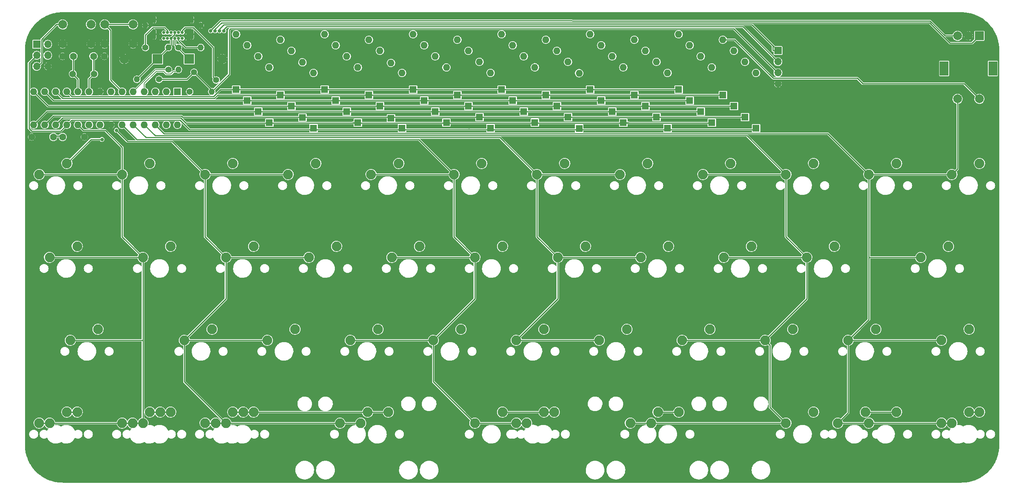
<source format=gbr>
%TF.GenerationSoftware,KiCad,Pcbnew,(5.99.0-10540-g55c1d814f9)*%
%TF.CreationDate,2021-05-28T08:01:37+02:00*%
%TF.ProjectId,0xcb-static,30786362-2d73-4746-9174-69632e6b6963,1.0*%
%TF.SameCoordinates,Original*%
%TF.FileFunction,Copper,L1,Top*%
%TF.FilePolarity,Positive*%
%FSLAX46Y46*%
G04 Gerber Fmt 4.6, Leading zero omitted, Abs format (unit mm)*
G04 Created by KiCad (PCBNEW (5.99.0-10540-g55c1d814f9)) date 2021-05-28 08:01:37*
%MOMM*%
%LPD*%
G01*
G04 APERTURE LIST*
%TA.AperFunction,ComponentPad*%
%ADD10C,2.250000*%
%TD*%
%TA.AperFunction,ComponentPad*%
%ADD11R,1.600000X1.600000*%
%TD*%
%TA.AperFunction,ComponentPad*%
%ADD12O,1.600000X1.600000*%
%TD*%
%TA.AperFunction,ComponentPad*%
%ADD13C,2.000000*%
%TD*%
%TA.AperFunction,ComponentPad*%
%ADD14R,1.700000X1.700000*%
%TD*%
%TA.AperFunction,ComponentPad*%
%ADD15O,1.700000X1.700000*%
%TD*%
%TA.AperFunction,ComponentPad*%
%ADD16R,2.200000X2.200000*%
%TD*%
%TA.AperFunction,ComponentPad*%
%ADD17O,2.200000X2.200000*%
%TD*%
%TA.AperFunction,ComponentPad*%
%ADD18C,1.400000*%
%TD*%
%TA.AperFunction,ComponentPad*%
%ADD19O,1.400000X1.400000*%
%TD*%
%TA.AperFunction,ComponentPad*%
%ADD20C,1.600000*%
%TD*%
%TA.AperFunction,ComponentPad*%
%ADD21C,1.500000*%
%TD*%
%TA.AperFunction,ComponentPad*%
%ADD22R,2.000000X2.000000*%
%TD*%
%TA.AperFunction,ComponentPad*%
%ADD23R,2.000000X3.200000*%
%TD*%
%TA.AperFunction,ComponentPad*%
%ADD24C,0.700000*%
%TD*%
%TA.AperFunction,ComponentPad*%
%ADD25O,0.900000X1.700000*%
%TD*%
%TA.AperFunction,ComponentPad*%
%ADD26O,0.900000X2.400000*%
%TD*%
%TA.AperFunction,ViaPad*%
%ADD27C,0.800000*%
%TD*%
%TA.AperFunction,Conductor*%
%ADD28C,0.250000*%
%TD*%
%TA.AperFunction,Conductor*%
%ADD29C,0.200000*%
%TD*%
G04 APERTURE END LIST*
D10*
%TO.P,MX37_1,1,COL*%
%TO.N,COL0*%
X64928800Y-134620000D03*
%TO.P,MX37_1,2,ROW*%
%TO.N,Net-(D38-Pad2)*%
X71278800Y-132080000D03*
%TD*%
D11*
%TO.P,D36,1,K*%
%TO.N,ROW5*%
X205549500Y-64262000D03*
D12*
%TO.P,D36,2,A*%
%TO.N,Net-(D36-Pad2)*%
X205549500Y-51562000D03*
%TD*%
D10*
%TO.P,MX22,1,COL*%
%TO.N,COL4*%
X219710000Y-96520000D03*
%TO.P,MX22,2,ROW*%
%TO.N,Net-(D22-Pad2)*%
X226060000Y-93980000D03*
%TD*%
D11*
%TO.P,D49,1,K*%
%TO.N,ROW6*%
X197929500Y-65532000D03*
D12*
%TO.P,D49,2,A*%
%TO.N,Net-(D49-Pad2)*%
X197929500Y-52832000D03*
%TD*%
D10*
%TO.P,MX27,1,COL*%
%TO.N,COL1*%
X95885000Y-115570000D03*
%TO.P,MX27,2,ROW*%
%TO.N,Net-(D28-Pad2)*%
X102235000Y-113030000D03*
%TD*%
D11*
%TO.P,D20,1,K*%
%TO.N,ROW3*%
X162369500Y-61722000D03*
D12*
%TO.P,D20,2,A*%
%TO.N,Net-(D20-Pad2)*%
X162369500Y-49022000D03*
%TD*%
D13*
%TO.P,SW2,1,1*%
%TO.N,COL1*%
X58535500Y-42962000D03*
X65035500Y-42962000D03*
%TO.P,SW2,2,2*%
%TO.N,GND*%
X65035500Y-47462000D03*
X58535500Y-47462000D03*
%TD*%
D10*
%TO.P,MX25,1,COL*%
%TO.N,COL0*%
X50641300Y-115570000D03*
%TO.P,MX25,2,ROW*%
%TO.N,Net-(D25-Pad2)*%
X56991300Y-113030000D03*
%TD*%
%TO.P,MX41,1,COL*%
%TO.N,COL4*%
X184010000Y-134620000D03*
%TO.P,MX41,2,ROW*%
%TO.N,Net-(D41-Pad2)*%
X190360000Y-132080000D03*
%TD*%
D14*
%TO.P,OL1,1,SDA*%
%TO.N,SDA*%
X213110000Y-48980000D03*
D15*
%TO.P,OL1,2,SCL*%
%TO.N,SCL*%
X213110000Y-51520000D03*
%TO.P,OL1,3,VCC*%
%TO.N,+5V*%
X213110000Y-54060000D03*
%TO.P,OL1,4,GND*%
%TO.N,GND*%
X213110000Y-56600000D03*
%TD*%
D11*
%TO.P,D10,1,K*%
%TO.N,ROW1*%
X180149500Y-59182000D03*
D12*
%TO.P,D10,2,A*%
%TO.N,Net-(D10-Pad2)*%
X180149500Y-46482000D03*
%TD*%
D10*
%TO.P,MX21,1,COL*%
%TO.N,COL4*%
X200660000Y-96520000D03*
%TO.P,MX21,2,ROW*%
%TO.N,Net-(D21-Pad2)*%
X207010000Y-93980000D03*
%TD*%
D11*
%TO.P,D14,1,K*%
%TO.N,ROW3*%
X101409500Y-61722000D03*
D12*
%TO.P,D14,2,A*%
%TO.N,Net-(D14-Pad2)*%
X101409500Y-49022000D03*
%TD*%
D10*
%TO.P,MX11,1,COL*%
%TO.N,COL5*%
X233997500Y-77470000D03*
%TO.P,MX11,2,ROW*%
%TO.N,Net-(D11-Pad2)*%
X240347500Y-74930000D03*
%TD*%
%TO.P,MX38_2,1,COL*%
%TO.N,COL1*%
X86360000Y-134620000D03*
%TO.P,MX38_2,2,ROW*%
%TO.N,Net-(D39-Pad2)*%
X92710000Y-132080000D03*
%TD*%
%TO.P,MX14,1,COL*%
%TO.N,COL0*%
X67310000Y-96520000D03*
%TO.P,MX14,2,ROW*%
%TO.N,Net-(D14-Pad2)*%
X73660000Y-93980000D03*
%TD*%
%TO.P,MX40,1,COL*%
%TO.N,COL2*%
X143510000Y-134620000D03*
%TO.P,MX40,2,ROW*%
%TO.N,Net-(D42-Pad2)*%
X149860000Y-132080000D03*
%TD*%
%TO.P,MX31,1,COL*%
%TO.N,COL3*%
X172085000Y-115570000D03*
%TO.P,MX31,2,ROW*%
%TO.N,Net-(D32-Pad2)*%
X178435000Y-113030000D03*
%TD*%
D16*
%TO.P,D47,1,K*%
%TO.N,Net-(D47-Pad1)*%
X70640000Y-50930000D03*
D17*
%TO.P,D47,2,A*%
%TO.N,GND*%
X63020000Y-50930000D03*
%TD*%
D10*
%TO.P,MX16,1,COL*%
%TO.N,COL1*%
X105410000Y-96520000D03*
%TO.P,MX16,2,ROW*%
%TO.N,Net-(D16-Pad2)*%
X111760000Y-93980000D03*
%TD*%
D11*
%TO.P,D27,1,K*%
%TO.N,ROW4*%
X114109500Y-62992000D03*
D12*
%TO.P,D27,2,A*%
%TO.N,Net-(D27-Pad2)*%
X114109500Y-50292000D03*
%TD*%
D11*
%TO.P,D28,1,K*%
%TO.N,ROW5*%
X124269500Y-64516000D03*
D12*
%TO.P,D28,2,A*%
%TO.N,Net-(D28-Pad2)*%
X124269500Y-51816000D03*
%TD*%
D10*
%TO.P,MX10,1,COL*%
%TO.N,COL4*%
X214947500Y-77470000D03*
%TO.P,MX10,2,ROW*%
%TO.N,Net-(D10-Pad2)*%
X221297500Y-74930000D03*
%TD*%
D18*
%TO.P,R1,1*%
%TO.N,GND*%
X80581500Y-43180000D03*
D19*
%TO.P,R1,2*%
%TO.N,Net-(J1-PadA5)*%
X80581500Y-48260000D03*
%TD*%
D10*
%TO.P,MX29,1,COL*%
%TO.N,COL2*%
X133985000Y-115570000D03*
%TO.P,MX29,2,ROW*%
%TO.N,Net-(D30-Pad2)*%
X140335000Y-113030000D03*
%TD*%
%TO.P,MX33,1,COL*%
%TO.N,COL4*%
X210185000Y-115570000D03*
%TO.P,MX33,2,ROW*%
%TO.N,Net-(D34-Pad2)*%
X216535000Y-113030000D03*
%TD*%
D11*
%TO.P,D17,1,K*%
%TO.N,ROW2*%
X131889500Y-60452000D03*
D12*
%TO.P,D17,2,A*%
%TO.N,Net-(D17-Pad2)*%
X131889500Y-47752000D03*
%TD*%
D11*
%TO.P,D40,1,K*%
%TO.N,ROW7*%
X126809500Y-66802000D03*
D12*
%TO.P,D40,2,A*%
%TO.N,Net-(D40-Pad2)*%
X126809500Y-54102000D03*
%TD*%
D11*
%TO.P,D32,1,K*%
%TO.N,ROW5*%
X164909500Y-64262000D03*
D12*
%TO.P,D32,2,A*%
%TO.N,Net-(D32-Pad2)*%
X164909500Y-51562000D03*
%TD*%
D10*
%TO.P,MX39,1,COL*%
%TO.N,COL1*%
X117316300Y-134620000D03*
%TO.P,MX39,2,ROW*%
%TO.N,Net-(D39-Pad2)*%
X123666300Y-132080000D03*
%TD*%
D11*
%TO.P,D50,1,K*%
%TO.N,ROW7*%
X208089500Y-66802000D03*
D12*
%TO.P,D50,2,A*%
%TO.N,Net-(D50-Pad2)*%
X208089500Y-54102000D03*
%TD*%
D10*
%TO.P,MX40_1,1,COL*%
%TO.N,COL2*%
X153050000Y-134610000D03*
%TO.P,MX40_1,2,ROW*%
%TO.N,Net-(D42-Pad2)*%
X159400000Y-132070000D03*
%TD*%
D20*
%TO.P,C2,1*%
%TO.N,+5V*%
X46759500Y-68834000D03*
%TO.P,C2,2*%
%TO.N,GND*%
X41759500Y-68834000D03*
%TD*%
D18*
%TO.P,R4,1*%
%TO.N,Net-(D46-Pad1)*%
X75438000Y-48260000D03*
D19*
%TO.P,R4,2*%
%TO.N,D+*%
X75438000Y-53340000D03*
%TD*%
D10*
%TO.P,MX43_1,1,COL*%
%TO.N,COL5*%
X226853800Y-134620000D03*
%TO.P,MX43_1,2,ROW*%
%TO.N,Net-(D43-Pad2)*%
X233203800Y-132080000D03*
%TD*%
D11*
%TO.P,D19,1,K*%
%TO.N,ROW2*%
X152209500Y-60452000D03*
D12*
%TO.P,D19,2,A*%
%TO.N,Net-(D19-Pad2)*%
X152209500Y-47752000D03*
%TD*%
D11*
%TO.P,D35,1,K*%
%TO.N,ROW4*%
X195389500Y-62992000D03*
D12*
%TO.P,D35,2,A*%
%TO.N,Net-(D35-Pad2)*%
X195389500Y-50292000D03*
%TD*%
D18*
%TO.P,R5,1*%
%TO.N,RST*%
X78041500Y-58420000D03*
D19*
%TO.P,R5,2*%
%TO.N,+5V*%
X83121500Y-58420000D03*
%TD*%
D11*
%TO.P,D45,1,K*%
%TO.N,ROW6*%
X177609500Y-65532000D03*
D12*
%TO.P,D45,2,A*%
%TO.N,Net-(D45-Pad2)*%
X177609500Y-52832000D03*
%TD*%
D11*
%TO.P,D4,1,K*%
%TO.N,ROW1*%
X119189500Y-59182000D03*
D12*
%TO.P,D4,2,A*%
%TO.N,Net-(D4-Pad2)*%
X119189500Y-46482000D03*
%TD*%
D11*
%TO.P,D22,1,K*%
%TO.N,ROW3*%
X182689500Y-61722000D03*
D12*
%TO.P,D22,2,A*%
%TO.N,Net-(D22-Pad2)*%
X182689500Y-49022000D03*
%TD*%
D11*
%TO.P,D25,1,K*%
%TO.N,ROW4*%
X93789500Y-62992000D03*
D12*
%TO.P,D25,2,A*%
%TO.N,Net-(D25-Pad2)*%
X93789500Y-50292000D03*
%TD*%
D10*
%TO.P,MX44_1,1,COL*%
%TO.N,COL5*%
X250666300Y-134620000D03*
%TO.P,MX44_1,2,ROW*%
%TO.N,Net-(D44-Pad2)*%
X257016300Y-132080000D03*
%TD*%
%TO.P,MX44,1,COL*%
%TO.N,COL5*%
X253047500Y-134620000D03*
%TO.P,MX44,2,ROW*%
%TO.N,Net-(D44-Pad2)*%
X259397500Y-132080000D03*
%TD*%
%TO.P,MX4,1,COL*%
%TO.N,COL1*%
X100647500Y-77470000D03*
%TO.P,MX4,2,ROW*%
%TO.N,Net-(D4-Pad2)*%
X106997500Y-74930000D03*
%TD*%
D11*
%TO.P,D24,1,K*%
%TO.N,ROW3*%
X203009500Y-61722000D03*
D12*
%TO.P,D24,2,A*%
%TO.N,Net-(D24-Pad2)*%
X203009500Y-49022000D03*
%TD*%
D10*
%TO.P,MX24,1,COL*%
%TO.N,COL5*%
X253047500Y-77470000D03*
%TO.P,MX24,2,ROW*%
%TO.N,Net-(D24-Pad2)*%
X259397500Y-74930000D03*
%TD*%
%TO.P,MX37,1,COL*%
%TO.N,COL0*%
X62547500Y-134620000D03*
%TO.P,MX37,2,ROW*%
%TO.N,Net-(D38-Pad2)*%
X68897500Y-132080000D03*
%TD*%
%TO.P,MX20,1,COL*%
%TO.N,COL3*%
X181610000Y-96520000D03*
%TO.P,MX20,2,ROW*%
%TO.N,Net-(D20-Pad2)*%
X187960000Y-93980000D03*
%TD*%
D11*
%TO.P,D9,1,K*%
%TO.N,ROW0*%
X169989500Y-57912000D03*
D12*
%TO.P,D9,2,A*%
%TO.N,Net-(D9-Pad2)*%
X169989500Y-45212000D03*
%TD*%
D10*
%TO.P,MX7,1,COL*%
%TO.N,COL3*%
X157797500Y-77470000D03*
%TO.P,MX7,2,ROW*%
%TO.N,Net-(D7-Pad2)*%
X164147500Y-74930000D03*
%TD*%
%TO.P,MX36,1,COL*%
%TO.N,COL0*%
X43497500Y-134620000D03*
%TO.P,MX36,2,ROW*%
%TO.N,Net-(D37-Pad2)*%
X49847500Y-132080000D03*
%TD*%
D11*
%TO.P,D39,1,K*%
%TO.N,ROW6*%
X116649500Y-65532000D03*
D12*
%TO.P,D39,2,A*%
%TO.N,Net-(D39-Pad2)*%
X116649500Y-52832000D03*
%TD*%
D11*
%TO.P,D13,1,K*%
%TO.N,ROW2*%
X91249500Y-60452000D03*
D12*
%TO.P,D13,2,A*%
%TO.N,Net-(D13-Pad2)*%
X91249500Y-47752000D03*
%TD*%
D11*
%TO.P,D26,1,K*%
%TO.N,ROW5*%
X103940000Y-64370000D03*
D12*
%TO.P,D26,2,A*%
%TO.N,unconnected-(D26-Pad2)*%
X103940000Y-51670000D03*
%TD*%
D10*
%TO.P,MX42,1,COL*%
%TO.N,COL4*%
X214947500Y-134620000D03*
%TO.P,MX42,2,ROW*%
%TO.N,Net-(D48-Pad2)*%
X221297500Y-132080000D03*
%TD*%
D11*
%TO.P,D12,1,K*%
%TO.N,ROW1*%
X200469500Y-59182000D03*
D12*
%TO.P,D12,2,A*%
%TO.N,Net-(D12-Pad2)*%
X200469500Y-46482000D03*
%TD*%
D20*
%TO.P,C1,1*%
%TO.N,+5V*%
X48871500Y-68834000D03*
%TO.P,C1,2*%
%TO.N,GND*%
X53871500Y-68834000D03*
%TD*%
D11*
%TO.P,D7,1,K*%
%TO.N,ROW0*%
X149669500Y-57912000D03*
D12*
%TO.P,D7,2,A*%
%TO.N,Net-(D7-Pad2)*%
X149669500Y-45212000D03*
%TD*%
D10*
%TO.P,MX17,1,COL*%
%TO.N,COL2*%
X124460000Y-96520000D03*
%TO.P,MX17,2,ROW*%
%TO.N,Net-(D17-Pad2)*%
X130810000Y-93980000D03*
%TD*%
D18*
%TO.P,F1,1*%
%TO.N,Net-(F1-Pad1)*%
X84147500Y-55764000D03*
%TO.P,F1,2*%
%TO.N,+5V*%
X79047500Y-53964000D03*
%TD*%
D10*
%TO.P,MX36_1,1,COL*%
%TO.N,COL0*%
X45878800Y-134620000D03*
%TO.P,MX36_1,2,ROW*%
%TO.N,Net-(D37-Pad2)*%
X52228800Y-132080000D03*
%TD*%
%TO.P,MX30,1,COL*%
%TO.N,COL3*%
X153035000Y-115570000D03*
%TO.P,MX30,2,ROW*%
%TO.N,Net-(D31-Pad2)*%
X159385000Y-113030000D03*
%TD*%
D11*
%TO.P,D41,1,K*%
%TO.N,ROW6*%
X136980000Y-65540000D03*
D12*
%TO.P,D41,2,A*%
%TO.N,unconnected-(D41-Pad2)*%
X136980000Y-52840000D03*
%TD*%
D11*
%TO.P,D3,1,K*%
%TO.N,ROW0*%
X109029500Y-57912000D03*
D12*
%TO.P,D3,2,A*%
%TO.N,Net-(D3-Pad2)*%
X109029500Y-45212000D03*
%TD*%
D18*
%TO.P,R6,1*%
%TO.N,+5V*%
X71010000Y-55590000D03*
D19*
%TO.P,R6,2*%
%TO.N,Net-(D47-Pad1)*%
X65930000Y-55590000D03*
%TD*%
D11*
%TO.P,D5,1,K*%
%TO.N,ROW0*%
X129349500Y-57912000D03*
D12*
%TO.P,D5,2,A*%
%TO.N,Net-(D5-Pad2)*%
X129349500Y-45212000D03*
%TD*%
D10*
%TO.P,MX8,1,COL*%
%TO.N,COL3*%
X176847500Y-77470000D03*
%TO.P,MX8,2,ROW*%
%TO.N,Net-(D8-Pad2)*%
X183197500Y-74930000D03*
%TD*%
%TO.P,MX5,1,COL*%
%TO.N,COL2*%
X119697500Y-77470000D03*
%TO.P,MX5,2,ROW*%
%TO.N,Net-(D5-Pad2)*%
X126047500Y-74930000D03*
%TD*%
%TO.P,MX34,1,COL*%
%TO.N,COL5*%
X229235000Y-115570000D03*
%TO.P,MX34,2,ROW*%
%TO.N,Net-(D35-Pad2)*%
X235585000Y-113030000D03*
%TD*%
D11*
%TO.P,D8,1,K*%
%TO.N,ROW1*%
X159829500Y-59182000D03*
D12*
%TO.P,D8,2,A*%
%TO.N,Net-(D8-Pad2)*%
X159829500Y-46482000D03*
%TD*%
D10*
%TO.P,MX28,1,COL*%
%TO.N,COL2*%
X114935000Y-115570000D03*
%TO.P,MX28,2,ROW*%
%TO.N,Net-(D29-Pad2)*%
X121285000Y-113030000D03*
%TD*%
%TO.P,MX19,1,COL*%
%TO.N,COL3*%
X162560000Y-96520000D03*
%TO.P,MX19,2,ROW*%
%TO.N,Net-(D19-Pad2)*%
X168910000Y-93980000D03*
%TD*%
D11*
%TO.P,D16,1,K*%
%TO.N,ROW3*%
X121729500Y-61722000D03*
D12*
%TO.P,D16,2,A*%
%TO.N,Net-(D16-Pad2)*%
X121729500Y-49022000D03*
%TD*%
D10*
%TO.P,MX15,1,COL*%
%TO.N,COL1*%
X86360000Y-96520000D03*
%TO.P,MX15,2,ROW*%
%TO.N,Net-(D15-Pad2)*%
X92710000Y-93980000D03*
%TD*%
D11*
%TO.P,D6,1,K*%
%TO.N,ROW1*%
X139509500Y-59182000D03*
D12*
%TO.P,D6,2,A*%
%TO.N,Net-(D6-Pad2)*%
X139509500Y-46482000D03*
%TD*%
D11*
%TO.P,D15,1,K*%
%TO.N,ROW2*%
X111569500Y-60452000D03*
D12*
%TO.P,D15,2,A*%
%TO.N,Net-(D15-Pad2)*%
X111569500Y-47752000D03*
%TD*%
D10*
%TO.P,MX43,1,COL*%
%TO.N,COL5*%
X233997500Y-134620000D03*
%TO.P,MX43,2,ROW*%
%TO.N,Net-(D43-Pad2)*%
X240347500Y-132080000D03*
%TD*%
D11*
%TO.P,D23,1,K*%
%TO.N,ROW2*%
X192849500Y-60452000D03*
D12*
%TO.P,D23,2,A*%
%TO.N,Net-(D23-Pad2)*%
X192849500Y-47752000D03*
%TD*%
D10*
%TO.P,MX18,1,COL*%
%TO.N,COL2*%
X143510000Y-96520000D03*
%TO.P,MX18,2,ROW*%
%TO.N,Net-(D18-Pad2)*%
X149860000Y-93980000D03*
%TD*%
D11*
%TO.P,D31,1,K*%
%TO.N,ROW4*%
X154749500Y-62992000D03*
D12*
%TO.P,D31,2,A*%
%TO.N,Net-(D31-Pad2)*%
X154749500Y-50292000D03*
%TD*%
D11*
%TO.P,D43,1,K*%
%TO.N,ROW6*%
X157290000Y-65520000D03*
D12*
%TO.P,D43,2,A*%
%TO.N,unconnected-(D43-Pad2)*%
X157290000Y-52820000D03*
%TD*%
D10*
%TO.P,MX23,1,COL*%
%TO.N,COL5*%
X245903800Y-96520000D03*
%TO.P,MX23,2,ROW*%
%TO.N,Net-(D23-Pad2)*%
X252253800Y-93980000D03*
%TD*%
D11*
%TO.P,U1,1,~RESET~/PC6*%
%TO.N,RST*%
X75247500Y-58420000D03*
D12*
%TO.P,U1,2,PD0*%
%TO.N,EA*%
X72707500Y-58420000D03*
%TO.P,U1,3,PD1*%
%TO.N,EB*%
X70167500Y-58420000D03*
%TO.P,U1,4,PD2*%
%TO.N,D+*%
X67627500Y-58420000D03*
%TO.P,U1,5,PD3*%
%TO.N,D-*%
X65087500Y-58420000D03*
%TO.P,U1,6,PD4*%
%TO.N,COL1*%
X62547500Y-58420000D03*
%TO.P,U1,7,VCC*%
%TO.N,+5V*%
X60007500Y-58420000D03*
%TO.P,U1,8,GND*%
%TO.N,GND*%
X57467500Y-58420000D03*
%TO.P,U1,9,XTAL1/PB6*%
%TO.N,Net-(C3-Pad2)*%
X54927500Y-58420000D03*
%TO.P,U1,10,XTAL2/PB7*%
%TO.N,Net-(C4-Pad2)*%
X52387500Y-58420000D03*
%TO.P,U1,11,PD5*%
%TO.N,ROW0*%
X49847500Y-58420000D03*
%TO.P,U1,12,PD6*%
%TO.N,ROW1*%
X47307500Y-58420000D03*
%TO.P,U1,13,PD7*%
%TO.N,ROW2*%
X44767500Y-58420000D03*
%TO.P,U1,14,PB0*%
%TO.N,ROW3*%
X42227500Y-58420000D03*
%TO.P,U1,15,PB1*%
%TO.N,ROW4*%
X42227500Y-66040000D03*
%TO.P,U1,16,PB2*%
%TO.N,ROW5*%
X44767500Y-66040000D03*
%TO.P,U1,17,PB3*%
%TO.N,ROW6*%
X47307500Y-66040000D03*
%TO.P,U1,18,PB4*%
%TO.N,ROW7*%
X49847500Y-66040000D03*
%TO.P,U1,19,PB5*%
%TO.N,COL0*%
X52387500Y-66040000D03*
%TO.P,U1,20,AVCC*%
%TO.N,+5V*%
X54927500Y-66040000D03*
%TO.P,U1,21,AREF*%
%TO.N,unconnected-(U1-Pad21)*%
X57467500Y-66040000D03*
%TO.P,U1,22,GND*%
%TO.N,GND*%
X60007500Y-66040000D03*
%TO.P,U1,23,PC0*%
%TO.N,COL2*%
X62547500Y-66040000D03*
%TO.P,U1,24,PC1*%
%TO.N,COL3*%
X65087500Y-66040000D03*
%TO.P,U1,25,PC2*%
%TO.N,COL4*%
X67627500Y-66040000D03*
%TO.P,U1,26,PC3*%
%TO.N,COL5*%
X70167500Y-66040000D03*
%TO.P,U1,27,PC4*%
%TO.N,SDA*%
X72707500Y-66040000D03*
%TO.P,U1,28,PC5*%
%TO.N,SCL*%
X75247500Y-66040000D03*
%TD*%
D11*
%TO.P,D29,1,K*%
%TO.N,ROW4*%
X134429500Y-62992000D03*
D12*
%TO.P,D29,2,A*%
%TO.N,Net-(D29-Pad2)*%
X134429500Y-50292000D03*
%TD*%
D11*
%TO.P,D1,1,K*%
%TO.N,ROW0*%
X88709500Y-57912000D03*
D12*
%TO.P,D1,2,A*%
%TO.N,Net-(D1-Pad2)*%
X88709500Y-45212000D03*
%TD*%
D11*
%TO.P,D18,1,K*%
%TO.N,ROW3*%
X142049500Y-61722000D03*
D12*
%TO.P,D18,2,A*%
%TO.N,Net-(D18-Pad2)*%
X142049500Y-49022000D03*
%TD*%
D11*
%TO.P,D48,1,K*%
%TO.N,ROW7*%
X187769500Y-66802000D03*
D12*
%TO.P,D48,2,A*%
%TO.N,Net-(D48-Pad2)*%
X187769500Y-54102000D03*
%TD*%
D10*
%TO.P,MX35,1,COL*%
%TO.N,COL5*%
X250666300Y-115570000D03*
%TO.P,MX35,2,ROW*%
%TO.N,Net-(D36-Pad2)*%
X257016300Y-113030000D03*
%TD*%
%TO.P,MX37_2,1,COL*%
%TO.N,COL0*%
X67310000Y-134620000D03*
%TO.P,MX37_2,2,ROW*%
%TO.N,Net-(D38-Pad2)*%
X73660000Y-132080000D03*
%TD*%
D11*
%TO.P,D38,1,K*%
%TO.N,ROW7*%
X106489500Y-66802000D03*
D12*
%TO.P,D38,2,A*%
%TO.N,Net-(D38-Pad2)*%
X106489500Y-54102000D03*
%TD*%
D10*
%TO.P,MX38,1,COL*%
%TO.N,COL1*%
X81597500Y-134620000D03*
%TO.P,MX38,2,ROW*%
%TO.N,Net-(D39-Pad2)*%
X87947500Y-132080000D03*
%TD*%
%TO.P,MX9,1,COL*%
%TO.N,COL4*%
X195897500Y-77470000D03*
%TO.P,MX9,2,ROW*%
%TO.N,Net-(D9-Pad2)*%
X202247500Y-74930000D03*
%TD*%
%TO.P,MX41_1,1,COL*%
%TO.N,COL4*%
X179230000Y-134620000D03*
%TO.P,MX41_1,2,ROW*%
%TO.N,Net-(D41-Pad2)*%
X185580000Y-132080000D03*
%TD*%
%TO.P,MX2,1,COL*%
%TO.N,COL0*%
X62547500Y-77470000D03*
%TO.P,MX2,2,ROW*%
%TO.N,Net-(D2-Pad2)*%
X68897500Y-74930000D03*
%TD*%
%TO.P,MX1,1,COL*%
%TO.N,COL0*%
X43497500Y-77470000D03*
%TO.P,MX1,2,ROW*%
%TO.N,Net-(D1-Pad2)*%
X49847500Y-74930000D03*
%TD*%
D11*
%TO.P,D30,1,K*%
%TO.N,ROW5*%
X144589500Y-64262000D03*
D12*
%TO.P,D30,2,A*%
%TO.N,Net-(D30-Pad2)*%
X144589500Y-51562000D03*
%TD*%
D10*
%TO.P,MX40_2,1*%
%TO.N,COL2*%
X155416300Y-134620000D03*
%TO.P,MX40_2,2*%
%TO.N,Net-(D42-Pad2)*%
X161766300Y-132080000D03*
%TD*%
D11*
%TO.P,D21,1,K*%
%TO.N,ROW2*%
X172529500Y-60452000D03*
D12*
%TO.P,D21,2,A*%
%TO.N,Net-(D21-Pad2)*%
X172529500Y-47752000D03*
%TD*%
D20*
%TO.P,C3,1*%
%TO.N,GND*%
X58463500Y-50292000D03*
%TO.P,C3,2*%
%TO.N,Net-(C3-Pad2)*%
X55963500Y-50292000D03*
%TD*%
D16*
%TO.P,D46,1,K*%
%TO.N,Net-(D46-Pad1)*%
X77940000Y-50890000D03*
D17*
%TO.P,D46,2,A*%
%TO.N,GND*%
X85560000Y-50890000D03*
%TD*%
D11*
%TO.P,D2,1,K*%
%TO.N,ROW1*%
X98869500Y-59182000D03*
D12*
%TO.P,D2,2,A*%
%TO.N,Net-(D2-Pad2)*%
X98869500Y-46482000D03*
%TD*%
D11*
%TO.P,D34,1,K*%
%TO.N,ROW5*%
X185229500Y-64262000D03*
D12*
%TO.P,D34,2,A*%
%TO.N,Net-(D34-Pad2)*%
X185229500Y-51562000D03*
%TD*%
D21*
%TO.P,Y1,1,1*%
%TO.N,Net-(C4-Pad2)*%
X51207500Y-54346000D03*
%TO.P,Y1,2,2*%
%TO.N,Net-(C3-Pad2)*%
X56087500Y-54346000D03*
%TD*%
D11*
%TO.P,D33,1,K*%
%TO.N,ROW4*%
X175069500Y-62992000D03*
D12*
%TO.P,D33,2,A*%
%TO.N,Net-(D33-Pad2)*%
X175069500Y-50292000D03*
%TD*%
D10*
%TO.P,MX32,1,COL*%
%TO.N,COL4*%
X191135000Y-115570000D03*
%TO.P,MX32,2,ROW*%
%TO.N,Net-(D33-Pad2)*%
X197485000Y-113030000D03*
%TD*%
D18*
%TO.P,R2,1*%
%TO.N,Net-(J1-PadB5)*%
X67881500Y-48260000D03*
D19*
%TO.P,R2,2*%
%TO.N,GND*%
X67881500Y-43180000D03*
%TD*%
D10*
%TO.P,MX13,1,COL*%
%TO.N,COL0*%
X45878800Y-96520000D03*
%TO.P,MX13,2,ROW*%
%TO.N,Net-(D13-Pad2)*%
X52228800Y-93980000D03*
%TD*%
D22*
%TO.P,MX12,A,A*%
%TO.N,EA*%
X259357500Y-45582000D03*
D13*
%TO.P,MX12,B,B*%
%TO.N,EB*%
X254357500Y-45582000D03*
%TO.P,MX12,C,C*%
%TO.N,GND*%
X256857500Y-45582000D03*
D23*
%TO.P,MX12,MP*%
%TO.N,N/C*%
X251257500Y-53082000D03*
X262457500Y-53082000D03*
D13*
%TO.P,MX12,S1,S1*%
%TO.N,COL5*%
X254357500Y-60082000D03*
%TO.P,MX12,S2,S2*%
%TO.N,Net-(D12-Pad2)*%
X259357500Y-60082000D03*
%TD*%
D11*
%TO.P,D42,1,K*%
%TO.N,ROW7*%
X147129500Y-66802000D03*
D12*
%TO.P,D42,2,A*%
%TO.N,Net-(D42-Pad2)*%
X147129500Y-54102000D03*
%TD*%
D10*
%TO.P,MX3,1,COL*%
%TO.N,COL1*%
X81597500Y-77470000D03*
%TO.P,MX3,2,ROW*%
%TO.N,Net-(D3-Pad2)*%
X87947500Y-74930000D03*
%TD*%
D18*
%TO.P,R3,1*%
%TO.N,D-*%
X73152000Y-53340000D03*
D19*
%TO.P,R3,2*%
%TO.N,Net-(D47-Pad1)*%
X73152000Y-48260000D03*
%TD*%
D11*
%TO.P,D11,1,K*%
%TO.N,ROW0*%
X190309500Y-57912000D03*
D12*
%TO.P,D11,2,A*%
%TO.N,Net-(D11-Pad2)*%
X190309500Y-45212000D03*
%TD*%
D24*
%TO.P,J1,A1,GND*%
%TO.N,GND*%
X77206500Y-46189000D03*
%TO.P,J1,A4,VBUS*%
%TO.N,Net-(F1-Pad1)*%
X76356500Y-46189000D03*
%TO.P,J1,A5,CC1*%
%TO.N,Net-(J1-PadA5)*%
X75506500Y-46189000D03*
%TO.P,J1,A6,D+*%
%TO.N,Net-(D46-Pad1)*%
X74656500Y-46189000D03*
%TO.P,J1,A7,D-*%
%TO.N,Net-(D47-Pad1)*%
X73806500Y-46189000D03*
%TO.P,J1,A8,SBU1*%
%TO.N,unconnected-(J1-PadA8)*%
X72956500Y-46189000D03*
%TO.P,J1,A9,VBUS*%
%TO.N,Net-(F1-Pad1)*%
X72106500Y-46189000D03*
%TO.P,J1,A12,GND*%
%TO.N,GND*%
X71256500Y-46189000D03*
%TO.P,J1,B1,GND*%
X71256500Y-44839000D03*
%TO.P,J1,B4,VBUS*%
%TO.N,Net-(F1-Pad1)*%
X72106500Y-44839000D03*
%TO.P,J1,B5,CC2*%
%TO.N,Net-(J1-PadB5)*%
X72956500Y-44839000D03*
%TO.P,J1,B6,D+*%
%TO.N,Net-(D46-Pad1)*%
X73806500Y-44839000D03*
%TO.P,J1,B7,D-*%
%TO.N,Net-(D47-Pad1)*%
X74656500Y-44839000D03*
%TO.P,J1,B8,SBU2*%
%TO.N,unconnected-(J1-PadB8)*%
X75506500Y-44839000D03*
%TO.P,J1,B9,VBUS*%
%TO.N,Net-(F1-Pad1)*%
X76356500Y-44839000D03*
%TO.P,J1,B12,GND*%
%TO.N,GND*%
X77206500Y-44839000D03*
D25*
%TO.P,J1,S1,SHIELD*%
X69906500Y-41829000D03*
X78556500Y-41829000D03*
D26*
X78556500Y-45209000D03*
X69906500Y-45209000D03*
%TD*%
D10*
%TO.P,MX38_1,1,COL*%
%TO.N,COL1*%
X83978800Y-134620000D03*
%TO.P,MX38_1,2,ROW*%
%TO.N,Net-(D39-Pad2)*%
X90328800Y-132080000D03*
%TD*%
D11*
%TO.P,D37,1,K*%
%TO.N,ROW6*%
X96329500Y-65532000D03*
D12*
%TO.P,D37,2,A*%
%TO.N,Net-(D37-Pad2)*%
X96329500Y-52832000D03*
%TD*%
D14*
%TO.P,J2,1,MISO*%
%TO.N,ROW6*%
X42921000Y-47513000D03*
D15*
%TO.P,J2,2,VCC*%
%TO.N,+5V*%
X45461000Y-47513000D03*
%TO.P,J2,3,SCK*%
%TO.N,ROW7*%
X42921000Y-50053000D03*
%TO.P,J2,4,MOSI*%
%TO.N,ROW5*%
X45461000Y-50053000D03*
%TO.P,J2,5,~RST*%
%TO.N,RST*%
X42921000Y-52593000D03*
%TO.P,J2,6,GND*%
%TO.N,GND*%
X45461000Y-52593000D03*
%TD*%
D20*
%TO.P,C4,1*%
%TO.N,GND*%
X48851500Y-50292000D03*
%TO.P,C4,2*%
%TO.N,Net-(C4-Pad2)*%
X51351500Y-50292000D03*
%TD*%
D13*
%TO.P,SW1,1,1*%
%TO.N,RST*%
X55383500Y-42962000D03*
X48883500Y-42962000D03*
%TO.P,SW1,2,2*%
%TO.N,GND*%
X48883500Y-47462000D03*
X55383500Y-47462000D03*
%TD*%
D10*
%TO.P,MX26,1,COL*%
%TO.N,COL1*%
X76835000Y-115570000D03*
%TO.P,MX26,2,ROW*%
%TO.N,Net-(D27-Pad2)*%
X83185000Y-113030000D03*
%TD*%
%TO.P,MX6,1,COL*%
%TO.N,COL2*%
X138747500Y-77470000D03*
%TO.P,MX6,2,ROW*%
%TO.N,Net-(D6-Pad2)*%
X145097500Y-74930000D03*
%TD*%
%TO.P,MX39_1,1,COL*%
%TO.N,COL1*%
X112553800Y-134620000D03*
%TO.P,MX39_1,2,ROW*%
%TO.N,Net-(D39-Pad2)*%
X118903800Y-132080000D03*
%TD*%
D11*
%TO.P,D44,1,K*%
%TO.N,ROW7*%
X167460000Y-66860000D03*
D12*
%TO.P,D44,2,A*%
%TO.N,unconnected-(D44-Pad2)*%
X167460000Y-54160000D03*
%TD*%
D27*
%TO.N,GND*%
X134580000Y-53650000D03*
X149610000Y-70330000D03*
X142200000Y-66600000D03*
X195311000Y-70680600D03*
X80510000Y-66350000D03*
X147066000Y-72136000D03*
X144447000Y-71877300D03*
X148082000Y-55880000D03*
X132334000Y-136906000D03*
X76890000Y-67210000D03*
X79502000Y-83820000D03*
X106830000Y-84890000D03*
X55880000Y-125476000D03*
X153370000Y-66510000D03*
X185166000Y-111760000D03*
X195047000Y-103605000D03*
X233934000Y-55880000D03*
X209716564Y-82968213D03*
X134460000Y-83350000D03*
X111640000Y-66460000D03*
X223800000Y-61340000D03*
X85070000Y-66310000D03*
X144820000Y-54830000D03*
X245872000Y-140716000D03*
X82070000Y-64970000D03*
X87570000Y-55950000D03*
X171440000Y-66490000D03*
X110080000Y-70860000D03*
%TO.N,Net-(D1-Pad2)*%
X57909000Y-69401800D03*
%TO.N,COL1*%
X61214000Y-67310000D03*
%TO.N,EB*%
X82867500Y-44450000D03*
%TO.N,EA*%
X83883500Y-44450000D03*
%TO.N,SDA*%
X84899500Y-44450000D03*
%TO.N,SCL*%
X85899000Y-44450000D03*
%TD*%
D28*
%TO.N,+5V*%
X213104000Y-54060000D02*
X213041000Y-53997000D01*
X77421500Y-55590000D02*
X79047500Y-53964000D01*
X71010000Y-55590000D02*
X77421500Y-55590000D01*
X48617500Y-68580000D02*
X48871500Y-68580000D01*
X48617500Y-68580000D02*
X48871500Y-68834000D01*
X47013500Y-68580000D02*
X48617500Y-68580000D01*
X79047500Y-53964000D02*
X83121500Y-58038000D01*
X213110000Y-54060000D02*
X213104000Y-54060000D01*
X87376000Y-43942000D02*
X202986000Y-43942000D01*
X46759500Y-68580000D02*
X47013500Y-68580000D01*
X83121500Y-58420000D02*
X87122000Y-54419500D01*
X87122000Y-54419500D02*
X87122000Y-44196000D01*
X83121500Y-58038000D02*
X83121500Y-58420000D01*
X87122000Y-44196000D02*
X87376000Y-43942000D01*
X202986000Y-43942000D02*
X213041000Y-53997000D01*
X47013500Y-68580000D02*
X46759500Y-68834000D01*
%TO.N,ROW0*%
X129349500Y-57912000D02*
X109029500Y-57912000D01*
X169989500Y-57912000D02*
X149669500Y-57912000D01*
X190309500Y-57912000D02*
X169989500Y-57912000D01*
X85145800Y-57912000D02*
X83513300Y-59544500D01*
X88709500Y-57912000D02*
X85145800Y-57912000D01*
X109029500Y-57912000D02*
X88709500Y-57912000D01*
X149669500Y-57912000D02*
X129349500Y-57912000D01*
X190310000Y-57912000D02*
X190309500Y-57912000D01*
X83513300Y-59544500D02*
X50972000Y-59544500D01*
X50972000Y-59544500D02*
X49847500Y-58420000D01*
%TO.N,ROW1*%
X83699500Y-59994000D02*
X48881500Y-59994000D01*
X159829500Y-59182000D02*
X139509500Y-59182000D01*
X84511500Y-59182000D02*
X83699500Y-59994000D01*
X98869500Y-59182000D02*
X84511500Y-59182000D01*
X200469500Y-59182000D02*
X180149500Y-59182000D01*
X119189500Y-59182000D02*
X98869500Y-59182000D01*
X180149500Y-59182000D02*
X159829500Y-59182000D01*
X200470000Y-59182000D02*
X200469500Y-59182000D01*
X48881500Y-59994000D02*
X47307500Y-58420000D01*
X139509500Y-59182000D02*
X119189500Y-59182000D01*
%TO.N,Net-(D38-Pad2)*%
X68897500Y-132080000D02*
X71278800Y-132080000D01*
X71278800Y-132080000D02*
X73660000Y-132080000D01*
%TO.N,ROW2*%
X172529500Y-60452000D02*
X152209500Y-60452000D01*
X91249500Y-60452000D02*
X46799500Y-60452000D01*
X131889500Y-60452000D02*
X111569500Y-60452000D01*
X192850000Y-60452000D02*
X192849500Y-60452000D01*
X46799500Y-60452000D02*
X44767500Y-58420000D01*
X111569500Y-60452000D02*
X91249500Y-60452000D01*
X152209500Y-60452000D02*
X131889500Y-60452000D01*
X192849500Y-60452000D02*
X172529500Y-60452000D01*
%TO.N,ROW3*%
X203009500Y-61722000D02*
X182689500Y-61722000D01*
X142049500Y-61722000D02*
X121729500Y-61722000D01*
X162369500Y-61722000D02*
X142049500Y-61722000D01*
X45529500Y-61722000D02*
X42227500Y-58420000D01*
X203010000Y-61722000D02*
X203009500Y-61722000D01*
X182689500Y-61722000D02*
X162369500Y-61722000D01*
X121729500Y-61722000D02*
X101409500Y-61722000D01*
X101409500Y-61722000D02*
X45529500Y-61722000D01*
%TO.N,ROW4*%
X114109500Y-62992000D02*
X93789500Y-62992000D01*
X134429500Y-62992000D02*
X114109500Y-62992000D01*
X45275500Y-62992000D02*
X42227500Y-66040000D01*
X175069500Y-62992000D02*
X154749500Y-62992000D01*
X93789500Y-62992000D02*
X45275500Y-62992000D01*
X195389500Y-62992000D02*
X175069500Y-62992000D01*
X154749500Y-62992000D02*
X134429500Y-62992000D01*
X195390000Y-62992000D02*
X195389500Y-62992000D01*
%TO.N,ROW5*%
X205550000Y-64262000D02*
X205549500Y-64262000D01*
X164909500Y-64262000D02*
X144589500Y-64262000D01*
X144589500Y-64262000D02*
X124270000Y-64262000D01*
X124270000Y-64389000D02*
X124269500Y-64389500D01*
X124269500Y-64389500D02*
X124269500Y-64516000D01*
X46791100Y-64016400D02*
X44767500Y-66040000D01*
X185229500Y-64262000D02*
X164909500Y-64262000D01*
X124270000Y-64389000D02*
X124270000Y-64262000D01*
X124270000Y-64516000D02*
X124270000Y-64389000D01*
X124270000Y-64262000D02*
X104048000Y-64262000D01*
X104048000Y-64262000D02*
X76405200Y-64262000D01*
X76159700Y-64016400D02*
X46791100Y-64016400D01*
X205549500Y-64262000D02*
X185229500Y-64262000D01*
X104048000Y-64262000D02*
X103940000Y-64370000D01*
X76405200Y-64262000D02*
X76159700Y-64016400D01*
%TO.N,Net-(D12-Pad2)*%
X212018700Y-55330000D02*
X231340200Y-55330000D01*
X203170700Y-46482000D02*
X212018700Y-55330000D01*
X200469500Y-46482000D02*
X203170700Y-46482000D01*
X232597900Y-56587700D02*
X255863200Y-56587700D01*
X231340200Y-55330000D02*
X232597900Y-56587700D01*
X255863200Y-56587700D02*
X259357500Y-60082000D01*
%TO.N,Net-(D1-Pad2)*%
X57909000Y-69401800D02*
X55375700Y-69401800D01*
X55375700Y-69401800D02*
X49847500Y-74930000D01*
%TO.N,ROW6*%
X115524000Y-65532000D02*
X115416000Y-65640500D01*
X178843000Y-65640500D02*
X157290000Y-65640500D01*
X197821000Y-65640500D02*
X197930000Y-65532200D01*
X116650000Y-65532000D02*
X116649500Y-65532000D01*
X157290000Y-65640500D02*
X136879500Y-65640500D01*
X48881500Y-64466000D02*
X47307500Y-66040000D01*
X75973500Y-64466000D02*
X48881500Y-64466000D01*
X136879500Y-65640500D02*
X115416000Y-65640500D01*
X115416000Y-65640500D02*
X96221000Y-65640500D01*
X178735000Y-65532000D02*
X178843000Y-65640500D01*
X178843000Y-65640500D02*
X197821000Y-65640500D01*
X77148000Y-65640500D02*
X75973500Y-64466000D01*
X177610000Y-65532000D02*
X177609500Y-65532000D01*
X96221000Y-65640500D02*
X77148000Y-65640500D01*
X197930000Y-65532200D02*
X197929700Y-65532200D01*
X157290000Y-65520000D02*
X157290000Y-65640500D01*
X136879500Y-65640500D02*
X136980000Y-65540000D01*
X116649500Y-65532000D02*
X115524000Y-65532000D01*
X96221000Y-65640500D02*
X96329500Y-65532000D01*
X197929700Y-65532200D02*
X197929500Y-65532000D01*
X177610000Y-65532000D02*
X178735000Y-65532000D01*
%TO.N,Net-(C4-Pad2)*%
X51351500Y-54202000D02*
X51207500Y-54346000D01*
X51351500Y-50292000D02*
X51351500Y-54202000D01*
X52387500Y-55526000D02*
X52387500Y-58420000D01*
X51207500Y-54346000D02*
X52387500Y-55526000D01*
%TO.N,ROW7*%
X167460000Y-67154300D02*
X167460000Y-66860000D01*
X50972000Y-64915500D02*
X49847500Y-66040000D01*
X42921000Y-50053000D02*
X41148000Y-51826000D01*
X106490000Y-66802000D02*
X106490000Y-66983200D01*
X147129500Y-66982700D02*
X147129500Y-66802000D01*
X187769500Y-66982700D02*
X187769500Y-66802000D01*
X126810000Y-66802000D02*
X126810000Y-66983200D01*
X75787300Y-64915500D02*
X50972000Y-64915500D01*
X126809500Y-66982700D02*
X126809500Y-66802000D01*
X187770000Y-67164500D02*
X187770000Y-66983200D01*
X126810000Y-67164500D02*
X106490000Y-67164500D01*
X48432000Y-67455500D02*
X49847500Y-66040000D01*
X41738000Y-67455500D02*
X48432000Y-67455500D01*
X106490000Y-67164500D02*
X78036300Y-67164500D01*
X147130000Y-66802000D02*
X147130000Y-66983200D01*
X147130000Y-66983200D02*
X147130000Y-67164500D01*
X208089800Y-66802000D02*
X208090000Y-66802200D01*
X187770000Y-66983200D02*
X187770000Y-66802000D01*
X167449800Y-67164500D02*
X167460000Y-67154300D01*
X78036300Y-67164500D02*
X75787300Y-64915500D01*
X106490000Y-66983200D02*
X106490000Y-67164500D01*
X207727000Y-67164500D02*
X208090000Y-66802200D01*
X147130000Y-66983200D02*
X147129500Y-66982700D01*
X126810000Y-66983200D02*
X126809500Y-66982700D01*
X208089500Y-66802000D02*
X208089800Y-66802000D01*
X187770000Y-67164500D02*
X167449800Y-67164500D01*
X187770000Y-67164500D02*
X207727000Y-67164500D01*
X106490000Y-66983200D02*
X106489500Y-66982700D01*
X41148000Y-51826000D02*
X41148000Y-66865500D01*
X187770000Y-66983200D02*
X187769500Y-66982700D01*
X126810000Y-66983200D02*
X126810000Y-67164500D01*
X106489500Y-66982700D02*
X106489500Y-66802000D01*
X167449800Y-67164500D02*
X147130000Y-67164500D01*
X147130000Y-67164500D02*
X126810000Y-67164500D01*
X41148000Y-66865500D02*
X41738000Y-67455500D01*
%TO.N,Net-(D37-Pad2)*%
X49847500Y-132080000D02*
X52228800Y-132080000D01*
%TO.N,Net-(C3-Pad2)*%
X56087500Y-54346000D02*
X54927500Y-55506000D01*
X55963500Y-50292000D02*
X55963500Y-54222000D01*
X54927500Y-55506000D02*
X54927500Y-58420000D01*
X55963500Y-54222000D02*
X56087500Y-54346000D01*
%TO.N,Net-(D39-Pad2)*%
X92710000Y-132080000D02*
X118903800Y-132080000D01*
X87947500Y-132080000D02*
X90328800Y-132080000D01*
X90328800Y-132080000D02*
X92710000Y-132080000D01*
X118904000Y-132080000D02*
X123666000Y-132080000D01*
X118904000Y-132080000D02*
X118903800Y-132080000D01*
X123666000Y-132080000D02*
X123666300Y-132080000D01*
%TO.N,Net-(D41-Pad2)*%
X185579000Y-132080000D02*
X190341000Y-132080000D01*
X190341000Y-132080000D02*
X190341300Y-132080000D01*
X185579000Y-132080000D02*
X185578800Y-132080000D01*
%TO.N,Net-(D42-Pad2)*%
X159390000Y-132080000D02*
X159400000Y-132070000D01*
X149860000Y-132080000D02*
X159390000Y-132080000D01*
X161766000Y-132080000D02*
X161766300Y-132080000D01*
X159390000Y-132080000D02*
X161766000Y-132080000D01*
%TO.N,Net-(D43-Pad2)*%
X240348000Y-132080000D02*
X240347500Y-132080000D01*
X233204000Y-132080000D02*
X233203800Y-132080000D01*
X240347500Y-132080000D02*
X233204000Y-132080000D01*
%TO.N,Net-(D44-Pad2)*%
X259397500Y-132080000D02*
X259398000Y-132080000D01*
X257016300Y-132080000D02*
X259397500Y-132080000D01*
X257016000Y-132080000D02*
X257016300Y-132080000D01*
%TO.N,Net-(D46-Pad1)*%
X75438000Y-48450500D02*
X75438000Y-48260000D01*
X77940000Y-50890000D02*
X77877500Y-50890000D01*
X77877500Y-50890000D02*
X77787500Y-50800000D01*
X74656500Y-47669000D02*
X74656500Y-46189000D01*
X77787500Y-50800000D02*
X75438000Y-48450500D01*
X75438000Y-48450500D02*
X74656500Y-47669000D01*
%TO.N,Net-(F1-Pad1)*%
X83447500Y-48254700D02*
X78877300Y-43684500D01*
X77016000Y-43684500D02*
X76356500Y-44344000D01*
X78877300Y-43684500D02*
X77016000Y-43684500D01*
X84147500Y-55764000D02*
X83447500Y-55064000D01*
X76356500Y-44344000D02*
X76356500Y-44839000D01*
X83447500Y-55064000D02*
X83447500Y-48254700D01*
%TO.N,Net-(J1-PadA5)*%
X75506500Y-46684000D02*
X75506500Y-46189000D01*
X80581500Y-48260000D02*
X77082500Y-48260000D01*
X77082500Y-48260000D02*
X75506500Y-46684000D01*
%TO.N,Net-(J1-PadB5)*%
X72956500Y-44344000D02*
X72956500Y-44839000D01*
X67881500Y-45388700D02*
X69585700Y-43684500D01*
X67881500Y-48260000D02*
X67881500Y-45388700D01*
X72297000Y-43684500D02*
X72956500Y-44344000D01*
X69585700Y-43684500D02*
X72297000Y-43684500D01*
%TO.N,RST*%
X44045500Y-46385800D02*
X44045500Y-51712500D01*
X47469300Y-42962000D02*
X44045500Y-46385800D01*
X48883500Y-42962000D02*
X47469300Y-42962000D01*
X44045500Y-51712500D02*
X43165000Y-52593000D01*
X43165000Y-52593000D02*
X42921000Y-52593000D01*
%TO.N,COL0*%
X45878800Y-96520000D02*
X67310000Y-96520000D01*
X62547500Y-134620000D02*
X64928800Y-134620000D01*
X67310000Y-134620000D02*
X67310000Y-115570000D01*
X50641300Y-115570000D02*
X67310000Y-115570000D01*
X64928800Y-134620000D02*
X67310000Y-134620000D01*
X67310000Y-115570000D02*
X67310000Y-96520000D01*
X50641200Y-115570000D02*
X50641300Y-115570000D01*
X45878800Y-134620000D02*
X62547500Y-134620000D01*
X62547500Y-77470000D02*
X62547500Y-71183500D01*
X53657500Y-67310000D02*
X52387500Y-66040000D01*
X58674000Y-67310000D02*
X53657500Y-67310000D01*
X43497500Y-77470000D02*
X62547500Y-77470000D01*
X67310000Y-96520000D02*
X62547500Y-91757500D01*
X43497500Y-134620000D02*
X45878800Y-134620000D01*
X62547500Y-71183500D02*
X58674000Y-67310000D01*
X62547500Y-91757500D02*
X62547500Y-77470000D01*
%TO.N,COL1*%
X81597500Y-91757500D02*
X81597500Y-77470000D01*
X86360000Y-96520000D02*
X81597500Y-91757500D01*
X86360000Y-96520000D02*
X105410000Y-96520000D01*
X59860000Y-44286500D02*
X59860000Y-55732500D01*
X59860000Y-55732500D02*
X62547500Y-58420000D01*
X58519500Y-42962000D02*
X58483500Y-42926000D01*
X100647500Y-77470000D02*
X100648000Y-77470000D01*
X58535500Y-42962000D02*
X59860000Y-44286500D01*
X61214000Y-67310000D02*
X63774100Y-69870100D01*
X81597500Y-134620000D02*
X83978800Y-134620000D01*
X63774100Y-69870100D02*
X73997600Y-69870100D01*
X86360000Y-134620000D02*
X112553800Y-134620000D01*
X117316000Y-134620000D02*
X117316300Y-134620000D01*
X76835000Y-115570000D02*
X86360000Y-106045000D01*
X58535500Y-42962000D02*
X58519500Y-42962000D01*
X58519500Y-42962000D02*
X58535500Y-42962000D01*
X76835000Y-125095000D02*
X76835000Y-115570000D01*
X86360000Y-106045000D02*
X86360000Y-96520000D01*
X73997600Y-69870100D02*
X81597500Y-77470000D01*
X86360000Y-134620000D02*
X76835000Y-125095000D01*
X83978800Y-134620000D02*
X86360000Y-134620000D01*
X112553800Y-134620000D02*
X117316000Y-134620000D01*
X81597500Y-77470000D02*
X100647500Y-77470000D01*
X58535500Y-42962000D02*
X65035500Y-42962000D01*
X76835000Y-115570000D02*
X95885000Y-115570000D01*
%TO.N,COL2*%
X143510000Y-106045000D02*
X143510000Y-96520000D01*
X138748000Y-77470000D02*
X130698000Y-69420600D01*
X138747500Y-77470000D02*
X138748000Y-77470000D01*
X153050000Y-134610000D02*
X153050000Y-134620000D01*
X119698000Y-77470000D02*
X138747500Y-77470000D01*
X155416000Y-134620000D02*
X153050000Y-134620000D01*
X130698000Y-69420600D02*
X65928100Y-69420600D01*
X153050000Y-134620000D02*
X143510000Y-134620000D01*
X124460000Y-96520000D02*
X143510000Y-96520000D01*
X114935000Y-115570000D02*
X133985000Y-115570000D01*
X133985000Y-125095000D02*
X133985000Y-115570000D01*
X143510000Y-134620000D02*
X133985000Y-125095000D01*
X155416000Y-134620000D02*
X155416300Y-134620000D01*
X138748000Y-91757500D02*
X138748000Y-77470000D01*
X133985000Y-115570000D02*
X143510000Y-106045000D01*
X143510000Y-96520000D02*
X138748000Y-91757500D01*
X119698000Y-77470000D02*
X119697500Y-77470000D01*
X65928100Y-69420600D02*
X62547500Y-66040000D01*
%TO.N,COL3*%
X68018500Y-68971000D02*
X65087500Y-66040000D01*
X157798000Y-77470000D02*
X149299000Y-68971000D01*
X157798000Y-77470000D02*
X176847500Y-77470000D01*
X157798000Y-77470000D02*
X157798000Y-91757500D01*
X149299000Y-68971000D02*
X68018500Y-68971000D01*
X162560000Y-96520000D02*
X181610000Y-96520000D01*
X162560000Y-106045000D02*
X162560000Y-96520000D01*
X157798000Y-77470000D02*
X157797500Y-77470000D01*
X153035000Y-115570000D02*
X162560000Y-106045000D01*
X157798000Y-91757500D02*
X162560000Y-96520000D01*
X176847500Y-77470000D02*
X176848000Y-77470000D01*
X153035000Y-115570000D02*
X172085000Y-115570000D01*
%TO.N,COL4*%
X205999000Y-68521500D02*
X70109000Y-68521500D01*
X200660000Y-96520000D02*
X219710000Y-96520000D01*
X214947500Y-77470000D02*
X214948000Y-77470000D01*
X211310000Y-116695000D02*
X211310000Y-130982000D01*
X214948000Y-77470000D02*
X205999000Y-68521500D01*
X214948000Y-77470000D02*
X214948000Y-91757500D01*
X210185000Y-115570000D02*
X211310000Y-116695000D01*
X214948000Y-134620000D02*
X214947500Y-134620000D01*
X214948000Y-91757500D02*
X219710000Y-96520000D01*
X191135000Y-115570000D02*
X210185000Y-115570000D01*
X195897500Y-77470000D02*
X195898000Y-77470000D01*
X195898000Y-77470000D02*
X214947500Y-77470000D01*
X211310000Y-130982000D02*
X214948000Y-134620000D01*
X179229000Y-134620000D02*
X179228800Y-134620000D01*
X214947500Y-134620000D02*
X183991300Y-134620000D01*
X219710000Y-96520000D02*
X219710000Y-106045000D01*
X70109000Y-68521500D02*
X67627500Y-66040000D01*
X219710000Y-106045000D02*
X210185000Y-115570000D01*
X183991300Y-134620000D02*
X179229000Y-134620000D01*
%TO.N,COL5*%
X229235000Y-132239000D02*
X228044500Y-133429500D01*
X254358000Y-71433400D02*
X254358000Y-69137000D01*
X253047500Y-77470000D02*
X233998000Y-77470000D01*
X250666000Y-115570000D02*
X250666300Y-115570000D01*
X233998000Y-78252400D02*
X233998000Y-78251900D01*
X253047500Y-77470000D02*
X253048000Y-77470000D01*
X254358000Y-76160000D02*
X254358000Y-71433400D01*
X254357500Y-71432900D02*
X254357500Y-60082000D01*
X233997500Y-77470000D02*
X233998000Y-77470000D01*
X233998000Y-77470000D02*
X224600000Y-68072000D01*
X229235000Y-115570000D02*
X250666000Y-115570000D01*
X233998000Y-78251900D02*
X233998000Y-77470000D01*
X233998000Y-110808000D02*
X233998000Y-96456500D01*
X250666300Y-134620000D02*
X253047500Y-134620000D01*
X226854000Y-134620000D02*
X233997500Y-134620000D01*
X229235000Y-115570000D02*
X233998000Y-110808000D01*
X228044500Y-133429500D02*
X228044300Y-133429500D01*
X72199500Y-68072000D02*
X70167500Y-66040000D01*
X233998000Y-78251900D02*
X233998000Y-77470000D01*
X229235000Y-115570000D02*
X229235000Y-132239000D01*
X228044300Y-133429500D02*
X226853800Y-134620000D01*
X253048000Y-77470000D02*
X254358000Y-76160000D01*
X245903800Y-96520000D02*
X234061000Y-96520000D01*
X253047500Y-134620000D02*
X253048000Y-134620000D01*
X234061000Y-96520000D02*
X233998000Y-96456500D01*
X233998000Y-78252400D02*
X233998000Y-78251900D01*
X245904000Y-96520000D02*
X245903800Y-96520000D01*
X228044500Y-133429500D02*
X226854000Y-134620000D01*
X233997500Y-134620000D02*
X250666300Y-134620000D01*
X254358000Y-71433400D02*
X254357500Y-71432900D01*
X224600000Y-68072000D02*
X72199500Y-68072000D01*
X233998000Y-96456500D02*
X233998000Y-78252400D01*
%TO.N,EB*%
X82867500Y-44450000D02*
X82867500Y-44393700D01*
X247904000Y-42164000D02*
X248061000Y-42164000D01*
X254357500Y-45582000D02*
X254358000Y-45582000D01*
X248061000Y-42164000D02*
X251479000Y-45582000D01*
X251479000Y-45582000D02*
X254357500Y-45582000D01*
X85138300Y-42122900D02*
X247904000Y-42164000D01*
X82867500Y-44393700D02*
X85138300Y-42122900D01*
%TO.N,EA*%
X85364200Y-42572400D02*
X247904000Y-42572400D01*
X247904000Y-42572400D02*
X252576000Y-47244000D01*
X83883500Y-44053200D02*
X85364200Y-42572400D01*
X259357500Y-45582500D02*
X259358000Y-45582000D01*
X259357500Y-45582500D02*
X259357500Y-45582000D01*
X83883500Y-44450000D02*
X83883500Y-44053200D01*
X252576000Y-47244000D02*
X257696000Y-47244000D01*
X257696000Y-47244000D02*
X259357500Y-45582500D01*
%TO.N,SDA*%
X213110000Y-48980000D02*
X211984700Y-48980000D01*
X211984700Y-47860700D02*
X213106000Y-48982000D01*
X84899500Y-44012000D02*
X85889500Y-43022000D01*
X84899500Y-44450000D02*
X84899500Y-44012000D01*
X211984700Y-47860700D02*
X211984700Y-48980000D01*
X207146000Y-43022000D02*
X211984700Y-47860700D01*
X85889500Y-43022000D02*
X207146000Y-43022000D01*
%TO.N,SCL*%
X85899000Y-44450000D02*
X86169500Y-44450000D01*
X85899000Y-44149000D02*
X86576500Y-43471500D01*
X213110000Y-51520000D02*
X213104000Y-51520000D01*
X85899000Y-44450000D02*
X85899000Y-44149000D01*
X205056000Y-43471500D02*
X213041000Y-51457000D01*
X86576500Y-43471500D02*
X205056000Y-43471500D01*
X213104000Y-51520000D02*
X213041000Y-51457000D01*
D29*
%TO.N,D-*%
X73152000Y-53340000D02*
X70167500Y-53340000D01*
X70167500Y-53340000D02*
X65087500Y-58420000D01*
X73215500Y-53340000D02*
X73152000Y-53340000D01*
%TO.N,D+*%
X72112200Y-53790000D02*
X70353900Y-53790000D01*
X75247500Y-53340000D02*
X75022500Y-53565000D01*
D28*
X75213000Y-53565000D02*
X75438000Y-53340000D01*
D29*
X74797500Y-53790000D02*
X74318800Y-53790000D01*
X74318800Y-53790000D02*
X73719300Y-54389500D01*
X67627500Y-56516400D02*
X67627500Y-58420000D01*
X73719300Y-54389500D02*
X72711700Y-54389500D01*
D28*
X75022500Y-53565000D02*
X75213000Y-53565000D01*
D29*
X70353900Y-53790000D02*
X67627500Y-56516400D01*
X75022500Y-53565000D02*
X74797500Y-53790000D01*
X72711700Y-54389500D02*
X72112200Y-53790000D01*
D28*
%TO.N,Net-(D47-Pad1)*%
X70615000Y-50930000D02*
X70675500Y-50869500D01*
X73152000Y-48323500D02*
X73806500Y-47669000D01*
X73152000Y-48323500D02*
X73152000Y-48260000D01*
X73806500Y-46040700D02*
X73806500Y-46189000D01*
X73806500Y-47669000D02*
X73806500Y-46189000D01*
X70640000Y-50930000D02*
X70615000Y-50930000D01*
X70675500Y-50869500D02*
X70675500Y-50800000D01*
X70675500Y-50800000D02*
X73152000Y-48323500D01*
X70590000Y-50930000D02*
X65930000Y-55590000D01*
X70615000Y-50930000D02*
X70590000Y-50930000D01*
X74656500Y-45190700D02*
X73806500Y-46040700D01*
X74656500Y-44839000D02*
X74656500Y-45190700D01*
%TD*%
%TA.AperFunction,Conductor*%
%TO.N,GND*%
G36*
X117572284Y-40155520D02*
G01*
X152050763Y-40157286D01*
X255296862Y-40162573D01*
X255301196Y-40164393D01*
X255301531Y-40163604D01*
X255310640Y-40167469D01*
X255311788Y-40167479D01*
X255311789Y-40167479D01*
X255367070Y-40167954D01*
X255518010Y-40169253D01*
X255518257Y-40169258D01*
X255571397Y-40171074D01*
X255690433Y-40175141D01*
X255690831Y-40175161D01*
X255936495Y-40191964D01*
X256129944Y-40205196D01*
X256130278Y-40205224D01*
X256203518Y-40212753D01*
X256276727Y-40220280D01*
X256277123Y-40220328D01*
X256713142Y-40280258D01*
X256713537Y-40280319D01*
X256858520Y-40305317D01*
X256858912Y-40305392D01*
X257289823Y-40394935D01*
X257290213Y-40395023D01*
X257433175Y-40429862D01*
X257433562Y-40429963D01*
X257857369Y-40548709D01*
X257857719Y-40548813D01*
X257998032Y-40593347D01*
X257998392Y-40593468D01*
X258081224Y-40622907D01*
X258413045Y-40740837D01*
X258413419Y-40740977D01*
X258550373Y-40794984D01*
X258550742Y-40795137D01*
X258954351Y-40970449D01*
X258954715Y-40970614D01*
X259044064Y-41013106D01*
X259087668Y-41033843D01*
X259087994Y-41034005D01*
X259153395Y-41067893D01*
X259478779Y-41236495D01*
X259479130Y-41236685D01*
X259607356Y-41308782D01*
X259607695Y-41308980D01*
X259983786Y-41537686D01*
X259984088Y-41537877D01*
X260091065Y-41608043D01*
X260107154Y-41618596D01*
X260107484Y-41618820D01*
X260467015Y-41872605D01*
X260467338Y-41872841D01*
X260584621Y-41961779D01*
X260584935Y-41962026D01*
X260645704Y-42011465D01*
X260926379Y-42239812D01*
X260926630Y-42240024D01*
X261025387Y-42326135D01*
X261037511Y-42336707D01*
X261037808Y-42336974D01*
X261359498Y-42637411D01*
X261359785Y-42637689D01*
X261463809Y-42741713D01*
X261464087Y-42742000D01*
X261764524Y-43063690D01*
X261764791Y-43063987D01*
X261861469Y-43174862D01*
X261861687Y-43175120D01*
X261988168Y-43330586D01*
X262139480Y-43516574D01*
X262139727Y-43516888D01*
X262228661Y-43634165D01*
X262228897Y-43634488D01*
X262482659Y-43993986D01*
X262482883Y-43994316D01*
X262563632Y-44117427D01*
X262563846Y-44117765D01*
X262610285Y-44194131D01*
X262792024Y-44492987D01*
X262792501Y-44493772D01*
X262792696Y-44494106D01*
X262828107Y-44557085D01*
X262864821Y-44622381D01*
X262865011Y-44622732D01*
X263067493Y-45013503D01*
X263067645Y-45013808D01*
X263088813Y-45058318D01*
X263130890Y-45146795D01*
X263131055Y-45147159D01*
X263189346Y-45281357D01*
X263306369Y-45550773D01*
X263306495Y-45551077D01*
X263335061Y-45623515D01*
X263360523Y-45688083D01*
X263360663Y-45688457D01*
X263396771Y-45790054D01*
X263504401Y-46092894D01*
X263508023Y-46103086D01*
X263508145Y-46103447D01*
X263549446Y-46233574D01*
X263552681Y-46243767D01*
X263552789Y-46244130D01*
X263670315Y-46663580D01*
X263671536Y-46667938D01*
X263671630Y-46668297D01*
X263705650Y-46807898D01*
X263706476Y-46811289D01*
X263706564Y-46811679D01*
X263796106Y-47242585D01*
X263796181Y-47242977D01*
X263821179Y-47387961D01*
X263821240Y-47388356D01*
X263881170Y-47824375D01*
X263881218Y-47824771D01*
X263888745Y-47897980D01*
X263896274Y-47971220D01*
X263896302Y-47971554D01*
X263922105Y-48348791D01*
X263926339Y-48410687D01*
X263926359Y-48411085D01*
X263932238Y-48583160D01*
X263932245Y-48583459D01*
X263934013Y-48789030D01*
X263934029Y-48790858D01*
X263937739Y-48799602D01*
X263937894Y-48799967D01*
X263937105Y-48800302D01*
X263938926Y-48804638D01*
X263938926Y-139663362D01*
X263937105Y-139667696D01*
X263937896Y-139668031D01*
X263934031Y-139677140D01*
X263934021Y-139678288D01*
X263934021Y-139678289D01*
X263932248Y-139884486D01*
X263932241Y-139884785D01*
X263926359Y-140056933D01*
X263926339Y-140057331D01*
X263909536Y-140302995D01*
X263896304Y-140496444D01*
X263896276Y-140496778D01*
X263888747Y-140570018D01*
X263881220Y-140643227D01*
X263881172Y-140643623D01*
X263821242Y-141079642D01*
X263821181Y-141080037D01*
X263796183Y-141225021D01*
X263796108Y-141225413D01*
X263706566Y-141656319D01*
X263706479Y-141656706D01*
X263706477Y-141656715D01*
X263671639Y-141799673D01*
X263671545Y-141800035D01*
X263552792Y-142223867D01*
X263552688Y-142224213D01*
X263508156Y-142364525D01*
X263508153Y-142364533D01*
X263508032Y-142364892D01*
X263508028Y-142364904D01*
X263508025Y-142364912D01*
X263360665Y-142779541D01*
X263360525Y-142779915D01*
X263306497Y-142916921D01*
X263306371Y-142917225D01*
X263196676Y-143169770D01*
X263131057Y-143320839D01*
X263130892Y-143321203D01*
X263102954Y-143379949D01*
X263067647Y-143454190D01*
X263067495Y-143454495D01*
X262966181Y-143650022D01*
X262865013Y-143845266D01*
X262864823Y-143845617D01*
X262792704Y-143973881D01*
X262792508Y-143974217D01*
X262749512Y-144044921D01*
X262563848Y-144350233D01*
X262563634Y-144350571D01*
X262482885Y-144473682D01*
X262482661Y-144474012D01*
X262228899Y-144833510D01*
X262228663Y-144833833D01*
X262139729Y-144951110D01*
X262139482Y-144951424D01*
X262020375Y-145097827D01*
X261861706Y-145292858D01*
X261861471Y-145293136D01*
X261775177Y-145392102D01*
X261764793Y-145404011D01*
X261764526Y-145404308D01*
X261464089Y-145725998D01*
X261463811Y-145726285D01*
X261359787Y-145830309D01*
X261359500Y-145830587D01*
X261037810Y-146131024D01*
X261037513Y-146131291D01*
X260926632Y-146227974D01*
X260926381Y-146228186D01*
X260825684Y-146310110D01*
X260584937Y-146505972D01*
X260584623Y-146506219D01*
X260467340Y-146595157D01*
X260467017Y-146595393D01*
X260107486Y-146849178D01*
X260107158Y-146849400D01*
X259984090Y-146930121D01*
X259983788Y-146930312D01*
X259607703Y-147159015D01*
X259607358Y-147159216D01*
X259479132Y-147231313D01*
X259478781Y-147231503D01*
X259268631Y-147340395D01*
X259087996Y-147433993D01*
X259087670Y-147434155D01*
X259050196Y-147451977D01*
X258954717Y-147497384D01*
X258954353Y-147497549D01*
X258550744Y-147672861D01*
X258550375Y-147673014D01*
X258413421Y-147727021D01*
X258413047Y-147727161D01*
X258081226Y-147845091D01*
X257998394Y-147874530D01*
X257998034Y-147874651D01*
X257857726Y-147919183D01*
X257857370Y-147919289D01*
X257492343Y-148021566D01*
X257433564Y-148038035D01*
X257433177Y-148038136D01*
X257290215Y-148072975D01*
X257289827Y-148073063D01*
X257271309Y-148076911D01*
X256858914Y-148162606D01*
X256858522Y-148162681D01*
X256713539Y-148187679D01*
X256713144Y-148187740D01*
X256277125Y-148247670D01*
X256276729Y-148247718D01*
X256203520Y-148255244D01*
X256130280Y-148262774D01*
X256129946Y-148262802D01*
X255801831Y-148285245D01*
X255690811Y-148292839D01*
X255690413Y-148292859D01*
X255518340Y-148298738D01*
X255518041Y-148298745D01*
X255311791Y-148300519D01*
X255311790Y-148300519D01*
X255310642Y-148300529D01*
X255301533Y-148304394D01*
X255301198Y-148303605D01*
X255296862Y-148305426D01*
X48868138Y-148305426D01*
X48863804Y-148303605D01*
X48863469Y-148304396D01*
X48855418Y-148300980D01*
X48854360Y-148300531D01*
X48853212Y-148300521D01*
X48853211Y-148300521D01*
X48797930Y-148300046D01*
X48646990Y-148298747D01*
X48646743Y-148298742D01*
X48593603Y-148296926D01*
X48474567Y-148292859D01*
X48474169Y-148292839D01*
X48228505Y-148276036D01*
X48035056Y-148262804D01*
X48034722Y-148262776D01*
X47961482Y-148255246D01*
X47888273Y-148247720D01*
X47887877Y-148247672D01*
X47451858Y-148187742D01*
X47451463Y-148187681D01*
X47306479Y-148162683D01*
X47306087Y-148162608D01*
X46875181Y-148073066D01*
X46874791Y-148072978D01*
X46874779Y-148072975D01*
X46731799Y-148038132D01*
X46731466Y-148038045D01*
X46307633Y-147919292D01*
X46307287Y-147919188D01*
X46166949Y-147874647D01*
X46166608Y-147874532D01*
X45951856Y-147798209D01*
X45751959Y-147727165D01*
X45751585Y-147727025D01*
X45706629Y-147709297D01*
X45614579Y-147672997D01*
X45614275Y-147672871D01*
X45347056Y-147556802D01*
X45210661Y-147497557D01*
X45210297Y-147497392D01*
X45151551Y-147469454D01*
X45077310Y-147434147D01*
X45077005Y-147433995D01*
X44686234Y-147231513D01*
X44685883Y-147231323D01*
X44616792Y-147192475D01*
X44557608Y-147159198D01*
X44557274Y-147159003D01*
X44181267Y-146930348D01*
X44180929Y-146930134D01*
X44057818Y-146849385D01*
X44057488Y-146849161D01*
X43697990Y-146595399D01*
X43697667Y-146595163D01*
X43580390Y-146506229D01*
X43580076Y-146505982D01*
X43339316Y-146310110D01*
X43238622Y-146228189D01*
X43238364Y-146227971D01*
X43127487Y-146131291D01*
X43127192Y-146131026D01*
X42805502Y-145830589D01*
X42805215Y-145830311D01*
X42701191Y-145726287D01*
X42700913Y-145726000D01*
X42400476Y-145404310D01*
X42400209Y-145404013D01*
X42390163Y-145392492D01*
X102308268Y-145392492D01*
X102308290Y-145392875D01*
X102308290Y-145392880D01*
X102312148Y-145459778D01*
X102325099Y-145684391D01*
X102325174Y-145684775D01*
X102325175Y-145684780D01*
X102350813Y-145815457D01*
X102381389Y-145971306D01*
X102381518Y-145971684D01*
X102381520Y-145971690D01*
X102459083Y-146198233D01*
X102476097Y-146247926D01*
X102607471Y-146509134D01*
X102773079Y-146750095D01*
X102773352Y-146750395D01*
X102969587Y-146966055D01*
X102969592Y-146966060D01*
X102969857Y-146966351D01*
X103194164Y-147153901D01*
X103202637Y-147159216D01*
X103441513Y-147309064D01*
X103441521Y-147309068D01*
X103441849Y-147309274D01*
X103708329Y-147429594D01*
X103988673Y-147512635D01*
X103989062Y-147512694D01*
X103989064Y-147512695D01*
X104064402Y-147524223D01*
X104277693Y-147556862D01*
X104354214Y-147558064D01*
X104569642Y-147561448D01*
X104569646Y-147561448D01*
X104570041Y-147561454D01*
X104570434Y-147561406D01*
X104570442Y-147561406D01*
X104859910Y-147526376D01*
X104859909Y-147526376D01*
X104860307Y-147526328D01*
X104860689Y-147526228D01*
X104860693Y-147526227D01*
X105077097Y-147469454D01*
X105143121Y-147452133D01*
X105413249Y-147340243D01*
X105665692Y-147192727D01*
X105895779Y-147012315D01*
X106099253Y-146802347D01*
X106099489Y-146802026D01*
X106099493Y-146802021D01*
X106272113Y-146567027D01*
X106272118Y-146567019D01*
X106272348Y-146566706D01*
X106272534Y-146566363D01*
X106272538Y-146566357D01*
X106411669Y-146310110D01*
X106411671Y-146310107D01*
X106411862Y-146309754D01*
X106442766Y-146227971D01*
X106515073Y-146036615D01*
X106515213Y-146036245D01*
X106580487Y-145751240D01*
X106606479Y-145460014D01*
X106606950Y-145415000D01*
X106605416Y-145392492D01*
X107070768Y-145392492D01*
X107070790Y-145392875D01*
X107070790Y-145392880D01*
X107074648Y-145459778D01*
X107087599Y-145684391D01*
X107087674Y-145684775D01*
X107087675Y-145684780D01*
X107113313Y-145815457D01*
X107143889Y-145971306D01*
X107144018Y-145971684D01*
X107144020Y-145971690D01*
X107221583Y-146198233D01*
X107238597Y-146247926D01*
X107369971Y-146509134D01*
X107535579Y-146750095D01*
X107535852Y-146750395D01*
X107732087Y-146966055D01*
X107732092Y-146966060D01*
X107732357Y-146966351D01*
X107956664Y-147153901D01*
X107965137Y-147159216D01*
X108204013Y-147309064D01*
X108204021Y-147309068D01*
X108204349Y-147309274D01*
X108470829Y-147429594D01*
X108751173Y-147512635D01*
X108751562Y-147512694D01*
X108751564Y-147512695D01*
X108826902Y-147524223D01*
X109040193Y-147556862D01*
X109123957Y-147558178D01*
X109332144Y-147561448D01*
X109332147Y-147561448D01*
X109332541Y-147561454D01*
X109332940Y-147561406D01*
X109333202Y-147561392D01*
X109333989Y-147561377D01*
X109336957Y-147561424D01*
X109338493Y-147561448D01*
X109338496Y-147561448D01*
X109338891Y-147561454D01*
X109629157Y-147526328D01*
X109629539Y-147526228D01*
X109629543Y-147526227D01*
X109845947Y-147469454D01*
X109911971Y-147452133D01*
X110182099Y-147340243D01*
X110434542Y-147192727D01*
X110664629Y-147012315D01*
X110868103Y-146802347D01*
X110868339Y-146802026D01*
X110868343Y-146802021D01*
X111040963Y-146567027D01*
X111040968Y-146567019D01*
X111041198Y-146566706D01*
X111041384Y-146566363D01*
X111041388Y-146566357D01*
X111180519Y-146310110D01*
X111180521Y-146310107D01*
X111180712Y-146309754D01*
X111211616Y-146227971D01*
X111283923Y-146036615D01*
X111284063Y-146036245D01*
X111349337Y-145751240D01*
X111375329Y-145460014D01*
X111375800Y-145415000D01*
X111374266Y-145392492D01*
X126120768Y-145392492D01*
X126120790Y-145392875D01*
X126120790Y-145392880D01*
X126124648Y-145459778D01*
X126137599Y-145684391D01*
X126137674Y-145684775D01*
X126137675Y-145684780D01*
X126163313Y-145815457D01*
X126193889Y-145971306D01*
X126194018Y-145971684D01*
X126194020Y-145971690D01*
X126271583Y-146198233D01*
X126288597Y-146247926D01*
X126419971Y-146509134D01*
X126585579Y-146750095D01*
X126585852Y-146750395D01*
X126782087Y-146966055D01*
X126782092Y-146966060D01*
X126782357Y-146966351D01*
X127006664Y-147153901D01*
X127015137Y-147159216D01*
X127254013Y-147309064D01*
X127254021Y-147309068D01*
X127254349Y-147309274D01*
X127520829Y-147429594D01*
X127801173Y-147512635D01*
X127801562Y-147512694D01*
X127801564Y-147512695D01*
X127876902Y-147524223D01*
X128090193Y-147556862D01*
X128166714Y-147558064D01*
X128382142Y-147561448D01*
X128382146Y-147561448D01*
X128382541Y-147561454D01*
X128382934Y-147561406D01*
X128382942Y-147561406D01*
X128672410Y-147526376D01*
X128672409Y-147526376D01*
X128672807Y-147526328D01*
X128673189Y-147526228D01*
X128673193Y-147526227D01*
X128889597Y-147469454D01*
X128955621Y-147452133D01*
X129225749Y-147340243D01*
X129478192Y-147192727D01*
X129708279Y-147012315D01*
X129911753Y-146802347D01*
X129911989Y-146802026D01*
X129911993Y-146802021D01*
X130084613Y-146567027D01*
X130084618Y-146567019D01*
X130084848Y-146566706D01*
X130085034Y-146566363D01*
X130085038Y-146566357D01*
X130224169Y-146310110D01*
X130224171Y-146310107D01*
X130224362Y-146309754D01*
X130255266Y-146227971D01*
X130327573Y-146036615D01*
X130327713Y-146036245D01*
X130392987Y-145751240D01*
X130418979Y-145460014D01*
X130419450Y-145415000D01*
X130417916Y-145392492D01*
X130883268Y-145392492D01*
X130883290Y-145392875D01*
X130883290Y-145392880D01*
X130887148Y-145459778D01*
X130900099Y-145684391D01*
X130900174Y-145684775D01*
X130900175Y-145684780D01*
X130925813Y-145815457D01*
X130956389Y-145971306D01*
X130956518Y-145971684D01*
X130956520Y-145971690D01*
X131034083Y-146198233D01*
X131051097Y-146247926D01*
X131182471Y-146509134D01*
X131348079Y-146750095D01*
X131348352Y-146750395D01*
X131544587Y-146966055D01*
X131544592Y-146966060D01*
X131544857Y-146966351D01*
X131769164Y-147153901D01*
X131777637Y-147159216D01*
X132016513Y-147309064D01*
X132016521Y-147309068D01*
X132016849Y-147309274D01*
X132283329Y-147429594D01*
X132563673Y-147512635D01*
X132564062Y-147512694D01*
X132564064Y-147512695D01*
X132639402Y-147524223D01*
X132852693Y-147556862D01*
X132929214Y-147558064D01*
X133144642Y-147561448D01*
X133144646Y-147561448D01*
X133145041Y-147561454D01*
X133145434Y-147561406D01*
X133145442Y-147561406D01*
X133434910Y-147526376D01*
X133434909Y-147526376D01*
X133435307Y-147526328D01*
X133435689Y-147526228D01*
X133435693Y-147526227D01*
X133652097Y-147469454D01*
X133718121Y-147452133D01*
X133988249Y-147340243D01*
X134240692Y-147192727D01*
X134470779Y-147012315D01*
X134674253Y-146802347D01*
X134674489Y-146802026D01*
X134674493Y-146802021D01*
X134847113Y-146567027D01*
X134847118Y-146567019D01*
X134847348Y-146566706D01*
X134847534Y-146566363D01*
X134847538Y-146566357D01*
X134986669Y-146310110D01*
X134986671Y-146310107D01*
X134986862Y-146309754D01*
X135017766Y-146227971D01*
X135090073Y-146036615D01*
X135090213Y-146036245D01*
X135155487Y-145751240D01*
X135181479Y-145460014D01*
X135181950Y-145415000D01*
X135180416Y-145392492D01*
X168984468Y-145392492D01*
X168984490Y-145392875D01*
X168984490Y-145392880D01*
X168988348Y-145459778D01*
X169001299Y-145684391D01*
X169001374Y-145684775D01*
X169001375Y-145684780D01*
X169027013Y-145815457D01*
X169057589Y-145971306D01*
X169057718Y-145971684D01*
X169057720Y-145971690D01*
X169135283Y-146198233D01*
X169152297Y-146247926D01*
X169283671Y-146509134D01*
X169449279Y-146750095D01*
X169449552Y-146750395D01*
X169645787Y-146966055D01*
X169645792Y-146966060D01*
X169646057Y-146966351D01*
X169870364Y-147153901D01*
X169878837Y-147159216D01*
X170117713Y-147309064D01*
X170117721Y-147309068D01*
X170118049Y-147309274D01*
X170384529Y-147429594D01*
X170664873Y-147512635D01*
X170665262Y-147512694D01*
X170665264Y-147512695D01*
X170740602Y-147524223D01*
X170953893Y-147556862D01*
X171030414Y-147558064D01*
X171245842Y-147561448D01*
X171245846Y-147561448D01*
X171246241Y-147561454D01*
X171246634Y-147561406D01*
X171246642Y-147561406D01*
X171536110Y-147526376D01*
X171536109Y-147526376D01*
X171536507Y-147526328D01*
X171536889Y-147526228D01*
X171536893Y-147526227D01*
X171753297Y-147469454D01*
X171819321Y-147452133D01*
X172089449Y-147340243D01*
X172341892Y-147192727D01*
X172571979Y-147012315D01*
X172775453Y-146802347D01*
X172775689Y-146802026D01*
X172775693Y-146802021D01*
X172948313Y-146567027D01*
X172948318Y-146567019D01*
X172948548Y-146566706D01*
X172948734Y-146566363D01*
X172948738Y-146566357D01*
X173087869Y-146310110D01*
X173087871Y-146310107D01*
X173088062Y-146309754D01*
X173118966Y-146227971D01*
X173191273Y-146036615D01*
X173191413Y-146036245D01*
X173256687Y-145751240D01*
X173282679Y-145460014D01*
X173283150Y-145415000D01*
X173281616Y-145392492D01*
X173764468Y-145392492D01*
X173764490Y-145392875D01*
X173764490Y-145392880D01*
X173768348Y-145459778D01*
X173781299Y-145684391D01*
X173781374Y-145684775D01*
X173781375Y-145684780D01*
X173807013Y-145815457D01*
X173837589Y-145971306D01*
X173837718Y-145971684D01*
X173837720Y-145971690D01*
X173915283Y-146198233D01*
X173932297Y-146247926D01*
X174063671Y-146509134D01*
X174229279Y-146750095D01*
X174229552Y-146750395D01*
X174425787Y-146966055D01*
X174425792Y-146966060D01*
X174426057Y-146966351D01*
X174650364Y-147153901D01*
X174658837Y-147159216D01*
X174897713Y-147309064D01*
X174897721Y-147309068D01*
X174898049Y-147309274D01*
X175164529Y-147429594D01*
X175444873Y-147512635D01*
X175445262Y-147512694D01*
X175445264Y-147512695D01*
X175520602Y-147524223D01*
X175733893Y-147556862D01*
X175810414Y-147558064D01*
X176025842Y-147561448D01*
X176025846Y-147561448D01*
X176026241Y-147561454D01*
X176026634Y-147561406D01*
X176026642Y-147561406D01*
X176316110Y-147526376D01*
X176316109Y-147526376D01*
X176316507Y-147526328D01*
X176316889Y-147526228D01*
X176316893Y-147526227D01*
X176533297Y-147469454D01*
X176599321Y-147452133D01*
X176869449Y-147340243D01*
X177121892Y-147192727D01*
X177351979Y-147012315D01*
X177555453Y-146802347D01*
X177555689Y-146802026D01*
X177555693Y-146802021D01*
X177728313Y-146567027D01*
X177728318Y-146567019D01*
X177728548Y-146566706D01*
X177728734Y-146566363D01*
X177728738Y-146566357D01*
X177867869Y-146310110D01*
X177867871Y-146310107D01*
X177868062Y-146309754D01*
X177898966Y-146227971D01*
X177971273Y-146036615D01*
X177971413Y-146036245D01*
X178036687Y-145751240D01*
X178062679Y-145460014D01*
X178063150Y-145415000D01*
X178061616Y-145392492D01*
X192796968Y-145392492D01*
X192796990Y-145392875D01*
X192796990Y-145392880D01*
X192800848Y-145459778D01*
X192813799Y-145684391D01*
X192813874Y-145684775D01*
X192813875Y-145684780D01*
X192839513Y-145815457D01*
X192870089Y-145971306D01*
X192870218Y-145971684D01*
X192870220Y-145971690D01*
X192947783Y-146198233D01*
X192964797Y-146247926D01*
X193096171Y-146509134D01*
X193261779Y-146750095D01*
X193262052Y-146750395D01*
X193458287Y-146966055D01*
X193458292Y-146966060D01*
X193458557Y-146966351D01*
X193682864Y-147153901D01*
X193691337Y-147159216D01*
X193930213Y-147309064D01*
X193930221Y-147309068D01*
X193930549Y-147309274D01*
X194197029Y-147429594D01*
X194477373Y-147512635D01*
X194477762Y-147512694D01*
X194477764Y-147512695D01*
X194553102Y-147524223D01*
X194766393Y-147556862D01*
X194842914Y-147558064D01*
X195058342Y-147561448D01*
X195058346Y-147561448D01*
X195058741Y-147561454D01*
X195059134Y-147561406D01*
X195059142Y-147561406D01*
X195348610Y-147526376D01*
X195348609Y-147526376D01*
X195349007Y-147526328D01*
X195349389Y-147526228D01*
X195349393Y-147526227D01*
X195565797Y-147469454D01*
X195631821Y-147452133D01*
X195901949Y-147340243D01*
X196154392Y-147192727D01*
X196384479Y-147012315D01*
X196587953Y-146802347D01*
X196588189Y-146802026D01*
X196588193Y-146802021D01*
X196760813Y-146567027D01*
X196760818Y-146567019D01*
X196761048Y-146566706D01*
X196761234Y-146566363D01*
X196761238Y-146566357D01*
X196900369Y-146310110D01*
X196900371Y-146310107D01*
X196900562Y-146309754D01*
X196931466Y-146227971D01*
X197003773Y-146036615D01*
X197003913Y-146036245D01*
X197069187Y-145751240D01*
X197095179Y-145460014D01*
X197095650Y-145415000D01*
X197094116Y-145392492D01*
X197576968Y-145392492D01*
X197576990Y-145392875D01*
X197576990Y-145392880D01*
X197580848Y-145459778D01*
X197593799Y-145684391D01*
X197593874Y-145684775D01*
X197593875Y-145684780D01*
X197619513Y-145815457D01*
X197650089Y-145971306D01*
X197650218Y-145971684D01*
X197650220Y-145971690D01*
X197727783Y-146198233D01*
X197744797Y-146247926D01*
X197876171Y-146509134D01*
X198041779Y-146750095D01*
X198042052Y-146750395D01*
X198238287Y-146966055D01*
X198238292Y-146966060D01*
X198238557Y-146966351D01*
X198462864Y-147153901D01*
X198471337Y-147159216D01*
X198710213Y-147309064D01*
X198710221Y-147309068D01*
X198710549Y-147309274D01*
X198977029Y-147429594D01*
X199257373Y-147512635D01*
X199257762Y-147512694D01*
X199257764Y-147512695D01*
X199333102Y-147524223D01*
X199546393Y-147556862D01*
X199622914Y-147558064D01*
X199838342Y-147561448D01*
X199838346Y-147561448D01*
X199838741Y-147561454D01*
X199839134Y-147561406D01*
X199839142Y-147561406D01*
X200128610Y-147526376D01*
X200128609Y-147526376D01*
X200129007Y-147526328D01*
X200129389Y-147526228D01*
X200129393Y-147526227D01*
X200345797Y-147469454D01*
X200411821Y-147452133D01*
X200681949Y-147340243D01*
X200934392Y-147192727D01*
X201164479Y-147012315D01*
X201367953Y-146802347D01*
X201368189Y-146802026D01*
X201368193Y-146802021D01*
X201540813Y-146567027D01*
X201540818Y-146567019D01*
X201541048Y-146566706D01*
X201541234Y-146566363D01*
X201541238Y-146566357D01*
X201680369Y-146310110D01*
X201680371Y-146310107D01*
X201680562Y-146309754D01*
X201711466Y-146227971D01*
X201783773Y-146036615D01*
X201783913Y-146036245D01*
X201849187Y-145751240D01*
X201875179Y-145460014D01*
X201875650Y-145415000D01*
X201874116Y-145392492D01*
X207076918Y-145392492D01*
X207076940Y-145392875D01*
X207076940Y-145392880D01*
X207080798Y-145459778D01*
X207093749Y-145684391D01*
X207093824Y-145684775D01*
X207093825Y-145684780D01*
X207119463Y-145815457D01*
X207150039Y-145971306D01*
X207150168Y-145971684D01*
X207150170Y-145971690D01*
X207227733Y-146198233D01*
X207244747Y-146247926D01*
X207376121Y-146509134D01*
X207541729Y-146750095D01*
X207542002Y-146750395D01*
X207738237Y-146966055D01*
X207738242Y-146966060D01*
X207738507Y-146966351D01*
X207962814Y-147153901D01*
X207971287Y-147159216D01*
X208210163Y-147309064D01*
X208210171Y-147309068D01*
X208210499Y-147309274D01*
X208476979Y-147429594D01*
X208757323Y-147512635D01*
X208757712Y-147512694D01*
X208757714Y-147512695D01*
X208833052Y-147524223D01*
X209046343Y-147556862D01*
X209122864Y-147558064D01*
X209338292Y-147561448D01*
X209338296Y-147561448D01*
X209338691Y-147561454D01*
X209339084Y-147561406D01*
X209339092Y-147561406D01*
X209628560Y-147526376D01*
X209628559Y-147526376D01*
X209628957Y-147526328D01*
X209629339Y-147526228D01*
X209629343Y-147526227D01*
X209845747Y-147469454D01*
X209911771Y-147452133D01*
X210181899Y-147340243D01*
X210434342Y-147192727D01*
X210664429Y-147012315D01*
X210867903Y-146802347D01*
X210868139Y-146802026D01*
X210868143Y-146802021D01*
X211040763Y-146567027D01*
X211040768Y-146567019D01*
X211040998Y-146566706D01*
X211041184Y-146566363D01*
X211041188Y-146566357D01*
X211180319Y-146310110D01*
X211180321Y-146310107D01*
X211180512Y-146309754D01*
X211211416Y-146227971D01*
X211283723Y-146036615D01*
X211283863Y-146036245D01*
X211349137Y-145751240D01*
X211375129Y-145460014D01*
X211375600Y-145415000D01*
X211355713Y-145123293D01*
X211351017Y-145100614D01*
X211296502Y-144837370D01*
X211296502Y-144837369D01*
X211296422Y-144836984D01*
X211295307Y-144833833D01*
X211198953Y-144561741D01*
X211198822Y-144561370D01*
X211064720Y-144301553D01*
X210896598Y-144062339D01*
X210697566Y-143848155D01*
X210471307Y-143662964D01*
X210450597Y-143650273D01*
X210222350Y-143510403D01*
X210222344Y-143510400D01*
X210222008Y-143510194D01*
X209994368Y-143410267D01*
X209954650Y-143392832D01*
X209954649Y-143392832D01*
X209954283Y-143392671D01*
X209673085Y-143312570D01*
X209672692Y-143312514D01*
X209672687Y-143312513D01*
X209527585Y-143291862D01*
X209383618Y-143271372D01*
X209264323Y-143270747D01*
X209091636Y-143269843D01*
X209091635Y-143269843D01*
X209091238Y-143269841D01*
X208801355Y-143308005D01*
X208800961Y-143308113D01*
X208800960Y-143308113D01*
X208754442Y-143320839D01*
X208519334Y-143385157D01*
X208518969Y-143385312D01*
X208518968Y-143385313D01*
X208357490Y-143454190D01*
X208250393Y-143499871D01*
X208250048Y-143500078D01*
X208250047Y-143500078D01*
X207999855Y-143649814D01*
X207999852Y-143649816D01*
X207999508Y-143650022D01*
X207999199Y-143650269D01*
X207999194Y-143650273D01*
X207983040Y-143663215D01*
X207771323Y-143832833D01*
X207570059Y-144044921D01*
X207399441Y-144282361D01*
X207262625Y-144540760D01*
X207262491Y-144541127D01*
X207262488Y-144541133D01*
X207254947Y-144561741D01*
X207162145Y-144815337D01*
X207099858Y-145101009D01*
X207076918Y-145392492D01*
X201874116Y-145392492D01*
X201855763Y-145123293D01*
X201851067Y-145100614D01*
X201796552Y-144837370D01*
X201796552Y-144837369D01*
X201796472Y-144836984D01*
X201795357Y-144833833D01*
X201699003Y-144561741D01*
X201698872Y-144561370D01*
X201564770Y-144301553D01*
X201396648Y-144062339D01*
X201197616Y-143848155D01*
X200971357Y-143662964D01*
X200950647Y-143650273D01*
X200722400Y-143510403D01*
X200722394Y-143510400D01*
X200722058Y-143510194D01*
X200494418Y-143410267D01*
X200454700Y-143392832D01*
X200454699Y-143392832D01*
X200454333Y-143392671D01*
X200173135Y-143312570D01*
X200172742Y-143312514D01*
X200172737Y-143312513D01*
X200027635Y-143291862D01*
X199883668Y-143271372D01*
X199764373Y-143270747D01*
X199591686Y-143269843D01*
X199591685Y-143269843D01*
X199591288Y-143269841D01*
X199301405Y-143308005D01*
X199301011Y-143308113D01*
X199301010Y-143308113D01*
X199254492Y-143320839D01*
X199019384Y-143385157D01*
X199019019Y-143385312D01*
X199019018Y-143385313D01*
X198857540Y-143454190D01*
X198750443Y-143499871D01*
X198750098Y-143500078D01*
X198750097Y-143500078D01*
X198499905Y-143649814D01*
X198499902Y-143649816D01*
X198499558Y-143650022D01*
X198499249Y-143650269D01*
X198499244Y-143650273D01*
X198483090Y-143663215D01*
X198271373Y-143832833D01*
X198070109Y-144044921D01*
X197899491Y-144282361D01*
X197762675Y-144540760D01*
X197762541Y-144541127D01*
X197762538Y-144541133D01*
X197754997Y-144561741D01*
X197662195Y-144815337D01*
X197599908Y-145101009D01*
X197576968Y-145392492D01*
X197094116Y-145392492D01*
X197075763Y-145123293D01*
X197071067Y-145100614D01*
X197016552Y-144837370D01*
X197016552Y-144837369D01*
X197016472Y-144836984D01*
X197015357Y-144833833D01*
X196919003Y-144561741D01*
X196918872Y-144561370D01*
X196784770Y-144301553D01*
X196616648Y-144062339D01*
X196417616Y-143848155D01*
X196191357Y-143662964D01*
X196170647Y-143650273D01*
X195942400Y-143510403D01*
X195942394Y-143510400D01*
X195942058Y-143510194D01*
X195714418Y-143410267D01*
X195674700Y-143392832D01*
X195674699Y-143392832D01*
X195674333Y-143392671D01*
X195393135Y-143312570D01*
X195392742Y-143312514D01*
X195392737Y-143312513D01*
X195247635Y-143291862D01*
X195103668Y-143271372D01*
X194984373Y-143270747D01*
X194811686Y-143269843D01*
X194811685Y-143269843D01*
X194811288Y-143269841D01*
X194521405Y-143308005D01*
X194521011Y-143308113D01*
X194521010Y-143308113D01*
X194474492Y-143320839D01*
X194239384Y-143385157D01*
X194239019Y-143385312D01*
X194239018Y-143385313D01*
X194077540Y-143454190D01*
X193970443Y-143499871D01*
X193970098Y-143500078D01*
X193970097Y-143500078D01*
X193719905Y-143649814D01*
X193719902Y-143649816D01*
X193719558Y-143650022D01*
X193719249Y-143650269D01*
X193719244Y-143650273D01*
X193703090Y-143663215D01*
X193491373Y-143832833D01*
X193290109Y-144044921D01*
X193119491Y-144282361D01*
X192982675Y-144540760D01*
X192982541Y-144541127D01*
X192982538Y-144541133D01*
X192974997Y-144561741D01*
X192882195Y-144815337D01*
X192819908Y-145101009D01*
X192796968Y-145392492D01*
X178061616Y-145392492D01*
X178043263Y-145123293D01*
X178038567Y-145100614D01*
X177984052Y-144837370D01*
X177984052Y-144837369D01*
X177983972Y-144836984D01*
X177982857Y-144833833D01*
X177886503Y-144561741D01*
X177886372Y-144561370D01*
X177752270Y-144301553D01*
X177584148Y-144062339D01*
X177385116Y-143848155D01*
X177158857Y-143662964D01*
X177138147Y-143650273D01*
X176909900Y-143510403D01*
X176909894Y-143510400D01*
X176909558Y-143510194D01*
X176681918Y-143410267D01*
X176642200Y-143392832D01*
X176642199Y-143392832D01*
X176641833Y-143392671D01*
X176360635Y-143312570D01*
X176360242Y-143312514D01*
X176360237Y-143312513D01*
X176215135Y-143291862D01*
X176071168Y-143271372D01*
X175951873Y-143270747D01*
X175779186Y-143269843D01*
X175779185Y-143269843D01*
X175778788Y-143269841D01*
X175488905Y-143308005D01*
X175488511Y-143308113D01*
X175488510Y-143308113D01*
X175441992Y-143320839D01*
X175206884Y-143385157D01*
X175206519Y-143385312D01*
X175206518Y-143385313D01*
X175045040Y-143454190D01*
X174937943Y-143499871D01*
X174937598Y-143500078D01*
X174937597Y-143500078D01*
X174687405Y-143649814D01*
X174687402Y-143649816D01*
X174687058Y-143650022D01*
X174686749Y-143650269D01*
X174686744Y-143650273D01*
X174670590Y-143663215D01*
X174458873Y-143832833D01*
X174257609Y-144044921D01*
X174086991Y-144282361D01*
X173950175Y-144540760D01*
X173950041Y-144541127D01*
X173950038Y-144541133D01*
X173942497Y-144561741D01*
X173849695Y-144815337D01*
X173787408Y-145101009D01*
X173764468Y-145392492D01*
X173281616Y-145392492D01*
X173263263Y-145123293D01*
X173258567Y-145100614D01*
X173204052Y-144837370D01*
X173204052Y-144837369D01*
X173203972Y-144836984D01*
X173202857Y-144833833D01*
X173106503Y-144561741D01*
X173106372Y-144561370D01*
X172972270Y-144301553D01*
X172804148Y-144062339D01*
X172605116Y-143848155D01*
X172378857Y-143662964D01*
X172358147Y-143650273D01*
X172129900Y-143510403D01*
X172129894Y-143510400D01*
X172129558Y-143510194D01*
X171901918Y-143410267D01*
X171862200Y-143392832D01*
X171862199Y-143392832D01*
X171861833Y-143392671D01*
X171580635Y-143312570D01*
X171580242Y-143312514D01*
X171580237Y-143312513D01*
X171435135Y-143291862D01*
X171291168Y-143271372D01*
X171171873Y-143270747D01*
X170999186Y-143269843D01*
X170999185Y-143269843D01*
X170998788Y-143269841D01*
X170708905Y-143308005D01*
X170708511Y-143308113D01*
X170708510Y-143308113D01*
X170661992Y-143320839D01*
X170426884Y-143385157D01*
X170426519Y-143385312D01*
X170426518Y-143385313D01*
X170265040Y-143454190D01*
X170157943Y-143499871D01*
X170157598Y-143500078D01*
X170157597Y-143500078D01*
X169907405Y-143649814D01*
X169907402Y-143649816D01*
X169907058Y-143650022D01*
X169906749Y-143650269D01*
X169906744Y-143650273D01*
X169890590Y-143663215D01*
X169678873Y-143832833D01*
X169477609Y-144044921D01*
X169306991Y-144282361D01*
X169170175Y-144540760D01*
X169170041Y-144541127D01*
X169170038Y-144541133D01*
X169162497Y-144561741D01*
X169069695Y-144815337D01*
X169007408Y-145101009D01*
X168984468Y-145392492D01*
X135180416Y-145392492D01*
X135162063Y-145123293D01*
X135157367Y-145100614D01*
X135102852Y-144837370D01*
X135102852Y-144837369D01*
X135102772Y-144836984D01*
X135101657Y-144833833D01*
X135005303Y-144561741D01*
X135005172Y-144561370D01*
X134871070Y-144301553D01*
X134702948Y-144062339D01*
X134503916Y-143848155D01*
X134277657Y-143662964D01*
X134256947Y-143650273D01*
X134028700Y-143510403D01*
X134028694Y-143510400D01*
X134028358Y-143510194D01*
X133800718Y-143410267D01*
X133761000Y-143392832D01*
X133760999Y-143392832D01*
X133760633Y-143392671D01*
X133479435Y-143312570D01*
X133479042Y-143312514D01*
X133479037Y-143312513D01*
X133333935Y-143291862D01*
X133189968Y-143271372D01*
X133070673Y-143270747D01*
X132897986Y-143269843D01*
X132897985Y-143269843D01*
X132897588Y-143269841D01*
X132607705Y-143308005D01*
X132607311Y-143308113D01*
X132607310Y-143308113D01*
X132560792Y-143320839D01*
X132325684Y-143385157D01*
X132325319Y-143385312D01*
X132325318Y-143385313D01*
X132163840Y-143454190D01*
X132056743Y-143499871D01*
X132056398Y-143500078D01*
X132056397Y-143500078D01*
X131806205Y-143649814D01*
X131806202Y-143649816D01*
X131805858Y-143650022D01*
X131805549Y-143650269D01*
X131805544Y-143650273D01*
X131789390Y-143663215D01*
X131577673Y-143832833D01*
X131376409Y-144044921D01*
X131205791Y-144282361D01*
X131068975Y-144540760D01*
X131068841Y-144541127D01*
X131068838Y-144541133D01*
X131061297Y-144561741D01*
X130968495Y-144815337D01*
X130906208Y-145101009D01*
X130883268Y-145392492D01*
X130417916Y-145392492D01*
X130399563Y-145123293D01*
X130394867Y-145100614D01*
X130340352Y-144837370D01*
X130340352Y-144837369D01*
X130340272Y-144836984D01*
X130339157Y-144833833D01*
X130242803Y-144561741D01*
X130242672Y-144561370D01*
X130108570Y-144301553D01*
X129940448Y-144062339D01*
X129741416Y-143848155D01*
X129515157Y-143662964D01*
X129494447Y-143650273D01*
X129266200Y-143510403D01*
X129266194Y-143510400D01*
X129265858Y-143510194D01*
X129038218Y-143410267D01*
X128998500Y-143392832D01*
X128998499Y-143392832D01*
X128998133Y-143392671D01*
X128716935Y-143312570D01*
X128716542Y-143312514D01*
X128716537Y-143312513D01*
X128571435Y-143291862D01*
X128427468Y-143271372D01*
X128308173Y-143270747D01*
X128135486Y-143269843D01*
X128135485Y-143269843D01*
X128135088Y-143269841D01*
X127845205Y-143308005D01*
X127844811Y-143308113D01*
X127844810Y-143308113D01*
X127798292Y-143320839D01*
X127563184Y-143385157D01*
X127562819Y-143385312D01*
X127562818Y-143385313D01*
X127401340Y-143454190D01*
X127294243Y-143499871D01*
X127293898Y-143500078D01*
X127293897Y-143500078D01*
X127043705Y-143649814D01*
X127043702Y-143649816D01*
X127043358Y-143650022D01*
X127043049Y-143650269D01*
X127043044Y-143650273D01*
X127026890Y-143663215D01*
X126815173Y-143832833D01*
X126613909Y-144044921D01*
X126443291Y-144282361D01*
X126306475Y-144540760D01*
X126306341Y-144541127D01*
X126306338Y-144541133D01*
X126298797Y-144561741D01*
X126205995Y-144815337D01*
X126143708Y-145101009D01*
X126120768Y-145392492D01*
X111374266Y-145392492D01*
X111355913Y-145123293D01*
X111351217Y-145100614D01*
X111296702Y-144837370D01*
X111296702Y-144837369D01*
X111296622Y-144836984D01*
X111295507Y-144833833D01*
X111199153Y-144561741D01*
X111199022Y-144561370D01*
X111064920Y-144301553D01*
X110896798Y-144062339D01*
X110697766Y-143848155D01*
X110471507Y-143662964D01*
X110450797Y-143650273D01*
X110222550Y-143510403D01*
X110222544Y-143510400D01*
X110222208Y-143510194D01*
X109994568Y-143410267D01*
X109954850Y-143392832D01*
X109954849Y-143392832D01*
X109954483Y-143392671D01*
X109673285Y-143312570D01*
X109672892Y-143312514D01*
X109672887Y-143312513D01*
X109527785Y-143291862D01*
X109383818Y-143271372D01*
X109237628Y-143270607D01*
X109091831Y-143269843D01*
X109091830Y-143269843D01*
X109091438Y-143269841D01*
X109091277Y-143269862D01*
X109090957Y-143269872D01*
X109086672Y-143269849D01*
X109085485Y-143269843D01*
X109085484Y-143269843D01*
X109085088Y-143269841D01*
X108795205Y-143308005D01*
X108794811Y-143308113D01*
X108794810Y-143308113D01*
X108748292Y-143320839D01*
X108513184Y-143385157D01*
X108512819Y-143385312D01*
X108512818Y-143385313D01*
X108351340Y-143454190D01*
X108244243Y-143499871D01*
X108243898Y-143500078D01*
X108243897Y-143500078D01*
X107993705Y-143649814D01*
X107993702Y-143649816D01*
X107993358Y-143650022D01*
X107993049Y-143650269D01*
X107993044Y-143650273D01*
X107976890Y-143663215D01*
X107765173Y-143832833D01*
X107563909Y-144044921D01*
X107393291Y-144282361D01*
X107256475Y-144540760D01*
X107256341Y-144541127D01*
X107256338Y-144541133D01*
X107248797Y-144561741D01*
X107155995Y-144815337D01*
X107093708Y-145101009D01*
X107070768Y-145392492D01*
X106605416Y-145392492D01*
X106587063Y-145123293D01*
X106582367Y-145100614D01*
X106527852Y-144837370D01*
X106527852Y-144837369D01*
X106527772Y-144836984D01*
X106526657Y-144833833D01*
X106430303Y-144561741D01*
X106430172Y-144561370D01*
X106296070Y-144301553D01*
X106127948Y-144062339D01*
X105928916Y-143848155D01*
X105702657Y-143662964D01*
X105681947Y-143650273D01*
X105453700Y-143510403D01*
X105453694Y-143510400D01*
X105453358Y-143510194D01*
X105225718Y-143410267D01*
X105186000Y-143392832D01*
X105185999Y-143392832D01*
X105185633Y-143392671D01*
X104904435Y-143312570D01*
X104904042Y-143312514D01*
X104904037Y-143312513D01*
X104758935Y-143291862D01*
X104614968Y-143271372D01*
X104495673Y-143270747D01*
X104322986Y-143269843D01*
X104322985Y-143269843D01*
X104322588Y-143269841D01*
X104032705Y-143308005D01*
X104032311Y-143308113D01*
X104032310Y-143308113D01*
X103985792Y-143320839D01*
X103750684Y-143385157D01*
X103750319Y-143385312D01*
X103750318Y-143385313D01*
X103588840Y-143454190D01*
X103481743Y-143499871D01*
X103481398Y-143500078D01*
X103481397Y-143500078D01*
X103231205Y-143649814D01*
X103231202Y-143649816D01*
X103230858Y-143650022D01*
X103230549Y-143650269D01*
X103230544Y-143650273D01*
X103214390Y-143663215D01*
X103002673Y-143832833D01*
X102801409Y-144044921D01*
X102630791Y-144282361D01*
X102493975Y-144540760D01*
X102493841Y-144541127D01*
X102493838Y-144541133D01*
X102486297Y-144561741D01*
X102393495Y-144815337D01*
X102331208Y-145101009D01*
X102308268Y-145392492D01*
X42390163Y-145392492D01*
X42389823Y-145392102D01*
X42303526Y-145293132D01*
X42303314Y-145292881D01*
X42025528Y-144951437D01*
X42025281Y-144951123D01*
X41936343Y-144833840D01*
X41936107Y-144833517D01*
X41682322Y-144473986D01*
X41682098Y-144473656D01*
X41601391Y-144350609D01*
X41601177Y-144350271D01*
X41571354Y-144301228D01*
X41372482Y-143974197D01*
X41372284Y-143973858D01*
X41300187Y-143845632D01*
X41299997Y-143845281D01*
X41126476Y-143510403D01*
X41097507Y-143454496D01*
X41097345Y-143454170D01*
X41064598Y-143385313D01*
X41034116Y-143321217D01*
X41033951Y-143320853D01*
X40858639Y-142917244D01*
X40858486Y-142916875D01*
X40804479Y-142779921D01*
X40804339Y-142779547D01*
X40656974Y-142364904D01*
X40656846Y-142364525D01*
X40612320Y-142224236D01*
X40612206Y-142223854D01*
X40493465Y-141800064D01*
X40493364Y-141799677D01*
X40458525Y-141656715D01*
X40458437Y-141656325D01*
X40368894Y-141225414D01*
X40368819Y-141225022D01*
X40343821Y-141080039D01*
X40343760Y-141079644D01*
X40283830Y-140643625D01*
X40283782Y-140643229D01*
X40276256Y-140570020D01*
X40268726Y-140496780D01*
X40268698Y-140496446D01*
X40238661Y-140057311D01*
X40238641Y-140056913D01*
X40232762Y-139884839D01*
X40232755Y-139884540D01*
X40230981Y-139678291D01*
X40230981Y-139678289D01*
X40230971Y-139677142D01*
X40227106Y-139668033D01*
X40227884Y-139667703D01*
X40226072Y-139663360D01*
X40225779Y-137145612D01*
X41197100Y-137145612D01*
X41197148Y-137146184D01*
X41202069Y-137204778D01*
X41213930Y-137346025D01*
X41269365Y-137539352D01*
X41290071Y-137579641D01*
X41360505Y-137716690D01*
X41361296Y-137718230D01*
X41486220Y-137875845D01*
X41486657Y-137876217D01*
X41486658Y-137876218D01*
X41525377Y-137909170D01*
X41639380Y-138006194D01*
X41814940Y-138104312D01*
X42006215Y-138166461D01*
X42205919Y-138190274D01*
X42206479Y-138190231D01*
X42206481Y-138190231D01*
X42405874Y-138174888D01*
X42405875Y-138174888D01*
X42406444Y-138174844D01*
X42600154Y-138120760D01*
X42620466Y-138110500D01*
X42779157Y-138030339D01*
X42779670Y-138030080D01*
X42792470Y-138020080D01*
X42900045Y-137936032D01*
X42938153Y-137906259D01*
X43069568Y-137754014D01*
X43168909Y-137579142D01*
X43172417Y-137568599D01*
X43232212Y-137388845D01*
X43232213Y-137388842D01*
X43232391Y-137388306D01*
X43255518Y-137205240D01*
X43257557Y-137189101D01*
X43257598Y-137188773D01*
X43258000Y-137160000D01*
X43238374Y-136959842D01*
X43235190Y-136949294D01*
X43180411Y-136767858D01*
X43180245Y-136767307D01*
X43173482Y-136754587D01*
X43086095Y-136590237D01*
X43086090Y-136590229D01*
X43085825Y-136589730D01*
X43079823Y-136582370D01*
X42959072Y-136434314D01*
X42959071Y-136434313D01*
X42958713Y-136433874D01*
X42803748Y-136305677D01*
X42788535Y-136297451D01*
X42627342Y-136210294D01*
X42627341Y-136210294D01*
X42626835Y-136210020D01*
X42434711Y-136150548D01*
X42234694Y-136129525D01*
X42034404Y-136147753D01*
X42024337Y-136150716D01*
X41842014Y-136204376D01*
X41842011Y-136204377D01*
X41841468Y-136204537D01*
X41840970Y-136204798D01*
X41840966Y-136204799D01*
X41663738Y-136297451D01*
X41663734Y-136297454D01*
X41663236Y-136297714D01*
X41662794Y-136298069D01*
X41662790Y-136298072D01*
X41506942Y-136423378D01*
X41506497Y-136423736D01*
X41506137Y-136424165D01*
X41506132Y-136424170D01*
X41392196Y-136559955D01*
X41377221Y-136577802D01*
X41376948Y-136578298D01*
X41376947Y-136578300D01*
X41285530Y-136744587D01*
X41280331Y-136754043D01*
X41280160Y-136754583D01*
X41280158Y-136754587D01*
X41251283Y-136845614D01*
X41219519Y-136945747D01*
X41219456Y-136946312D01*
X41219455Y-136946315D01*
X41198055Y-137137102D01*
X41197100Y-137145612D01*
X40225779Y-137145612D01*
X40225199Y-132160403D01*
X48569527Y-132160403D01*
X48603963Y-132385442D01*
X48604131Y-132385932D01*
X48673332Y-132588052D01*
X48677705Y-132600826D01*
X48677956Y-132601278D01*
X48677957Y-132601279D01*
X48783079Y-132790146D01*
X48788423Y-132799748D01*
X48932618Y-132975919D01*
X48933008Y-132976252D01*
X49094022Y-133113771D01*
X49105730Y-133123771D01*
X49302290Y-133238631D01*
X49302782Y-133238811D01*
X49302784Y-133238812D01*
X49337472Y-133251506D01*
X49516082Y-133316868D01*
X49516586Y-133316956D01*
X49516590Y-133316957D01*
X49739840Y-133355920D01*
X49739842Y-133355920D01*
X49740351Y-133356009D01*
X49855238Y-133355407D01*
X49967486Y-133354820D01*
X49967489Y-133354820D01*
X49968006Y-133354817D01*
X49976693Y-133353207D01*
X50191336Y-133313426D01*
X50191340Y-133313425D01*
X50191852Y-133313330D01*
X50192336Y-133313147D01*
X50192340Y-133313146D01*
X50404331Y-133233040D01*
X50404813Y-133232858D01*
X50600159Y-133115946D01*
X50685936Y-133041118D01*
X50771319Y-132966634D01*
X50771321Y-132966631D01*
X50771714Y-132966289D01*
X50843640Y-132876512D01*
X50913731Y-132789024D01*
X50913732Y-132789022D01*
X50914056Y-132788618D01*
X50919266Y-132779024D01*
X51022436Y-132589007D01*
X51022437Y-132589005D01*
X51022685Y-132588548D01*
X51027549Y-132573840D01*
X51033400Y-132567062D01*
X51042331Y-132566406D01*
X51049109Y-132572257D01*
X51049726Y-132573724D01*
X51055414Y-132590336D01*
X51059005Y-132600826D01*
X51059256Y-132601278D01*
X51059257Y-132601279D01*
X51164379Y-132790146D01*
X51169723Y-132799748D01*
X51313918Y-132975919D01*
X51314308Y-132976252D01*
X51475322Y-133113771D01*
X51487030Y-133123771D01*
X51683590Y-133238631D01*
X51684082Y-133238811D01*
X51684084Y-133238812D01*
X51718772Y-133251506D01*
X51897382Y-133316868D01*
X51897886Y-133316956D01*
X51897890Y-133316957D01*
X52121140Y-133355920D01*
X52121142Y-133355920D01*
X52121651Y-133356009D01*
X52236538Y-133355407D01*
X52348786Y-133354820D01*
X52348789Y-133354820D01*
X52349306Y-133354817D01*
X52357993Y-133353207D01*
X52572636Y-133313426D01*
X52572640Y-133313425D01*
X52573152Y-133313330D01*
X52573636Y-133313147D01*
X52573640Y-133313146D01*
X52785631Y-133233040D01*
X52786113Y-133232858D01*
X52981459Y-133115946D01*
X53067236Y-133041118D01*
X53152619Y-132966634D01*
X53152621Y-132966631D01*
X53153014Y-132966289D01*
X53224940Y-132876512D01*
X53295031Y-132789024D01*
X53295032Y-132789022D01*
X53295356Y-132788618D01*
X53300566Y-132779024D01*
X53403736Y-132589007D01*
X53403737Y-132589005D01*
X53403985Y-132588548D01*
X53475468Y-132372403D01*
X53480201Y-132339148D01*
X53507497Y-132147356D01*
X53507498Y-132147349D01*
X53507545Y-132147016D01*
X53509300Y-132080000D01*
X53509271Y-132079674D01*
X53489108Y-131853757D01*
X53489108Y-131853756D01*
X53489062Y-131853243D01*
X53428990Y-131633653D01*
X53330980Y-131428172D01*
X53330676Y-131427748D01*
X53330673Y-131427744D01*
X53198436Y-131243718D01*
X53198132Y-131243295D01*
X53078567Y-131127428D01*
X53035021Y-131085229D01*
X53035019Y-131085227D01*
X53034645Y-131084865D01*
X53019764Y-131074865D01*
X52846118Y-130958179D01*
X52846116Y-130958178D01*
X52845686Y-130957889D01*
X52648456Y-130871312D01*
X52637704Y-130866592D01*
X52637700Y-130866591D01*
X52637227Y-130866383D01*
X52595070Y-130856262D01*
X52416360Y-130813357D01*
X52416357Y-130813357D01*
X52415859Y-130813237D01*
X52415351Y-130813208D01*
X52415346Y-130813207D01*
X52272913Y-130804995D01*
X52188579Y-130800132D01*
X51962569Y-130827482D01*
X51744975Y-130894423D01*
X51542674Y-130998838D01*
X51542262Y-130999154D01*
X51542259Y-130999156D01*
X51423477Y-131090301D01*
X51362060Y-131137428D01*
X51208843Y-131305811D01*
X51087866Y-131498665D01*
X51087673Y-131499145D01*
X51087672Y-131499147D01*
X51049986Y-131592894D01*
X51043720Y-131599292D01*
X51034766Y-131599386D01*
X51028570Y-131593567D01*
X51020618Y-131576894D01*
X50949680Y-131428172D01*
X50949376Y-131427748D01*
X50949373Y-131427744D01*
X50817136Y-131243718D01*
X50816832Y-131243295D01*
X50697267Y-131127428D01*
X50653721Y-131085229D01*
X50653719Y-131085227D01*
X50653345Y-131084865D01*
X50638464Y-131074865D01*
X50464818Y-130958179D01*
X50464816Y-130958178D01*
X50464386Y-130957889D01*
X50267156Y-130871312D01*
X50256404Y-130866592D01*
X50256400Y-130866591D01*
X50255927Y-130866383D01*
X50213770Y-130856262D01*
X50035060Y-130813357D01*
X50035057Y-130813357D01*
X50034559Y-130813237D01*
X50034051Y-130813208D01*
X50034046Y-130813207D01*
X49891613Y-130804995D01*
X49807279Y-130800132D01*
X49581269Y-130827482D01*
X49363675Y-130894423D01*
X49161374Y-130998838D01*
X49160962Y-130999154D01*
X49160959Y-130999156D01*
X49042177Y-131090301D01*
X48980760Y-131137428D01*
X48827543Y-131305811D01*
X48706566Y-131498665D01*
X48706375Y-131499140D01*
X48706372Y-131499146D01*
X48658745Y-131617624D01*
X48621652Y-131709895D01*
X48607061Y-131780351D01*
X48591711Y-131854477D01*
X48575486Y-131932823D01*
X48569527Y-132160403D01*
X40225199Y-132160403D01*
X40223563Y-118095612D01*
X48340900Y-118095612D01*
X48340948Y-118096184D01*
X48345869Y-118154778D01*
X48357730Y-118296025D01*
X48413165Y-118489352D01*
X48433871Y-118529641D01*
X48504305Y-118666690D01*
X48505096Y-118668230D01*
X48630020Y-118825845D01*
X48783180Y-118956194D01*
X48958740Y-119054312D01*
X49150015Y-119116461D01*
X49349719Y-119140274D01*
X49350279Y-119140231D01*
X49350281Y-119140231D01*
X49549674Y-119124888D01*
X49549675Y-119124888D01*
X49550244Y-119124844D01*
X49743954Y-119070760D01*
X49923470Y-118980080D01*
X50081953Y-118856259D01*
X50213368Y-118704014D01*
X50312709Y-118529142D01*
X50325946Y-118489352D01*
X50376012Y-118338845D01*
X50376013Y-118338842D01*
X50376191Y-118338306D01*
X50399318Y-118155240D01*
X50401357Y-118139101D01*
X50401398Y-118138773D01*
X50401800Y-118110000D01*
X50399593Y-118087492D01*
X52302018Y-118087492D01*
X52302040Y-118087875D01*
X52302040Y-118087880D01*
X52316448Y-118337743D01*
X52318849Y-118379391D01*
X52318924Y-118379775D01*
X52318925Y-118379780D01*
X52331887Y-118445848D01*
X52375139Y-118666306D01*
X52375268Y-118666684D01*
X52375270Y-118666690D01*
X52397499Y-118731615D01*
X52469847Y-118942926D01*
X52601221Y-119204134D01*
X52766829Y-119445095D01*
X52767102Y-119445395D01*
X52963337Y-119661055D01*
X52963342Y-119661060D01*
X52963607Y-119661351D01*
X53187914Y-119848901D01*
X53249406Y-119887475D01*
X53435263Y-120004064D01*
X53435271Y-120004068D01*
X53435599Y-120004274D01*
X53702079Y-120124594D01*
X53982423Y-120207635D01*
X53982812Y-120207694D01*
X53982814Y-120207695D01*
X54058152Y-120219223D01*
X54271443Y-120251862D01*
X54347964Y-120253064D01*
X54563392Y-120256448D01*
X54563396Y-120256448D01*
X54563791Y-120256454D01*
X54564184Y-120256406D01*
X54564192Y-120256406D01*
X54853660Y-120221376D01*
X54853659Y-120221376D01*
X54854057Y-120221328D01*
X54854439Y-120221228D01*
X54854443Y-120221227D01*
X54983459Y-120187380D01*
X55136871Y-120147133D01*
X55406999Y-120035243D01*
X55659442Y-119887727D01*
X55889529Y-119707315D01*
X56093003Y-119497347D01*
X56093239Y-119497026D01*
X56093243Y-119497021D01*
X56265863Y-119262027D01*
X56265868Y-119262019D01*
X56266098Y-119261706D01*
X56266284Y-119261363D01*
X56266288Y-119261357D01*
X56405419Y-119005110D01*
X56405421Y-119005107D01*
X56405612Y-119004754D01*
X56423962Y-118956194D01*
X56508823Y-118731615D01*
X56508963Y-118731245D01*
X56574237Y-118446240D01*
X56600229Y-118155014D01*
X56600700Y-118110000D01*
X56599719Y-118095612D01*
X58500900Y-118095612D01*
X58500948Y-118096184D01*
X58505869Y-118154778D01*
X58517730Y-118296025D01*
X58573165Y-118489352D01*
X58593871Y-118529641D01*
X58664305Y-118666690D01*
X58665096Y-118668230D01*
X58790020Y-118825845D01*
X58943180Y-118956194D01*
X59118740Y-119054312D01*
X59310015Y-119116461D01*
X59509719Y-119140274D01*
X59510279Y-119140231D01*
X59510281Y-119140231D01*
X59709674Y-119124888D01*
X59709675Y-119124888D01*
X59710244Y-119124844D01*
X59903954Y-119070760D01*
X60083470Y-118980080D01*
X60241953Y-118856259D01*
X60373368Y-118704014D01*
X60472709Y-118529142D01*
X60485946Y-118489352D01*
X60536012Y-118338845D01*
X60536013Y-118338842D01*
X60536191Y-118338306D01*
X60559318Y-118155240D01*
X60561357Y-118139101D01*
X60561398Y-118138773D01*
X60561800Y-118110000D01*
X60542174Y-117909842D01*
X60484045Y-117717307D01*
X60477282Y-117704587D01*
X60389895Y-117540237D01*
X60389893Y-117540234D01*
X60389625Y-117539730D01*
X60383623Y-117532370D01*
X60262872Y-117384314D01*
X60262871Y-117384313D01*
X60262513Y-117383874D01*
X60107548Y-117255677D01*
X60092335Y-117247451D01*
X59931142Y-117160294D01*
X59931141Y-117160294D01*
X59930635Y-117160020D01*
X59738511Y-117100548D01*
X59538494Y-117079525D01*
X59338204Y-117097753D01*
X59328137Y-117100716D01*
X59145814Y-117154376D01*
X59145811Y-117154377D01*
X59145268Y-117154537D01*
X59144770Y-117154798D01*
X59144766Y-117154799D01*
X58967538Y-117247451D01*
X58967534Y-117247454D01*
X58967036Y-117247714D01*
X58966594Y-117248069D01*
X58966590Y-117248072D01*
X58810742Y-117373378D01*
X58810297Y-117373736D01*
X58809937Y-117374165D01*
X58809932Y-117374170D01*
X58695996Y-117509955D01*
X58681021Y-117527802D01*
X58680748Y-117528298D01*
X58680747Y-117528300D01*
X58678510Y-117532370D01*
X58584131Y-117704043D01*
X58583960Y-117704583D01*
X58583958Y-117704587D01*
X58560114Y-117779755D01*
X58523319Y-117895747D01*
X58500900Y-118095612D01*
X56599719Y-118095612D01*
X56580813Y-117818293D01*
X56576117Y-117795614D01*
X56521602Y-117532370D01*
X56521602Y-117532369D01*
X56521522Y-117531984D01*
X56520218Y-117528300D01*
X56469229Y-117384314D01*
X56423922Y-117256370D01*
X56289820Y-116996553D01*
X56121698Y-116757339D01*
X56089826Y-116723040D01*
X56018009Y-116645756D01*
X55922666Y-116543155D01*
X55849244Y-116483060D01*
X55696714Y-116358215D01*
X55696711Y-116358213D01*
X55696407Y-116357964D01*
X55675697Y-116345273D01*
X55447450Y-116205403D01*
X55447444Y-116205400D01*
X55447108Y-116205194D01*
X55179383Y-116087671D01*
X54898185Y-116007570D01*
X54897792Y-116007514D01*
X54897787Y-116007513D01*
X54752685Y-115986862D01*
X54608718Y-115966372D01*
X54489423Y-115965747D01*
X54316736Y-115964843D01*
X54316735Y-115964843D01*
X54316338Y-115964841D01*
X54026455Y-116003005D01*
X54026061Y-116003113D01*
X54026060Y-116003113D01*
X53748638Y-116079007D01*
X53744434Y-116080157D01*
X53744069Y-116080312D01*
X53744068Y-116080313D01*
X53726818Y-116087671D01*
X53475493Y-116194871D01*
X53475148Y-116195078D01*
X53475147Y-116195078D01*
X53224955Y-116344814D01*
X53224952Y-116344816D01*
X53224608Y-116345022D01*
X53224299Y-116345269D01*
X53224294Y-116345273D01*
X53054125Y-116481605D01*
X52996423Y-116527833D01*
X52795159Y-116739921D01*
X52624541Y-116977361D01*
X52487725Y-117235760D01*
X52487591Y-117236127D01*
X52487588Y-117236133D01*
X52433656Y-117383511D01*
X52387245Y-117510337D01*
X52387158Y-117510736D01*
X52327436Y-117784646D01*
X52324958Y-117796009D01*
X52302018Y-118087492D01*
X50399593Y-118087492D01*
X50382174Y-117909842D01*
X50324045Y-117717307D01*
X50317282Y-117704587D01*
X50229895Y-117540237D01*
X50229893Y-117540234D01*
X50229625Y-117539730D01*
X50223623Y-117532370D01*
X50102872Y-117384314D01*
X50102871Y-117384313D01*
X50102513Y-117383874D01*
X49947548Y-117255677D01*
X49932335Y-117247451D01*
X49771142Y-117160294D01*
X49771141Y-117160294D01*
X49770635Y-117160020D01*
X49578511Y-117100548D01*
X49378494Y-117079525D01*
X49178204Y-117097753D01*
X49168137Y-117100716D01*
X48985814Y-117154376D01*
X48985811Y-117154377D01*
X48985268Y-117154537D01*
X48984770Y-117154798D01*
X48984766Y-117154799D01*
X48807538Y-117247451D01*
X48807534Y-117247454D01*
X48807036Y-117247714D01*
X48806594Y-117248069D01*
X48806590Y-117248072D01*
X48650742Y-117373378D01*
X48650297Y-117373736D01*
X48649937Y-117374165D01*
X48649932Y-117374170D01*
X48535996Y-117509955D01*
X48521021Y-117527802D01*
X48520748Y-117528298D01*
X48520747Y-117528300D01*
X48518510Y-117532370D01*
X48424131Y-117704043D01*
X48423960Y-117704583D01*
X48423958Y-117704587D01*
X48400114Y-117779755D01*
X48363319Y-117895747D01*
X48340900Y-118095612D01*
X40223563Y-118095612D01*
X40222983Y-113110403D01*
X55713327Y-113110403D01*
X55747763Y-113335442D01*
X55747931Y-113335932D01*
X55817132Y-113538052D01*
X55821505Y-113550826D01*
X55932223Y-113749748D01*
X56076418Y-113925919D01*
X56249530Y-114073771D01*
X56446090Y-114188631D01*
X56446582Y-114188811D01*
X56446584Y-114188812D01*
X56520348Y-114215806D01*
X56659882Y-114266868D01*
X56660386Y-114266956D01*
X56660390Y-114266957D01*
X56883640Y-114305920D01*
X56883642Y-114305920D01*
X56884151Y-114306009D01*
X56999038Y-114305407D01*
X57111286Y-114304820D01*
X57111289Y-114304820D01*
X57111806Y-114304817D01*
X57120493Y-114303207D01*
X57335136Y-114263426D01*
X57335140Y-114263425D01*
X57335652Y-114263330D01*
X57336136Y-114263147D01*
X57336140Y-114263146D01*
X57548131Y-114183040D01*
X57548613Y-114182858D01*
X57743959Y-114065946D01*
X57829736Y-113991118D01*
X57915119Y-113916634D01*
X57915121Y-113916631D01*
X57915514Y-113916289D01*
X57987440Y-113826512D01*
X58057531Y-113739024D01*
X58057532Y-113739022D01*
X58057856Y-113738618D01*
X58166485Y-113538548D01*
X58237968Y-113322403D01*
X58268140Y-113110403D01*
X58269997Y-113097356D01*
X58269998Y-113097349D01*
X58270045Y-113097016D01*
X58271800Y-113030000D01*
X58271771Y-113029674D01*
X58251608Y-112803757D01*
X58251608Y-112803756D01*
X58251562Y-112803243D01*
X58191490Y-112583653D01*
X58093480Y-112378172D01*
X58093176Y-112377748D01*
X58093173Y-112377744D01*
X57960936Y-112193718D01*
X57960632Y-112193295D01*
X57797145Y-112034865D01*
X57796712Y-112034574D01*
X57608618Y-111908179D01*
X57608616Y-111908178D01*
X57608186Y-111907889D01*
X57463254Y-111844269D01*
X57400204Y-111816592D01*
X57400200Y-111816591D01*
X57399727Y-111816383D01*
X57399024Y-111816214D01*
X57178860Y-111763357D01*
X57178857Y-111763357D01*
X57178359Y-111763237D01*
X57177851Y-111763208D01*
X57177846Y-111763207D01*
X57035413Y-111754995D01*
X56951079Y-111750132D01*
X56725069Y-111777482D01*
X56507475Y-111844423D01*
X56305174Y-111948838D01*
X56304762Y-111949154D01*
X56304759Y-111949156D01*
X56193061Y-112034865D01*
X56124560Y-112087428D01*
X55971343Y-112255811D01*
X55850366Y-112448665D01*
X55850175Y-112449140D01*
X55850172Y-112449146D01*
X55796292Y-112583177D01*
X55765452Y-112659895D01*
X55719286Y-112882823D01*
X55713327Y-113110403D01*
X40222983Y-113110403D01*
X40221347Y-99045612D01*
X43578400Y-99045612D01*
X43578448Y-99046184D01*
X43583369Y-99104778D01*
X43595230Y-99246025D01*
X43650665Y-99439352D01*
X43671371Y-99479641D01*
X43741805Y-99616690D01*
X43742596Y-99618230D01*
X43867520Y-99775845D01*
X44020680Y-99906194D01*
X44196240Y-100004312D01*
X44387515Y-100066461D01*
X44587219Y-100090274D01*
X44587779Y-100090231D01*
X44587781Y-100090231D01*
X44787174Y-100074888D01*
X44787175Y-100074888D01*
X44787744Y-100074844D01*
X44981454Y-100020760D01*
X45160970Y-99930080D01*
X45319453Y-99806259D01*
X45450868Y-99654014D01*
X45550209Y-99479142D01*
X45563446Y-99439352D01*
X45613512Y-99288845D01*
X45613513Y-99288842D01*
X45613691Y-99288306D01*
X45636818Y-99105240D01*
X45638857Y-99089101D01*
X45638898Y-99088773D01*
X45639300Y-99060000D01*
X45637093Y-99037492D01*
X47539518Y-99037492D01*
X47539540Y-99037875D01*
X47539540Y-99037880D01*
X47553948Y-99287743D01*
X47556349Y-99329391D01*
X47556424Y-99329775D01*
X47556425Y-99329780D01*
X47569387Y-99395848D01*
X47612639Y-99616306D01*
X47612768Y-99616684D01*
X47612770Y-99616690D01*
X47634999Y-99681615D01*
X47707347Y-99892926D01*
X47838721Y-100154134D01*
X48004329Y-100395095D01*
X48004602Y-100395395D01*
X48200837Y-100611055D01*
X48200842Y-100611060D01*
X48201107Y-100611351D01*
X48425414Y-100798901D01*
X48486906Y-100837475D01*
X48672763Y-100954064D01*
X48672771Y-100954068D01*
X48673099Y-100954274D01*
X48939579Y-101074594D01*
X49219923Y-101157635D01*
X49220312Y-101157694D01*
X49220314Y-101157695D01*
X49295652Y-101169223D01*
X49508943Y-101201862D01*
X49585464Y-101203064D01*
X49800892Y-101206448D01*
X49800896Y-101206448D01*
X49801291Y-101206454D01*
X49801684Y-101206406D01*
X49801692Y-101206406D01*
X50091160Y-101171376D01*
X50091159Y-101171376D01*
X50091557Y-101171328D01*
X50091939Y-101171228D01*
X50091943Y-101171227D01*
X50220959Y-101137380D01*
X50374371Y-101097133D01*
X50644499Y-100985243D01*
X50896942Y-100837727D01*
X51127029Y-100657315D01*
X51330503Y-100447347D01*
X51330739Y-100447026D01*
X51330743Y-100447021D01*
X51503363Y-100212027D01*
X51503368Y-100212019D01*
X51503598Y-100211706D01*
X51503784Y-100211363D01*
X51503788Y-100211357D01*
X51642919Y-99955110D01*
X51642921Y-99955107D01*
X51643112Y-99954754D01*
X51661462Y-99906194D01*
X51746323Y-99681615D01*
X51746463Y-99681245D01*
X51811737Y-99396240D01*
X51837729Y-99105014D01*
X51838200Y-99060000D01*
X51837219Y-99045612D01*
X53738400Y-99045612D01*
X53738448Y-99046184D01*
X53743369Y-99104778D01*
X53755230Y-99246025D01*
X53810665Y-99439352D01*
X53831371Y-99479641D01*
X53901805Y-99616690D01*
X53902596Y-99618230D01*
X54027520Y-99775845D01*
X54180680Y-99906194D01*
X54356240Y-100004312D01*
X54547515Y-100066461D01*
X54747219Y-100090274D01*
X54747779Y-100090231D01*
X54747781Y-100090231D01*
X54947174Y-100074888D01*
X54947175Y-100074888D01*
X54947744Y-100074844D01*
X55141454Y-100020760D01*
X55320970Y-99930080D01*
X55479453Y-99806259D01*
X55610868Y-99654014D01*
X55710209Y-99479142D01*
X55723446Y-99439352D01*
X55773512Y-99288845D01*
X55773513Y-99288842D01*
X55773691Y-99288306D01*
X55796818Y-99105240D01*
X55798857Y-99089101D01*
X55798898Y-99088773D01*
X55799300Y-99060000D01*
X55779674Y-98859842D01*
X55721545Y-98667307D01*
X55714782Y-98654587D01*
X55627395Y-98490237D01*
X55627393Y-98490234D01*
X55627125Y-98489730D01*
X55621123Y-98482370D01*
X55500372Y-98334314D01*
X55500371Y-98334313D01*
X55500013Y-98333874D01*
X55345048Y-98205677D01*
X55329835Y-98197451D01*
X55168642Y-98110294D01*
X55168641Y-98110294D01*
X55168135Y-98110020D01*
X54976011Y-98050548D01*
X54775994Y-98029525D01*
X54575704Y-98047753D01*
X54565637Y-98050716D01*
X54383314Y-98104376D01*
X54383311Y-98104377D01*
X54382768Y-98104537D01*
X54382270Y-98104798D01*
X54382266Y-98104799D01*
X54205038Y-98197451D01*
X54205034Y-98197454D01*
X54204536Y-98197714D01*
X54204094Y-98198069D01*
X54204090Y-98198072D01*
X54048242Y-98323378D01*
X54047797Y-98323736D01*
X54047437Y-98324165D01*
X54047432Y-98324170D01*
X53933496Y-98459955D01*
X53918521Y-98477802D01*
X53918248Y-98478298D01*
X53918247Y-98478300D01*
X53916010Y-98482370D01*
X53821631Y-98654043D01*
X53821460Y-98654583D01*
X53821458Y-98654587D01*
X53797614Y-98729755D01*
X53760819Y-98845747D01*
X53738400Y-99045612D01*
X51837219Y-99045612D01*
X51818313Y-98768293D01*
X51813617Y-98745614D01*
X51759102Y-98482370D01*
X51759102Y-98482369D01*
X51759022Y-98481984D01*
X51757718Y-98478300D01*
X51706729Y-98334314D01*
X51661422Y-98206370D01*
X51527320Y-97946553D01*
X51359198Y-97707339D01*
X51327326Y-97673040D01*
X51300610Y-97644291D01*
X51160166Y-97493155D01*
X51054037Y-97406289D01*
X50934214Y-97308215D01*
X50934211Y-97308213D01*
X50933907Y-97307964D01*
X50913197Y-97295273D01*
X50684950Y-97155403D01*
X50684944Y-97155400D01*
X50684608Y-97155194D01*
X50416883Y-97037671D01*
X50135685Y-96957570D01*
X50135292Y-96957514D01*
X50135287Y-96957513D01*
X49990185Y-96936862D01*
X49846218Y-96916372D01*
X49726923Y-96915747D01*
X49554236Y-96914843D01*
X49554235Y-96914843D01*
X49553838Y-96914841D01*
X49263955Y-96953005D01*
X49263561Y-96953113D01*
X49263560Y-96953113D01*
X48986138Y-97029007D01*
X48981934Y-97030157D01*
X48981569Y-97030312D01*
X48981568Y-97030313D01*
X48964318Y-97037671D01*
X48712993Y-97144871D01*
X48712648Y-97145078D01*
X48712647Y-97145078D01*
X48462455Y-97294814D01*
X48462452Y-97294816D01*
X48462108Y-97295022D01*
X48461799Y-97295269D01*
X48461794Y-97295273D01*
X48285701Y-97436351D01*
X48233923Y-97477833D01*
X48032659Y-97689921D01*
X47862041Y-97927361D01*
X47725225Y-98185760D01*
X47725091Y-98186127D01*
X47725088Y-98186133D01*
X47671156Y-98333511D01*
X47624745Y-98460337D01*
X47624658Y-98460736D01*
X47564936Y-98734646D01*
X47562458Y-98746009D01*
X47539518Y-99037492D01*
X45637093Y-99037492D01*
X45619674Y-98859842D01*
X45561545Y-98667307D01*
X45554782Y-98654587D01*
X45467395Y-98490237D01*
X45467393Y-98490234D01*
X45467125Y-98489730D01*
X45461123Y-98482370D01*
X45340372Y-98334314D01*
X45340371Y-98334313D01*
X45340013Y-98333874D01*
X45185048Y-98205677D01*
X45169835Y-98197451D01*
X45008642Y-98110294D01*
X45008641Y-98110294D01*
X45008135Y-98110020D01*
X44816011Y-98050548D01*
X44615994Y-98029525D01*
X44415704Y-98047753D01*
X44405637Y-98050716D01*
X44223314Y-98104376D01*
X44223311Y-98104377D01*
X44222768Y-98104537D01*
X44222270Y-98104798D01*
X44222266Y-98104799D01*
X44045038Y-98197451D01*
X44045034Y-98197454D01*
X44044536Y-98197714D01*
X44044094Y-98198069D01*
X44044090Y-98198072D01*
X43888242Y-98323378D01*
X43887797Y-98323736D01*
X43887437Y-98324165D01*
X43887432Y-98324170D01*
X43773496Y-98459955D01*
X43758521Y-98477802D01*
X43758248Y-98478298D01*
X43758247Y-98478300D01*
X43756010Y-98482370D01*
X43661631Y-98654043D01*
X43661460Y-98654583D01*
X43661458Y-98654587D01*
X43637614Y-98729755D01*
X43600819Y-98845747D01*
X43578400Y-99045612D01*
X40221347Y-99045612D01*
X40220767Y-94060403D01*
X50950827Y-94060403D01*
X50985263Y-94285442D01*
X50985431Y-94285932D01*
X51054632Y-94488052D01*
X51059005Y-94500826D01*
X51169723Y-94699748D01*
X51313918Y-94875919D01*
X51487030Y-95023771D01*
X51683590Y-95138631D01*
X51684082Y-95138811D01*
X51684084Y-95138812D01*
X51757848Y-95165806D01*
X51897382Y-95216868D01*
X51897886Y-95216956D01*
X51897890Y-95216957D01*
X52121140Y-95255920D01*
X52121142Y-95255920D01*
X52121651Y-95256009D01*
X52236538Y-95255407D01*
X52348786Y-95254820D01*
X52348789Y-95254820D01*
X52349306Y-95254817D01*
X52357993Y-95253207D01*
X52572636Y-95213426D01*
X52572640Y-95213425D01*
X52573152Y-95213330D01*
X52573636Y-95213147D01*
X52573640Y-95213146D01*
X52785631Y-95133040D01*
X52786113Y-95132858D01*
X52981459Y-95015946D01*
X53067236Y-94941118D01*
X53152619Y-94866634D01*
X53152621Y-94866631D01*
X53153014Y-94866289D01*
X53224940Y-94776512D01*
X53295031Y-94689024D01*
X53295032Y-94689022D01*
X53295356Y-94688618D01*
X53403985Y-94488548D01*
X53475468Y-94272403D01*
X53505640Y-94060403D01*
X53507497Y-94047356D01*
X53507498Y-94047349D01*
X53507545Y-94047016D01*
X53509300Y-93980000D01*
X53509271Y-93979674D01*
X53489108Y-93753757D01*
X53489108Y-93753756D01*
X53489062Y-93753243D01*
X53428990Y-93533653D01*
X53330980Y-93328172D01*
X53330676Y-93327748D01*
X53330673Y-93327744D01*
X53198436Y-93143718D01*
X53198132Y-93143295D01*
X53034645Y-92984865D01*
X53034212Y-92984574D01*
X52846118Y-92858179D01*
X52846116Y-92858178D01*
X52845686Y-92857889D01*
X52700754Y-92794269D01*
X52637704Y-92766592D01*
X52637700Y-92766591D01*
X52637227Y-92766383D01*
X52636524Y-92766214D01*
X52416360Y-92713357D01*
X52416357Y-92713357D01*
X52415859Y-92713237D01*
X52415351Y-92713208D01*
X52415346Y-92713207D01*
X52272913Y-92704995D01*
X52188579Y-92700132D01*
X51962569Y-92727482D01*
X51744975Y-92794423D01*
X51542674Y-92898838D01*
X51542262Y-92899154D01*
X51542259Y-92899156D01*
X51430561Y-92984865D01*
X51362060Y-93037428D01*
X51208843Y-93205811D01*
X51087866Y-93398665D01*
X51087675Y-93399140D01*
X51087672Y-93399146D01*
X51033792Y-93533177D01*
X51002952Y-93609895D01*
X50956786Y-93832823D01*
X50950827Y-94060403D01*
X40220767Y-94060403D01*
X40219383Y-82156454D01*
X40219383Y-82151868D01*
X40219132Y-79995612D01*
X41197100Y-79995612D01*
X41197148Y-79996184D01*
X41202069Y-80054778D01*
X41213930Y-80196025D01*
X41269365Y-80389352D01*
X41290071Y-80429641D01*
X41360505Y-80566690D01*
X41361296Y-80568230D01*
X41486220Y-80725845D01*
X41639380Y-80856194D01*
X41814940Y-80954312D01*
X42006215Y-81016461D01*
X42205919Y-81040274D01*
X42206479Y-81040231D01*
X42206481Y-81040231D01*
X42405874Y-81024888D01*
X42405875Y-81024888D01*
X42406444Y-81024844D01*
X42600154Y-80970760D01*
X42779670Y-80880080D01*
X42938153Y-80756259D01*
X43069568Y-80604014D01*
X43168909Y-80429142D01*
X43182146Y-80389352D01*
X43232212Y-80238845D01*
X43232213Y-80238842D01*
X43232391Y-80238306D01*
X43255518Y-80055240D01*
X43257557Y-80039101D01*
X43257598Y-80038773D01*
X43258000Y-80010000D01*
X43255793Y-79987492D01*
X45158218Y-79987492D01*
X45158240Y-79987875D01*
X45158240Y-79987880D01*
X45172648Y-80237743D01*
X45175049Y-80279391D01*
X45175124Y-80279775D01*
X45175125Y-80279780D01*
X45188087Y-80345848D01*
X45231339Y-80566306D01*
X45231468Y-80566684D01*
X45231470Y-80566690D01*
X45253699Y-80631615D01*
X45326047Y-80842926D01*
X45457421Y-81104134D01*
X45623029Y-81345095D01*
X45623302Y-81345395D01*
X45819537Y-81561055D01*
X45819542Y-81561060D01*
X45819807Y-81561351D01*
X46044114Y-81748901D01*
X46105606Y-81787475D01*
X46291463Y-81904064D01*
X46291471Y-81904068D01*
X46291799Y-81904274D01*
X46558279Y-82024594D01*
X46838623Y-82107635D01*
X46839012Y-82107694D01*
X46839014Y-82107695D01*
X46914352Y-82119223D01*
X47127643Y-82151862D01*
X47204164Y-82153064D01*
X47419592Y-82156448D01*
X47419596Y-82156448D01*
X47419991Y-82156454D01*
X47420384Y-82156406D01*
X47420392Y-82156406D01*
X47709860Y-82121376D01*
X47709859Y-82121376D01*
X47710257Y-82121328D01*
X47710639Y-82121228D01*
X47710643Y-82121227D01*
X47839659Y-82087380D01*
X47993071Y-82047133D01*
X48263199Y-81935243D01*
X48515642Y-81787727D01*
X48745729Y-81607315D01*
X48949203Y-81397347D01*
X48949439Y-81397026D01*
X48949443Y-81397021D01*
X49122063Y-81162027D01*
X49122068Y-81162019D01*
X49122298Y-81161706D01*
X49122484Y-81161363D01*
X49122488Y-81161357D01*
X49261619Y-80905110D01*
X49261621Y-80905107D01*
X49261812Y-80904754D01*
X49280162Y-80856194D01*
X49365023Y-80631615D01*
X49365163Y-80631245D01*
X49430437Y-80346240D01*
X49456429Y-80055014D01*
X49456900Y-80010000D01*
X49455919Y-79995612D01*
X51357100Y-79995612D01*
X51357148Y-79996184D01*
X51362069Y-80054778D01*
X51373930Y-80196025D01*
X51429365Y-80389352D01*
X51450071Y-80429641D01*
X51520505Y-80566690D01*
X51521296Y-80568230D01*
X51646220Y-80725845D01*
X51799380Y-80856194D01*
X51974940Y-80954312D01*
X52166215Y-81016461D01*
X52365919Y-81040274D01*
X52366479Y-81040231D01*
X52366481Y-81040231D01*
X52565874Y-81024888D01*
X52565875Y-81024888D01*
X52566444Y-81024844D01*
X52760154Y-80970760D01*
X52939670Y-80880080D01*
X53098153Y-80756259D01*
X53229568Y-80604014D01*
X53328909Y-80429142D01*
X53342146Y-80389352D01*
X53392212Y-80238845D01*
X53392213Y-80238842D01*
X53392391Y-80238306D01*
X53415518Y-80055240D01*
X53417557Y-80039101D01*
X53417598Y-80038773D01*
X53418000Y-80010000D01*
X53398374Y-79809842D01*
X53340245Y-79617307D01*
X53333482Y-79604587D01*
X53246095Y-79440237D01*
X53246093Y-79440234D01*
X53245825Y-79439730D01*
X53239823Y-79432370D01*
X53119072Y-79284314D01*
X53119071Y-79284313D01*
X53118713Y-79283874D01*
X52963748Y-79155677D01*
X52948535Y-79147451D01*
X52787342Y-79060294D01*
X52787341Y-79060294D01*
X52786835Y-79060020D01*
X52594711Y-79000548D01*
X52394694Y-78979525D01*
X52194404Y-78997753D01*
X52184337Y-79000716D01*
X52002014Y-79054376D01*
X52002011Y-79054377D01*
X52001468Y-79054537D01*
X52000970Y-79054798D01*
X52000966Y-79054799D01*
X51823738Y-79147451D01*
X51823734Y-79147454D01*
X51823236Y-79147714D01*
X51822794Y-79148069D01*
X51822790Y-79148072D01*
X51666942Y-79273378D01*
X51666497Y-79273736D01*
X51666137Y-79274165D01*
X51666132Y-79274170D01*
X51552196Y-79409955D01*
X51537221Y-79427802D01*
X51536948Y-79428298D01*
X51536947Y-79428300D01*
X51534710Y-79432370D01*
X51440331Y-79604043D01*
X51440160Y-79604583D01*
X51440158Y-79604587D01*
X51416861Y-79678029D01*
X51379519Y-79795747D01*
X51357100Y-79995612D01*
X49455919Y-79995612D01*
X49437013Y-79718293D01*
X49432317Y-79695614D01*
X49377802Y-79432370D01*
X49377802Y-79432369D01*
X49377722Y-79431984D01*
X49376418Y-79428300D01*
X49325429Y-79284314D01*
X49280122Y-79156370D01*
X49146020Y-78896553D01*
X48977898Y-78657339D01*
X48946026Y-78623040D01*
X48919310Y-78594291D01*
X48778866Y-78443155D01*
X48672737Y-78356289D01*
X48552914Y-78258215D01*
X48552911Y-78258213D01*
X48552607Y-78257964D01*
X48531897Y-78245273D01*
X48303650Y-78105403D01*
X48303644Y-78105400D01*
X48303308Y-78105194D01*
X48035583Y-77987671D01*
X47754385Y-77907570D01*
X47753992Y-77907514D01*
X47753987Y-77907513D01*
X47608885Y-77886862D01*
X47464918Y-77866372D01*
X47345623Y-77865747D01*
X47172936Y-77864843D01*
X47172935Y-77864843D01*
X47172538Y-77864841D01*
X46882655Y-77903005D01*
X46882261Y-77903113D01*
X46882260Y-77903113D01*
X46604838Y-77979007D01*
X46600634Y-77980157D01*
X46600269Y-77980312D01*
X46600268Y-77980313D01*
X46583018Y-77987671D01*
X46331693Y-78094871D01*
X46331348Y-78095078D01*
X46331347Y-78095078D01*
X46081155Y-78244814D01*
X46081152Y-78244816D01*
X46080808Y-78245022D01*
X46080499Y-78245269D01*
X46080494Y-78245273D01*
X45904401Y-78386351D01*
X45852623Y-78427833D01*
X45651359Y-78639921D01*
X45480741Y-78877361D01*
X45343925Y-79135760D01*
X45343791Y-79136127D01*
X45343788Y-79136133D01*
X45289856Y-79283511D01*
X45243445Y-79410337D01*
X45243358Y-79410736D01*
X45183636Y-79684646D01*
X45181158Y-79696009D01*
X45158218Y-79987492D01*
X43255793Y-79987492D01*
X43238374Y-79809842D01*
X43180245Y-79617307D01*
X43173482Y-79604587D01*
X43086095Y-79440237D01*
X43086093Y-79440234D01*
X43085825Y-79439730D01*
X43079823Y-79432370D01*
X42959072Y-79284314D01*
X42959071Y-79284313D01*
X42958713Y-79283874D01*
X42803748Y-79155677D01*
X42788535Y-79147451D01*
X42627342Y-79060294D01*
X42627341Y-79060294D01*
X42626835Y-79060020D01*
X42434711Y-79000548D01*
X42234694Y-78979525D01*
X42034404Y-78997753D01*
X42024337Y-79000716D01*
X41842014Y-79054376D01*
X41842011Y-79054377D01*
X41841468Y-79054537D01*
X41840970Y-79054798D01*
X41840966Y-79054799D01*
X41663738Y-79147451D01*
X41663734Y-79147454D01*
X41663236Y-79147714D01*
X41662794Y-79148069D01*
X41662790Y-79148072D01*
X41506942Y-79273378D01*
X41506497Y-79273736D01*
X41506137Y-79274165D01*
X41506132Y-79274170D01*
X41392196Y-79409955D01*
X41377221Y-79427802D01*
X41376948Y-79428298D01*
X41376947Y-79428300D01*
X41374710Y-79432370D01*
X41280331Y-79604043D01*
X41280160Y-79604583D01*
X41280158Y-79604587D01*
X41256861Y-79678029D01*
X41219519Y-79795747D01*
X41197100Y-79995612D01*
X40219132Y-79995612D01*
X40218553Y-75010403D01*
X48569527Y-75010403D01*
X48603963Y-75235442D01*
X48604131Y-75235932D01*
X48673332Y-75438052D01*
X48677705Y-75450826D01*
X48788423Y-75649748D01*
X48932618Y-75825919D01*
X49105730Y-75973771D01*
X49302290Y-76088631D01*
X49302782Y-76088811D01*
X49302784Y-76088812D01*
X49376548Y-76115806D01*
X49516082Y-76166868D01*
X49516586Y-76166956D01*
X49516590Y-76166957D01*
X49739840Y-76205920D01*
X49739842Y-76205920D01*
X49740351Y-76206009D01*
X49855238Y-76205407D01*
X49967486Y-76204820D01*
X49967489Y-76204820D01*
X49968006Y-76204817D01*
X49976693Y-76203207D01*
X50191336Y-76163426D01*
X50191340Y-76163425D01*
X50191852Y-76163330D01*
X50192336Y-76163147D01*
X50192340Y-76163146D01*
X50404331Y-76083040D01*
X50404813Y-76082858D01*
X50600159Y-75965946D01*
X50685937Y-75891117D01*
X50771319Y-75816634D01*
X50771321Y-75816631D01*
X50771714Y-75816289D01*
X50843640Y-75726512D01*
X50913731Y-75639024D01*
X50913732Y-75639022D01*
X50914056Y-75638618D01*
X51022685Y-75438548D01*
X51094168Y-75222403D01*
X51124340Y-75010403D01*
X51126197Y-74997356D01*
X51126198Y-74997349D01*
X51126245Y-74997016D01*
X51128000Y-74930000D01*
X51127971Y-74929674D01*
X51107808Y-74703757D01*
X51107808Y-74703756D01*
X51107762Y-74703243D01*
X51047690Y-74483653D01*
X50949680Y-74278172D01*
X50949376Y-74277748D01*
X50949373Y-74277744D01*
X50930085Y-74250903D01*
X50928040Y-74242185D01*
X50931313Y-74235803D01*
X55486389Y-69680727D01*
X55494662Y-69677300D01*
X57425854Y-69677300D01*
X57434127Y-69680727D01*
X57435925Y-69683044D01*
X57473658Y-69746848D01*
X57474231Y-69747398D01*
X57474233Y-69747400D01*
X57516484Y-69787917D01*
X57582485Y-69851209D01*
X57715368Y-69922460D01*
X57716145Y-69922634D01*
X57716146Y-69922634D01*
X57861737Y-69955178D01*
X57861740Y-69955178D01*
X57862517Y-69955352D01*
X57937804Y-69951406D01*
X58012292Y-69947503D01*
X58012293Y-69947503D01*
X58013090Y-69947461D01*
X58155995Y-69899368D01*
X58280702Y-69814617D01*
X58363978Y-69716073D01*
X58377507Y-69700064D01*
X58377508Y-69700063D01*
X58378024Y-69699452D01*
X58407870Y-69634264D01*
X58440460Y-69563080D01*
X58440791Y-69562357D01*
X58464378Y-69413434D01*
X58464500Y-69401800D01*
X58445963Y-69266473D01*
X58444145Y-69253202D01*
X58444145Y-69253201D01*
X58444037Y-69252415D01*
X58442961Y-69249927D01*
X58409109Y-69171701D01*
X58384155Y-69114036D01*
X58289266Y-68996858D01*
X58288620Y-68996399D01*
X58288618Y-68996397D01*
X58167014Y-68909978D01*
X58166361Y-68909514D01*
X58074953Y-68876605D01*
X58025248Y-68858710D01*
X58025247Y-68858710D01*
X58024495Y-68858439D01*
X57949307Y-68852917D01*
X57874915Y-68847454D01*
X57874912Y-68847454D01*
X57874120Y-68847396D01*
X57726315Y-68877199D01*
X57725604Y-68877561D01*
X57725602Y-68877562D01*
X57629266Y-68926648D01*
X57591969Y-68945652D01*
X57591380Y-68946194D01*
X57591378Y-68946195D01*
X57481569Y-69047169D01*
X57480980Y-69047711D01*
X57441204Y-69111863D01*
X57435684Y-69120765D01*
X57428412Y-69125991D01*
X57425740Y-69126300D01*
X55401984Y-69126300D01*
X55399701Y-69126075D01*
X55376831Y-69121526D01*
X55375700Y-69121301D01*
X55374569Y-69121526D01*
X55350572Y-69126299D01*
X55350564Y-69126300D01*
X55350561Y-69126300D01*
X55350556Y-69126301D01*
X55281182Y-69140101D01*
X55269487Y-69142427D01*
X55269486Y-69142427D01*
X55268357Y-69142652D01*
X55198666Y-69189218D01*
X55198664Y-69189220D01*
X55177357Y-69203457D01*
X55176717Y-69204415D01*
X55163760Y-69223806D01*
X55162305Y-69225579D01*
X50540340Y-73847545D01*
X50532067Y-73850972D01*
X50525541Y-73848983D01*
X50464818Y-73808179D01*
X50464816Y-73808178D01*
X50464386Y-73807889D01*
X50319454Y-73744269D01*
X50256404Y-73716592D01*
X50256400Y-73716591D01*
X50255927Y-73716383D01*
X50255224Y-73716214D01*
X50035060Y-73663357D01*
X50035057Y-73663357D01*
X50034559Y-73663237D01*
X50034051Y-73663208D01*
X50034046Y-73663207D01*
X49891613Y-73654995D01*
X49807279Y-73650132D01*
X49581269Y-73677482D01*
X49363675Y-73744423D01*
X49161374Y-73848838D01*
X49160962Y-73849154D01*
X49160959Y-73849156D01*
X49049261Y-73934865D01*
X48980760Y-73987428D01*
X48827543Y-74155811D01*
X48706566Y-74348665D01*
X48706375Y-74349140D01*
X48706372Y-74349146D01*
X48652492Y-74483177D01*
X48621652Y-74559895D01*
X48575486Y-74782823D01*
X48569527Y-75010403D01*
X40218553Y-75010403D01*
X40218446Y-74093718D01*
X40217913Y-69510151D01*
X41296445Y-69510151D01*
X41296803Y-69511016D01*
X41386979Y-69570025D01*
X41388139Y-69570611D01*
X41559295Y-69634264D01*
X41560569Y-69634581D01*
X41741577Y-69658733D01*
X41742870Y-69658760D01*
X41924735Y-69642209D01*
X41926015Y-69641947D01*
X42099685Y-69585517D01*
X42100875Y-69584978D01*
X42222595Y-69512417D01*
X42223660Y-69510989D01*
X42223541Y-69510173D01*
X41761146Y-69047778D01*
X41759500Y-69047096D01*
X41757854Y-69047778D01*
X41297127Y-69508505D01*
X41296445Y-69510151D01*
X40217913Y-69510151D01*
X40217833Y-68823134D01*
X40934644Y-68823134D01*
X40952464Y-69004871D01*
X40952736Y-69006152D01*
X41010379Y-69179431D01*
X41010921Y-69180604D01*
X41081321Y-69296850D01*
X41082758Y-69297905D01*
X41083590Y-69297778D01*
X41545722Y-68835646D01*
X41546404Y-68834000D01*
X41972596Y-68834000D01*
X41973278Y-68835646D01*
X42433929Y-69296297D01*
X42435575Y-69296979D01*
X42436459Y-69296613D01*
X42492905Y-69211653D01*
X42493503Y-69210490D01*
X42558349Y-69039781D01*
X42558672Y-69038522D01*
X42574311Y-68927240D01*
X45808560Y-68927240D01*
X45808677Y-68927820D01*
X45808677Y-68927821D01*
X45812382Y-68946195D01*
X45846732Y-69116549D01*
X45922189Y-69294316D01*
X46031850Y-69453279D01*
X46171235Y-69586944D01*
X46246378Y-69634264D01*
X46323839Y-69683044D01*
X46334651Y-69689853D01*
X46335207Y-69690062D01*
X46335209Y-69690063D01*
X46445768Y-69731619D01*
X46515422Y-69757800D01*
X46516004Y-69757892D01*
X46516007Y-69757893D01*
X46651024Y-69779277D01*
X46706163Y-69788010D01*
X46743203Y-69786328D01*
X46898490Y-69779277D01*
X46898491Y-69779277D01*
X46899082Y-69779250D01*
X46984673Y-69757592D01*
X47085728Y-69732021D01*
X47085730Y-69732020D01*
X47086300Y-69731876D01*
X47260169Y-69647825D01*
X47267515Y-69642209D01*
X47361161Y-69570611D01*
X47413585Y-69530530D01*
X47413973Y-69530084D01*
X47539894Y-69385228D01*
X47539896Y-69385225D01*
X47540282Y-69384781D01*
X47635085Y-69216534D01*
X47635264Y-69215977D01*
X47635266Y-69215972D01*
X47693940Y-69033222D01*
X47693941Y-69033218D01*
X47694120Y-69032660D01*
X47697943Y-68997476D01*
X47710969Y-68877562D01*
X47712232Y-68865935D01*
X47716533Y-68858082D01*
X47723864Y-68855500D01*
X47909069Y-68855500D01*
X47917342Y-68858927D01*
X47920769Y-68867241D01*
X47920560Y-68927240D01*
X47920677Y-68927820D01*
X47920677Y-68927821D01*
X47924382Y-68946195D01*
X47958732Y-69116549D01*
X48034189Y-69294316D01*
X48143850Y-69453279D01*
X48283235Y-69586944D01*
X48358378Y-69634264D01*
X48435839Y-69683044D01*
X48446651Y-69689853D01*
X48447207Y-69690062D01*
X48447209Y-69690063D01*
X48557768Y-69731619D01*
X48627422Y-69757800D01*
X48628004Y-69757892D01*
X48628007Y-69757893D01*
X48763024Y-69779277D01*
X48818163Y-69788010D01*
X48855203Y-69786328D01*
X49010490Y-69779277D01*
X49010491Y-69779277D01*
X49011082Y-69779250D01*
X49096673Y-69757592D01*
X49197728Y-69732021D01*
X49197730Y-69732020D01*
X49198300Y-69731876D01*
X49372169Y-69647825D01*
X49379515Y-69642209D01*
X49473161Y-69570611D01*
X49525585Y-69530530D01*
X49525973Y-69530084D01*
X49543300Y-69510151D01*
X53408445Y-69510151D01*
X53408803Y-69511016D01*
X53498979Y-69570025D01*
X53500139Y-69570611D01*
X53671295Y-69634264D01*
X53672569Y-69634581D01*
X53853577Y-69658733D01*
X53854870Y-69658760D01*
X54036735Y-69642209D01*
X54038015Y-69641947D01*
X54211685Y-69585517D01*
X54212875Y-69584978D01*
X54334595Y-69512417D01*
X54335660Y-69510989D01*
X54335541Y-69510173D01*
X53873146Y-69047778D01*
X53871500Y-69047096D01*
X53869854Y-69047778D01*
X53409127Y-69508505D01*
X53408445Y-69510151D01*
X49543300Y-69510151D01*
X49651894Y-69385228D01*
X49651896Y-69385225D01*
X49652282Y-69384781D01*
X49747085Y-69216534D01*
X49747264Y-69215977D01*
X49747266Y-69215972D01*
X49805940Y-69033222D01*
X49805941Y-69033218D01*
X49806120Y-69032660D01*
X49809943Y-68997476D01*
X49826945Y-68840969D01*
X49826945Y-68840962D01*
X49826977Y-68840671D01*
X49827000Y-68834000D01*
X49825897Y-68823134D01*
X53046644Y-68823134D01*
X53064464Y-69004871D01*
X53064736Y-69006152D01*
X53122379Y-69179431D01*
X53122921Y-69180604D01*
X53193321Y-69296850D01*
X53194758Y-69297905D01*
X53195590Y-69297778D01*
X53657722Y-68835646D01*
X53658404Y-68834000D01*
X54084596Y-68834000D01*
X54085278Y-68835646D01*
X54545929Y-69296297D01*
X54547575Y-69296979D01*
X54548459Y-69296613D01*
X54604905Y-69211653D01*
X54605503Y-69210490D01*
X54670349Y-69039781D01*
X54670672Y-69038522D01*
X54696127Y-68857395D01*
X54696183Y-68856674D01*
X54696495Y-68834367D01*
X54696459Y-68833633D01*
X54676071Y-68651871D01*
X54675783Y-68650605D01*
X54615727Y-68478146D01*
X54615165Y-68476974D01*
X54549289Y-68371549D01*
X54547840Y-68370516D01*
X54546971Y-68370661D01*
X54085278Y-68832354D01*
X54084596Y-68834000D01*
X53658404Y-68834000D01*
X53657722Y-68832354D01*
X53196890Y-68371522D01*
X53195244Y-68370840D01*
X53194397Y-68371191D01*
X53132892Y-68466627D01*
X53132314Y-68467792D01*
X53069855Y-68639396D01*
X53069551Y-68640652D01*
X53046662Y-68821832D01*
X53046644Y-68823134D01*
X49825897Y-68823134D01*
X49816796Y-68733545D01*
X49807484Y-68641870D01*
X49749734Y-68457589D01*
X49688711Y-68347500D01*
X49656397Y-68289204D01*
X49656396Y-68289203D01*
X49656108Y-68288683D01*
X49543648Y-68157474D01*
X53407821Y-68157474D01*
X53407957Y-68158325D01*
X53869854Y-68620222D01*
X53871500Y-68620904D01*
X53873146Y-68620222D01*
X54334113Y-68159255D01*
X54334795Y-68157609D01*
X54334451Y-68156779D01*
X54233704Y-68092843D01*
X54232543Y-68092277D01*
X54060508Y-68031018D01*
X54059237Y-68030719D01*
X53877910Y-68009097D01*
X53876608Y-68009089D01*
X53694989Y-68028177D01*
X53693729Y-68028454D01*
X53520850Y-68087308D01*
X53519674Y-68087861D01*
X53408865Y-68156031D01*
X53407821Y-68157474D01*
X49543648Y-68157474D01*
X49530431Y-68142054D01*
X49446121Y-68076656D01*
X49378308Y-68024054D01*
X49378304Y-68024052D01*
X49377838Y-68023690D01*
X49278879Y-67974996D01*
X49205092Y-67938688D01*
X49205090Y-67938687D01*
X49204561Y-67938427D01*
X49203991Y-67938279D01*
X49203987Y-67938277D01*
X49111119Y-67914087D01*
X49017678Y-67889748D01*
X48970055Y-67887252D01*
X48825417Y-67879672D01*
X48825416Y-67879672D01*
X48824824Y-67879641D01*
X48824236Y-67879730D01*
X48824234Y-67879730D01*
X48634463Y-67908430D01*
X48634459Y-67908431D01*
X48633877Y-67908519D01*
X48452636Y-67975202D01*
X48288506Y-68076967D01*
X48148191Y-68209657D01*
X48147851Y-68210143D01*
X48085274Y-68299511D01*
X48077722Y-68304322D01*
X48075690Y-68304500D01*
X47559767Y-68304500D01*
X47551494Y-68301073D01*
X47549534Y-68298472D01*
X47544397Y-68289204D01*
X47544396Y-68289202D01*
X47544108Y-68288683D01*
X47418431Y-68142054D01*
X47334121Y-68076656D01*
X47266308Y-68024054D01*
X47266304Y-68024052D01*
X47265838Y-68023690D01*
X47166879Y-67974996D01*
X47093092Y-67938688D01*
X47093090Y-67938687D01*
X47092561Y-67938427D01*
X47091991Y-67938279D01*
X47091987Y-67938277D01*
X46999119Y-67914087D01*
X46905678Y-67889748D01*
X46858055Y-67887252D01*
X46713417Y-67879672D01*
X46713416Y-67879672D01*
X46712824Y-67879641D01*
X46712236Y-67879730D01*
X46712234Y-67879730D01*
X46522463Y-67908430D01*
X46522459Y-67908431D01*
X46521877Y-67908519D01*
X46340636Y-67975202D01*
X46176506Y-68076967D01*
X46036191Y-68209657D01*
X45925423Y-68367850D01*
X45848726Y-68545086D01*
X45809234Y-68734123D01*
X45808560Y-68927240D01*
X42574311Y-68927240D01*
X42584127Y-68857395D01*
X42584183Y-68856674D01*
X42584495Y-68834367D01*
X42584459Y-68833633D01*
X42564071Y-68651871D01*
X42563783Y-68650605D01*
X42503727Y-68478146D01*
X42503165Y-68476974D01*
X42437289Y-68371549D01*
X42435840Y-68370516D01*
X42434971Y-68370661D01*
X41973278Y-68832354D01*
X41972596Y-68834000D01*
X41546404Y-68834000D01*
X41545722Y-68832354D01*
X41084890Y-68371522D01*
X41083244Y-68370840D01*
X41082397Y-68371191D01*
X41020892Y-68466627D01*
X41020314Y-68467792D01*
X40957855Y-68639396D01*
X40957551Y-68640652D01*
X40934662Y-68821832D01*
X40934644Y-68823134D01*
X40217833Y-68823134D01*
X40217756Y-68157474D01*
X41295821Y-68157474D01*
X41295957Y-68158325D01*
X41757854Y-68620222D01*
X41759500Y-68620904D01*
X41761146Y-68620222D01*
X42222113Y-68159255D01*
X42222795Y-68157609D01*
X42222451Y-68156779D01*
X42121704Y-68092843D01*
X42120543Y-68092277D01*
X41948508Y-68031018D01*
X41947237Y-68030719D01*
X41765910Y-68009097D01*
X41764608Y-68009089D01*
X41582989Y-68028177D01*
X41581729Y-68028454D01*
X41408850Y-68087308D01*
X41407674Y-68087861D01*
X41296865Y-68156031D01*
X41295821Y-68157474D01*
X40217756Y-68157474D01*
X40217556Y-66442595D01*
X40217134Y-62815779D01*
X40217124Y-62732627D01*
X40215856Y-51826000D01*
X40867501Y-51826000D01*
X40867726Y-51827131D01*
X40872275Y-51850001D01*
X40872500Y-51852284D01*
X40872500Y-66839216D01*
X40872275Y-66841499D01*
X40867501Y-66865500D01*
X40867726Y-66866631D01*
X40872500Y-66890632D01*
X40872500Y-66890637D01*
X40881897Y-66937876D01*
X40888852Y-66972843D01*
X40889492Y-66973801D01*
X40919254Y-67018343D01*
X40949657Y-67063843D01*
X40950615Y-67064483D01*
X40970009Y-67077442D01*
X40971782Y-67078897D01*
X41524603Y-67631718D01*
X41526058Y-67633491D01*
X41539657Y-67653843D01*
X41549436Y-67660377D01*
X41627585Y-67712595D01*
X41630657Y-67714648D01*
X41631786Y-67714873D01*
X41631787Y-67714873D01*
X41709141Y-67730260D01*
X41712863Y-67731000D01*
X41712866Y-67731000D01*
X41712873Y-67731001D01*
X41738000Y-67735999D01*
X41739131Y-67735774D01*
X41762001Y-67731225D01*
X41764284Y-67731000D01*
X48405716Y-67731000D01*
X48407999Y-67731225D01*
X48432000Y-67735999D01*
X48433131Y-67735774D01*
X48457127Y-67731001D01*
X48457134Y-67731000D01*
X48457137Y-67731000D01*
X48460859Y-67730260D01*
X48538213Y-67714873D01*
X48538214Y-67714873D01*
X48539343Y-67714648D01*
X48542416Y-67712595D01*
X48620564Y-67660377D01*
X48630343Y-67653843D01*
X48643942Y-67633491D01*
X48645397Y-67631718D01*
X49390651Y-66886464D01*
X49398924Y-66883037D01*
X49405158Y-66884837D01*
X49422651Y-66895853D01*
X49423207Y-66896062D01*
X49423209Y-66896063D01*
X49533768Y-66937619D01*
X49603422Y-66963800D01*
X49604004Y-66963892D01*
X49604007Y-66963893D01*
X49739024Y-66985277D01*
X49794163Y-66994010D01*
X49831203Y-66992328D01*
X49986490Y-66985277D01*
X49986491Y-66985277D01*
X49987082Y-66985250D01*
X49992524Y-66983873D01*
X50173728Y-66938021D01*
X50173730Y-66938020D01*
X50174300Y-66937876D01*
X50348169Y-66853825D01*
X50354593Y-66848914D01*
X50449161Y-66776611D01*
X50501585Y-66736530D01*
X50501973Y-66736084D01*
X50627894Y-66591228D01*
X50627896Y-66591225D01*
X50628282Y-66590781D01*
X50723085Y-66422534D01*
X50723264Y-66421977D01*
X50723266Y-66421972D01*
X50781940Y-66239222D01*
X50781941Y-66239218D01*
X50782120Y-66238660D01*
X50787154Y-66192327D01*
X50802945Y-66046969D01*
X50802945Y-66046962D01*
X50802977Y-66046671D01*
X50803000Y-66040000D01*
X50783484Y-65847870D01*
X50725734Y-65663589D01*
X50689992Y-65599108D01*
X50688978Y-65590211D01*
X50691952Y-65585163D01*
X51082688Y-65194427D01*
X51090961Y-65191000D01*
X51911760Y-65191000D01*
X51920033Y-65194427D01*
X51923460Y-65202700D01*
X51920033Y-65210973D01*
X51917925Y-65212644D01*
X51804506Y-65282967D01*
X51664191Y-65415657D01*
X51553423Y-65573850D01*
X51476726Y-65751086D01*
X51437234Y-65940123D01*
X51436560Y-66133240D01*
X51436677Y-66133820D01*
X51436677Y-66133821D01*
X51448384Y-66191882D01*
X51474732Y-66322549D01*
X51550189Y-66500316D01*
X51659850Y-66659279D01*
X51799235Y-66792944D01*
X51888920Y-66849422D01*
X51951769Y-66889000D01*
X51962651Y-66895853D01*
X51963207Y-66896062D01*
X51963209Y-66896063D01*
X52073768Y-66937619D01*
X52143422Y-66963800D01*
X52144004Y-66963892D01*
X52144007Y-66963893D01*
X52279024Y-66985277D01*
X52334163Y-66994010D01*
X52371203Y-66992328D01*
X52526490Y-66985277D01*
X52526491Y-66985277D01*
X52527082Y-66985250D01*
X52532524Y-66983873D01*
X52713728Y-66938021D01*
X52713730Y-66938020D01*
X52714300Y-66937876D01*
X52714832Y-66937619D01*
X52829141Y-66882361D01*
X52838081Y-66881846D01*
X52842506Y-66884622D01*
X53444105Y-67486221D01*
X53445560Y-67487994D01*
X53459157Y-67508343D01*
X53480464Y-67522580D01*
X53480466Y-67522582D01*
X53540721Y-67562843D01*
X53550157Y-67569148D01*
X53551286Y-67569373D01*
X53551287Y-67569373D01*
X53632356Y-67585499D01*
X53632361Y-67585500D01*
X53632364Y-67585500D01*
X53632372Y-67585501D01*
X53657500Y-67590499D01*
X53658631Y-67590274D01*
X53681501Y-67585725D01*
X53683784Y-67585500D01*
X58555039Y-67585500D01*
X58563312Y-67588927D01*
X62268573Y-71294189D01*
X62272000Y-71302462D01*
X62272000Y-76211692D01*
X62268573Y-76219965D01*
X62263740Y-76222875D01*
X62251557Y-76226623D01*
X62063675Y-76284423D01*
X61861374Y-76388838D01*
X61860962Y-76389154D01*
X61860959Y-76389156D01*
X61749261Y-76474865D01*
X61680760Y-76527428D01*
X61527543Y-76695811D01*
X61406566Y-76888665D01*
X61406375Y-76889140D01*
X61406372Y-76889146D01*
X61352492Y-77023177D01*
X61321652Y-77099895D01*
X61321547Y-77100404D01*
X61303992Y-77185173D01*
X61298959Y-77192579D01*
X61292535Y-77194500D01*
X44753357Y-77194500D01*
X44745084Y-77191073D01*
X44742072Y-77185887D01*
X44718415Y-77099413D01*
X44697690Y-77023653D01*
X44599680Y-76818172D01*
X44599376Y-76817748D01*
X44599373Y-76817744D01*
X44467136Y-76633718D01*
X44466832Y-76633295D01*
X44303345Y-76474865D01*
X44302912Y-76474574D01*
X44114818Y-76348179D01*
X44114816Y-76348178D01*
X44114386Y-76347889D01*
X43969454Y-76284269D01*
X43906404Y-76256592D01*
X43906400Y-76256591D01*
X43905927Y-76256383D01*
X43905224Y-76256214D01*
X43685060Y-76203357D01*
X43685057Y-76203357D01*
X43684559Y-76203237D01*
X43684051Y-76203208D01*
X43684046Y-76203207D01*
X43541613Y-76194995D01*
X43457279Y-76190132D01*
X43231269Y-76217482D01*
X43230769Y-76217636D01*
X43230768Y-76217636D01*
X43213739Y-76222875D01*
X43013675Y-76284423D01*
X42811374Y-76388838D01*
X42810962Y-76389154D01*
X42810959Y-76389156D01*
X42699261Y-76474865D01*
X42630760Y-76527428D01*
X42477543Y-76695811D01*
X42356566Y-76888665D01*
X42356375Y-76889140D01*
X42356372Y-76889146D01*
X42302492Y-77023177D01*
X42271652Y-77099895D01*
X42225486Y-77322823D01*
X42219527Y-77550403D01*
X42253963Y-77775442D01*
X42254131Y-77775932D01*
X42324106Y-77980313D01*
X42327705Y-77990826D01*
X42327956Y-77991278D01*
X42327957Y-77991279D01*
X42385731Y-78095078D01*
X42438423Y-78189748D01*
X42582618Y-78365919D01*
X42755730Y-78513771D01*
X42952290Y-78628631D01*
X42952782Y-78628811D01*
X42952784Y-78628812D01*
X43026548Y-78655806D01*
X43166082Y-78706868D01*
X43166586Y-78706956D01*
X43166590Y-78706957D01*
X43389840Y-78745920D01*
X43389842Y-78745920D01*
X43390351Y-78746009D01*
X43505238Y-78745407D01*
X43617486Y-78744820D01*
X43617489Y-78744820D01*
X43618006Y-78744817D01*
X43618519Y-78744722D01*
X43841336Y-78703426D01*
X43841340Y-78703425D01*
X43841852Y-78703330D01*
X43842336Y-78703147D01*
X43842340Y-78703146D01*
X44054331Y-78623040D01*
X44054813Y-78622858D01*
X44250159Y-78505946D01*
X44339992Y-78427580D01*
X44421319Y-78356634D01*
X44421321Y-78356631D01*
X44421714Y-78356289D01*
X44511023Y-78244814D01*
X44563731Y-78179024D01*
X44563732Y-78179022D01*
X44564056Y-78178618D01*
X44603809Y-78105403D01*
X44672436Y-77979007D01*
X44672437Y-77979005D01*
X44672685Y-77978548D01*
X44744168Y-77762403D01*
X44745143Y-77755552D01*
X44749701Y-77747844D01*
X44756726Y-77745500D01*
X61289336Y-77745500D01*
X61297609Y-77748927D01*
X61300900Y-77755429D01*
X61303963Y-77775442D01*
X61304131Y-77775932D01*
X61374106Y-77980313D01*
X61377705Y-77990826D01*
X61377956Y-77991278D01*
X61377957Y-77991279D01*
X61435731Y-78095078D01*
X61488423Y-78189748D01*
X61632618Y-78365919D01*
X61805730Y-78513771D01*
X62002290Y-78628631D01*
X62002782Y-78628811D01*
X62002784Y-78628812D01*
X62076548Y-78655806D01*
X62216082Y-78706868D01*
X62216592Y-78706957D01*
X62262311Y-78714936D01*
X62269872Y-78719734D01*
X62272000Y-78726462D01*
X62272000Y-79676373D01*
X62268573Y-79684646D01*
X62260300Y-79688073D01*
X62252027Y-79684646D01*
X62249099Y-79679755D01*
X62230411Y-79617858D01*
X62230245Y-79617307D01*
X62223482Y-79604587D01*
X62136095Y-79440237D01*
X62136093Y-79440234D01*
X62135825Y-79439730D01*
X62129823Y-79432370D01*
X62009072Y-79284314D01*
X62009071Y-79284313D01*
X62008713Y-79283874D01*
X61853748Y-79155677D01*
X61838535Y-79147451D01*
X61677342Y-79060294D01*
X61677341Y-79060294D01*
X61676835Y-79060020D01*
X61484711Y-79000548D01*
X61284694Y-78979525D01*
X61084404Y-78997753D01*
X61074337Y-79000716D01*
X60892014Y-79054376D01*
X60892011Y-79054377D01*
X60891468Y-79054537D01*
X60890970Y-79054798D01*
X60890966Y-79054799D01*
X60713738Y-79147451D01*
X60713734Y-79147454D01*
X60713236Y-79147714D01*
X60712794Y-79148069D01*
X60712790Y-79148072D01*
X60556942Y-79273378D01*
X60556497Y-79273736D01*
X60556137Y-79274165D01*
X60556132Y-79274170D01*
X60442196Y-79409955D01*
X60427221Y-79427802D01*
X60426948Y-79428298D01*
X60426947Y-79428300D01*
X60424710Y-79432370D01*
X60330331Y-79604043D01*
X60330160Y-79604583D01*
X60330158Y-79604587D01*
X60306861Y-79678029D01*
X60269519Y-79795747D01*
X60247100Y-79995612D01*
X60247148Y-79996184D01*
X60252069Y-80054778D01*
X60263930Y-80196025D01*
X60319365Y-80389352D01*
X60340071Y-80429641D01*
X60410505Y-80566690D01*
X60411296Y-80568230D01*
X60536220Y-80725845D01*
X60689380Y-80856194D01*
X60864940Y-80954312D01*
X61056215Y-81016461D01*
X61255919Y-81040274D01*
X61256479Y-81040231D01*
X61256481Y-81040231D01*
X61455874Y-81024888D01*
X61455875Y-81024888D01*
X61456444Y-81024844D01*
X61650154Y-80970760D01*
X61829670Y-80880080D01*
X61988153Y-80756259D01*
X62119568Y-80604014D01*
X62218909Y-80429142D01*
X62248470Y-80340279D01*
X62249198Y-80338089D01*
X62255061Y-80331320D01*
X62263993Y-80330680D01*
X62270762Y-80336543D01*
X62272000Y-80341782D01*
X62272000Y-91731216D01*
X62271775Y-91733499D01*
X62267001Y-91757500D01*
X62272000Y-91782632D01*
X62272000Y-91782637D01*
X62288352Y-91864843D01*
X62349157Y-91955843D01*
X62350115Y-91956483D01*
X62369509Y-91969442D01*
X62371282Y-91970897D01*
X66228000Y-95827615D01*
X66231427Y-95835888D01*
X66229638Y-95842104D01*
X66169066Y-95938665D01*
X66168875Y-95939140D01*
X66168872Y-95939146D01*
X66114992Y-96073177D01*
X66084152Y-96149895D01*
X66084047Y-96150404D01*
X66066492Y-96235173D01*
X66061459Y-96242579D01*
X66055035Y-96244500D01*
X47134657Y-96244500D01*
X47126384Y-96241073D01*
X47123372Y-96235887D01*
X47099715Y-96149413D01*
X47078990Y-96073653D01*
X46980980Y-95868172D01*
X46980676Y-95867748D01*
X46980673Y-95867744D01*
X46848436Y-95683718D01*
X46848132Y-95683295D01*
X46684645Y-95524865D01*
X46684212Y-95524574D01*
X46496118Y-95398179D01*
X46496116Y-95398178D01*
X46495686Y-95397889D01*
X46350754Y-95334269D01*
X46287704Y-95306592D01*
X46287700Y-95306591D01*
X46287227Y-95306383D01*
X46286524Y-95306214D01*
X46066360Y-95253357D01*
X46066357Y-95253357D01*
X46065859Y-95253237D01*
X46065351Y-95253208D01*
X46065346Y-95253207D01*
X45922913Y-95244995D01*
X45838579Y-95240132D01*
X45612569Y-95267482D01*
X45394975Y-95334423D01*
X45192674Y-95438838D01*
X45192262Y-95439154D01*
X45192259Y-95439156D01*
X45080561Y-95524865D01*
X45012060Y-95577428D01*
X44858843Y-95745811D01*
X44737866Y-95938665D01*
X44737675Y-95939140D01*
X44737672Y-95939146D01*
X44683792Y-96073177D01*
X44652952Y-96149895D01*
X44606786Y-96372823D01*
X44606772Y-96373346D01*
X44606772Y-96373349D01*
X44605238Y-96431930D01*
X44600827Y-96600403D01*
X44635263Y-96825442D01*
X44635431Y-96825932D01*
X44705406Y-97030313D01*
X44709005Y-97040826D01*
X44709256Y-97041278D01*
X44709257Y-97041279D01*
X44767031Y-97145078D01*
X44819723Y-97239748D01*
X44963918Y-97415919D01*
X45137030Y-97563771D01*
X45333590Y-97678631D01*
X45334082Y-97678811D01*
X45334084Y-97678812D01*
X45407848Y-97705806D01*
X45547382Y-97756868D01*
X45547886Y-97756956D01*
X45547890Y-97756957D01*
X45771140Y-97795920D01*
X45771142Y-97795920D01*
X45771651Y-97796009D01*
X45886538Y-97795407D01*
X45998786Y-97794820D01*
X45998789Y-97794820D01*
X45999306Y-97794817D01*
X45999819Y-97794722D01*
X46222636Y-97753426D01*
X46222640Y-97753425D01*
X46223152Y-97753330D01*
X46223636Y-97753147D01*
X46223640Y-97753146D01*
X46435631Y-97673040D01*
X46436113Y-97672858D01*
X46631459Y-97555946D01*
X46721292Y-97477580D01*
X46802619Y-97406634D01*
X46802621Y-97406631D01*
X46803014Y-97406289D01*
X46892323Y-97294814D01*
X46945031Y-97229024D01*
X46945032Y-97229022D01*
X46945356Y-97228618D01*
X46985109Y-97155403D01*
X47053736Y-97029007D01*
X47053737Y-97029005D01*
X47053985Y-97028548D01*
X47125468Y-96812403D01*
X47126443Y-96805552D01*
X47131001Y-96797844D01*
X47138026Y-96795500D01*
X66051836Y-96795500D01*
X66060109Y-96798927D01*
X66063400Y-96805429D01*
X66066463Y-96825442D01*
X66066631Y-96825932D01*
X66136606Y-97030313D01*
X66140205Y-97040826D01*
X66140456Y-97041278D01*
X66140457Y-97041279D01*
X66198231Y-97145078D01*
X66250923Y-97239748D01*
X66395118Y-97415919D01*
X66568230Y-97563771D01*
X66764790Y-97678631D01*
X66765282Y-97678811D01*
X66765284Y-97678812D01*
X66839048Y-97705806D01*
X66978582Y-97756868D01*
X66979092Y-97756957D01*
X67024811Y-97764936D01*
X67032372Y-97769734D01*
X67034500Y-97776462D01*
X67034500Y-98726373D01*
X67031073Y-98734646D01*
X67022800Y-98738073D01*
X67014527Y-98734646D01*
X67011599Y-98729755D01*
X66992911Y-98667858D01*
X66992745Y-98667307D01*
X66985982Y-98654587D01*
X66898595Y-98490237D01*
X66898593Y-98490234D01*
X66898325Y-98489730D01*
X66892323Y-98482370D01*
X66771572Y-98334314D01*
X66771571Y-98334313D01*
X66771213Y-98333874D01*
X66616248Y-98205677D01*
X66601035Y-98197451D01*
X66439842Y-98110294D01*
X66439841Y-98110294D01*
X66439335Y-98110020D01*
X66247211Y-98050548D01*
X66047194Y-98029525D01*
X65846904Y-98047753D01*
X65836837Y-98050716D01*
X65654514Y-98104376D01*
X65654511Y-98104377D01*
X65653968Y-98104537D01*
X65653470Y-98104798D01*
X65653466Y-98104799D01*
X65476238Y-98197451D01*
X65476234Y-98197454D01*
X65475736Y-98197714D01*
X65475294Y-98198069D01*
X65475290Y-98198072D01*
X65319442Y-98323378D01*
X65318997Y-98323736D01*
X65318637Y-98324165D01*
X65318632Y-98324170D01*
X65204696Y-98459955D01*
X65189721Y-98477802D01*
X65189448Y-98478298D01*
X65189447Y-98478300D01*
X65187210Y-98482370D01*
X65092831Y-98654043D01*
X65092660Y-98654583D01*
X65092658Y-98654587D01*
X65068814Y-98729755D01*
X65032019Y-98845747D01*
X65009600Y-99045612D01*
X65009648Y-99046184D01*
X65014569Y-99104778D01*
X65026430Y-99246025D01*
X65081865Y-99439352D01*
X65102571Y-99479641D01*
X65173005Y-99616690D01*
X65173796Y-99618230D01*
X65298720Y-99775845D01*
X65451880Y-99906194D01*
X65627440Y-100004312D01*
X65818715Y-100066461D01*
X66018419Y-100090274D01*
X66018979Y-100090231D01*
X66018981Y-100090231D01*
X66218374Y-100074888D01*
X66218375Y-100074888D01*
X66218944Y-100074844D01*
X66412654Y-100020760D01*
X66592170Y-99930080D01*
X66750653Y-99806259D01*
X66882068Y-99654014D01*
X66981409Y-99479142D01*
X67011698Y-99388089D01*
X67017561Y-99381320D01*
X67026493Y-99380680D01*
X67033262Y-99386543D01*
X67034500Y-99391782D01*
X67034500Y-115282800D01*
X67031073Y-115291073D01*
X67022800Y-115294500D01*
X51897157Y-115294500D01*
X51888884Y-115291073D01*
X51885872Y-115285887D01*
X51862215Y-115199413D01*
X51841490Y-115123653D01*
X51743480Y-114918172D01*
X51743176Y-114917748D01*
X51743173Y-114917744D01*
X51610936Y-114733718D01*
X51610632Y-114733295D01*
X51447145Y-114574865D01*
X51446712Y-114574574D01*
X51258618Y-114448179D01*
X51258616Y-114448178D01*
X51258186Y-114447889D01*
X51113254Y-114384269D01*
X51050204Y-114356592D01*
X51050200Y-114356591D01*
X51049727Y-114356383D01*
X51049024Y-114356214D01*
X50828860Y-114303357D01*
X50828857Y-114303357D01*
X50828359Y-114303237D01*
X50827851Y-114303208D01*
X50827846Y-114303207D01*
X50685413Y-114294995D01*
X50601079Y-114290132D01*
X50375069Y-114317482D01*
X50157475Y-114384423D01*
X49955174Y-114488838D01*
X49954762Y-114489154D01*
X49954759Y-114489156D01*
X49843061Y-114574865D01*
X49774560Y-114627428D01*
X49621343Y-114795811D01*
X49500366Y-114988665D01*
X49500175Y-114989140D01*
X49500172Y-114989146D01*
X49446292Y-115123177D01*
X49415452Y-115199895D01*
X49369286Y-115422823D01*
X49363327Y-115650403D01*
X49397763Y-115875442D01*
X49397931Y-115875932D01*
X49467906Y-116080313D01*
X49471505Y-116090826D01*
X49471756Y-116091278D01*
X49471757Y-116091279D01*
X49564601Y-116258087D01*
X49582223Y-116289748D01*
X49726418Y-116465919D01*
X49763529Y-116497615D01*
X49868955Y-116587657D01*
X49899530Y-116613771D01*
X50096090Y-116728631D01*
X50096582Y-116728811D01*
X50096584Y-116728812D01*
X50170348Y-116755806D01*
X50309882Y-116806868D01*
X50310386Y-116806956D01*
X50310390Y-116806957D01*
X50533640Y-116845920D01*
X50533642Y-116845920D01*
X50534151Y-116846009D01*
X50649038Y-116845407D01*
X50761286Y-116844820D01*
X50761289Y-116844820D01*
X50761806Y-116844817D01*
X50762319Y-116844722D01*
X50985136Y-116803426D01*
X50985140Y-116803425D01*
X50985652Y-116803330D01*
X50986136Y-116803147D01*
X50986140Y-116803146D01*
X51198131Y-116723040D01*
X51198613Y-116722858D01*
X51393959Y-116605946D01*
X51518141Y-116497615D01*
X51565119Y-116456634D01*
X51565121Y-116456631D01*
X51565514Y-116456289D01*
X51654823Y-116344814D01*
X51707531Y-116279024D01*
X51707532Y-116279022D01*
X51707856Y-116278618D01*
X51719004Y-116258087D01*
X51816236Y-116079007D01*
X51816237Y-116079005D01*
X51816485Y-116078548D01*
X51887968Y-115862403D01*
X51888943Y-115855552D01*
X51893501Y-115847844D01*
X51900526Y-115845500D01*
X67022800Y-115845500D01*
X67031073Y-115848927D01*
X67034500Y-115857200D01*
X67034500Y-133361692D01*
X67031073Y-133369965D01*
X67026240Y-133372875D01*
X66949826Y-133396383D01*
X66826175Y-133434423D01*
X66623874Y-133538838D01*
X66623462Y-133539154D01*
X66623459Y-133539156D01*
X66511761Y-133624865D01*
X66443260Y-133677428D01*
X66290043Y-133845811D01*
X66169066Y-134038665D01*
X66168873Y-134039145D01*
X66168872Y-134039147D01*
X66131231Y-134132780D01*
X66124965Y-134139178D01*
X66116011Y-134139272D01*
X66109815Y-134133453D01*
X66109549Y-134132894D01*
X66030980Y-133968172D01*
X66030676Y-133967748D01*
X66030673Y-133967744D01*
X65898436Y-133783718D01*
X65898132Y-133783295D01*
X65778567Y-133667428D01*
X65735021Y-133625229D01*
X65735019Y-133625227D01*
X65734645Y-133624865D01*
X65719764Y-133614865D01*
X65546118Y-133498179D01*
X65546116Y-133498178D01*
X65545686Y-133497889D01*
X65377973Y-133424269D01*
X65337704Y-133406592D01*
X65337700Y-133406591D01*
X65337227Y-133406383D01*
X65295070Y-133396262D01*
X65116360Y-133353357D01*
X65116357Y-133353357D01*
X65115859Y-133353237D01*
X65115351Y-133353208D01*
X65115346Y-133353207D01*
X64968183Y-133344722D01*
X64888579Y-133340132D01*
X64662569Y-133367482D01*
X64662069Y-133367636D01*
X64662068Y-133367636D01*
X64645039Y-133372875D01*
X64444975Y-133434423D01*
X64242674Y-133538838D01*
X64242262Y-133539154D01*
X64242259Y-133539156D01*
X64130561Y-133624865D01*
X64062060Y-133677428D01*
X63908843Y-133845811D01*
X63787866Y-134038665D01*
X63787673Y-134039145D01*
X63787672Y-134039147D01*
X63749986Y-134132894D01*
X63743720Y-134139292D01*
X63734766Y-134139386D01*
X63728570Y-134133567D01*
X63720618Y-134116894D01*
X63649680Y-133968172D01*
X63649376Y-133967748D01*
X63649373Y-133967744D01*
X63517136Y-133783718D01*
X63516832Y-133783295D01*
X63397267Y-133667428D01*
X63353721Y-133625229D01*
X63353719Y-133625227D01*
X63353345Y-133624865D01*
X63338464Y-133614865D01*
X63164818Y-133498179D01*
X63164816Y-133498178D01*
X63164386Y-133497889D01*
X62996673Y-133424269D01*
X62956404Y-133406592D01*
X62956400Y-133406591D01*
X62955927Y-133406383D01*
X62913770Y-133396262D01*
X62735060Y-133353357D01*
X62735057Y-133353357D01*
X62734559Y-133353237D01*
X62734051Y-133353208D01*
X62734046Y-133353207D01*
X62586883Y-133344722D01*
X62507279Y-133340132D01*
X62281269Y-133367482D01*
X62280769Y-133367636D01*
X62280768Y-133367636D01*
X62263739Y-133372875D01*
X62063675Y-133434423D01*
X61861374Y-133538838D01*
X61860962Y-133539154D01*
X61860959Y-133539156D01*
X61749261Y-133624865D01*
X61680760Y-133677428D01*
X61527543Y-133845811D01*
X61406566Y-134038665D01*
X61406375Y-134039140D01*
X61406372Y-134039146D01*
X61358745Y-134157624D01*
X61321652Y-134249895D01*
X61321547Y-134250404D01*
X61303992Y-134335173D01*
X61298959Y-134342579D01*
X61292535Y-134344500D01*
X47134657Y-134344500D01*
X47126384Y-134341073D01*
X47123372Y-134335887D01*
X47097251Y-134240404D01*
X47078990Y-134173653D01*
X46980980Y-133968172D01*
X46980676Y-133967748D01*
X46980673Y-133967744D01*
X46848436Y-133783718D01*
X46848132Y-133783295D01*
X46728567Y-133667428D01*
X46685021Y-133625229D01*
X46685019Y-133625227D01*
X46684645Y-133624865D01*
X46669764Y-133614865D01*
X46496118Y-133498179D01*
X46496116Y-133498178D01*
X46495686Y-133497889D01*
X46327973Y-133424269D01*
X46287704Y-133406592D01*
X46287700Y-133406591D01*
X46287227Y-133406383D01*
X46245070Y-133396262D01*
X46066360Y-133353357D01*
X46066357Y-133353357D01*
X46065859Y-133353237D01*
X46065351Y-133353208D01*
X46065346Y-133353207D01*
X45918183Y-133344722D01*
X45838579Y-133340132D01*
X45612569Y-133367482D01*
X45612069Y-133367636D01*
X45612068Y-133367636D01*
X45595039Y-133372875D01*
X45394975Y-133434423D01*
X45192674Y-133538838D01*
X45192262Y-133539154D01*
X45192259Y-133539156D01*
X45080561Y-133624865D01*
X45012060Y-133677428D01*
X44858843Y-133845811D01*
X44737866Y-134038665D01*
X44737673Y-134039145D01*
X44737672Y-134039147D01*
X44699986Y-134132894D01*
X44693720Y-134139292D01*
X44684766Y-134139386D01*
X44678570Y-134133567D01*
X44670618Y-134116894D01*
X44599680Y-133968172D01*
X44599376Y-133967748D01*
X44599373Y-133967744D01*
X44467136Y-133783718D01*
X44466832Y-133783295D01*
X44347267Y-133667428D01*
X44303721Y-133625229D01*
X44303719Y-133625227D01*
X44303345Y-133624865D01*
X44288464Y-133614865D01*
X44114818Y-133498179D01*
X44114816Y-133498178D01*
X44114386Y-133497889D01*
X43946673Y-133424269D01*
X43906404Y-133406592D01*
X43906400Y-133406591D01*
X43905927Y-133406383D01*
X43863770Y-133396262D01*
X43685060Y-133353357D01*
X43685057Y-133353357D01*
X43684559Y-133353237D01*
X43684051Y-133353208D01*
X43684046Y-133353207D01*
X43536883Y-133344722D01*
X43457279Y-133340132D01*
X43231269Y-133367482D01*
X43230769Y-133367636D01*
X43230768Y-133367636D01*
X43213739Y-133372875D01*
X43013675Y-133434423D01*
X42811374Y-133538838D01*
X42810962Y-133539154D01*
X42810959Y-133539156D01*
X42699261Y-133624865D01*
X42630760Y-133677428D01*
X42477543Y-133845811D01*
X42356566Y-134038665D01*
X42356375Y-134039140D01*
X42356372Y-134039146D01*
X42308745Y-134157624D01*
X42271652Y-134249895D01*
X42225486Y-134472823D01*
X42219527Y-134700403D01*
X42253963Y-134925442D01*
X42285094Y-135016370D01*
X42324106Y-135130313D01*
X42327705Y-135140826D01*
X42327956Y-135141278D01*
X42327957Y-135141279D01*
X42433079Y-135330146D01*
X42438423Y-135339748D01*
X42582618Y-135515919D01*
X42583008Y-135516252D01*
X42744022Y-135653771D01*
X42755730Y-135663771D01*
X42952290Y-135778631D01*
X42952782Y-135778811D01*
X42952784Y-135778812D01*
X43026548Y-135805806D01*
X43166082Y-135856868D01*
X43166586Y-135856956D01*
X43166590Y-135856957D01*
X43389840Y-135895920D01*
X43389842Y-135895920D01*
X43390351Y-135896009D01*
X43505238Y-135895407D01*
X43617486Y-135894820D01*
X43617489Y-135894820D01*
X43618006Y-135894817D01*
X43618519Y-135894722D01*
X43841336Y-135853426D01*
X43841340Y-135853425D01*
X43841852Y-135853330D01*
X43842336Y-135853147D01*
X43842340Y-135853146D01*
X44054331Y-135773040D01*
X44054813Y-135772858D01*
X44250159Y-135655946D01*
X44339992Y-135577580D01*
X44421319Y-135506634D01*
X44421321Y-135506631D01*
X44421714Y-135506289D01*
X44527710Y-135373985D01*
X44563731Y-135329024D01*
X44563732Y-135329022D01*
X44564056Y-135328618D01*
X44569266Y-135319024D01*
X44672436Y-135129007D01*
X44672437Y-135129005D01*
X44672685Y-135128548D01*
X44677549Y-135113840D01*
X44683400Y-135107062D01*
X44692331Y-135106406D01*
X44699109Y-135112257D01*
X44699726Y-135113724D01*
X44705414Y-135130336D01*
X44709005Y-135140826D01*
X44709256Y-135141278D01*
X44709257Y-135141279D01*
X44814379Y-135330146D01*
X44819723Y-135339748D01*
X44963918Y-135515919D01*
X44964308Y-135516252D01*
X45125322Y-135653771D01*
X45137030Y-135663771D01*
X45333590Y-135778631D01*
X45334082Y-135778811D01*
X45334084Y-135778812D01*
X45392307Y-135800119D01*
X45547382Y-135856868D01*
X45547896Y-135856958D01*
X45547897Y-135856958D01*
X45555309Y-135858251D01*
X45578654Y-135862326D01*
X45586214Y-135867123D01*
X45588168Y-135875862D01*
X45586143Y-135880678D01*
X45575981Y-135894820D01*
X45480741Y-136027361D01*
X45343925Y-136285760D01*
X45343791Y-136286127D01*
X45343788Y-136286133D01*
X45309527Y-136379757D01*
X45307457Y-136385416D01*
X45307099Y-136386393D01*
X45301038Y-136392984D01*
X45292091Y-136393359D01*
X45288656Y-136391388D01*
X45185048Y-136305677D01*
X45169835Y-136297451D01*
X45008642Y-136210294D01*
X45008641Y-136210294D01*
X45008135Y-136210020D01*
X44816011Y-136150548D01*
X44615994Y-136129525D01*
X44415704Y-136147753D01*
X44405637Y-136150716D01*
X44223314Y-136204376D01*
X44223311Y-136204377D01*
X44222768Y-136204537D01*
X44222270Y-136204798D01*
X44222266Y-136204799D01*
X44045038Y-136297451D01*
X44045034Y-136297454D01*
X44044536Y-136297714D01*
X44044094Y-136298069D01*
X44044090Y-136298072D01*
X43888242Y-136423378D01*
X43887797Y-136423736D01*
X43887437Y-136424165D01*
X43887432Y-136424170D01*
X43773496Y-136559955D01*
X43758521Y-136577802D01*
X43758248Y-136578298D01*
X43758247Y-136578300D01*
X43666830Y-136744587D01*
X43661631Y-136754043D01*
X43661460Y-136754583D01*
X43661458Y-136754587D01*
X43632583Y-136845614D01*
X43600819Y-136945747D01*
X43600756Y-136946312D01*
X43600755Y-136946315D01*
X43579355Y-137137102D01*
X43578400Y-137145612D01*
X43578448Y-137146184D01*
X43583369Y-137204778D01*
X43595230Y-137346025D01*
X43650665Y-137539352D01*
X43671371Y-137579641D01*
X43741805Y-137716690D01*
X43742596Y-137718230D01*
X43867520Y-137875845D01*
X43867957Y-137876217D01*
X43867958Y-137876218D01*
X43906677Y-137909170D01*
X44020680Y-138006194D01*
X44196240Y-138104312D01*
X44387515Y-138166461D01*
X44587219Y-138190274D01*
X44587779Y-138190231D01*
X44587781Y-138190231D01*
X44787174Y-138174888D01*
X44787175Y-138174888D01*
X44787744Y-138174844D01*
X44981454Y-138120760D01*
X45001766Y-138110500D01*
X45160457Y-138030339D01*
X45160970Y-138030080D01*
X45173770Y-138020080D01*
X45288296Y-137930602D01*
X45296925Y-137928209D01*
X45304719Y-137932619D01*
X45306568Y-137936032D01*
X45326047Y-137992926D01*
X45457421Y-138254134D01*
X45623029Y-138495095D01*
X45623302Y-138495395D01*
X45819537Y-138711055D01*
X45819542Y-138711060D01*
X45819807Y-138711351D01*
X46044114Y-138898901D01*
X46125676Y-138950065D01*
X46291463Y-139054064D01*
X46291471Y-139054068D01*
X46291799Y-139054274D01*
X46558279Y-139174594D01*
X46838623Y-139257635D01*
X46839012Y-139257694D01*
X46839014Y-139257695D01*
X46914352Y-139269223D01*
X47127643Y-139301862D01*
X47204164Y-139303064D01*
X47419592Y-139306448D01*
X47419596Y-139306448D01*
X47419991Y-139306454D01*
X47420384Y-139306406D01*
X47420392Y-139306406D01*
X47709860Y-139271376D01*
X47709859Y-139271376D01*
X47710257Y-139271328D01*
X47710639Y-139271228D01*
X47710643Y-139271227D01*
X47839659Y-139237380D01*
X47993071Y-139197133D01*
X48263199Y-139085243D01*
X48376559Y-139019001D01*
X48494856Y-138949874D01*
X48503728Y-138948659D01*
X48506976Y-138950065D01*
X48672763Y-139054064D01*
X48672771Y-139054068D01*
X48673099Y-139054274D01*
X48939579Y-139174594D01*
X49219923Y-139257635D01*
X49220312Y-139257694D01*
X49220314Y-139257695D01*
X49295652Y-139269223D01*
X49508943Y-139301862D01*
X49585464Y-139303064D01*
X49800892Y-139306448D01*
X49800896Y-139306448D01*
X49801291Y-139306454D01*
X49801684Y-139306406D01*
X49801692Y-139306406D01*
X50091160Y-139271376D01*
X50091159Y-139271376D01*
X50091557Y-139271328D01*
X50091939Y-139271228D01*
X50091943Y-139271227D01*
X50220959Y-139237380D01*
X50374371Y-139197133D01*
X50644499Y-139085243D01*
X50879328Y-138948020D01*
X50896593Y-138937931D01*
X50896594Y-138937931D01*
X50896942Y-138937727D01*
X51127029Y-138757315D01*
X51330503Y-138547347D01*
X51330739Y-138547026D01*
X51330743Y-138547021D01*
X51503363Y-138312027D01*
X51503368Y-138312019D01*
X51503598Y-138311706D01*
X51503784Y-138311363D01*
X51503788Y-138311357D01*
X51642919Y-138055110D01*
X51642921Y-138055107D01*
X51643112Y-138054754D01*
X51656117Y-138020339D01*
X51670398Y-137982545D01*
X51689149Y-137932922D01*
X51695278Y-137926396D01*
X51704229Y-137926114D01*
X51707676Y-137928149D01*
X51716939Y-137936032D01*
X51799380Y-138006194D01*
X51974940Y-138104312D01*
X52166215Y-138166461D01*
X52365919Y-138190274D01*
X52366479Y-138190231D01*
X52366481Y-138190231D01*
X52565874Y-138174888D01*
X52565875Y-138174888D01*
X52566444Y-138174844D01*
X52760154Y-138120760D01*
X52780466Y-138110500D01*
X52939157Y-138030339D01*
X52939670Y-138030080D01*
X52952470Y-138020080D01*
X53060045Y-137936032D01*
X53098153Y-137906259D01*
X53229568Y-137754014D01*
X53328909Y-137579142D01*
X53332417Y-137568599D01*
X53392212Y-137388845D01*
X53392213Y-137388842D01*
X53392391Y-137388306D01*
X53415518Y-137205240D01*
X53417557Y-137189101D01*
X53417598Y-137188773D01*
X53418000Y-137160000D01*
X53416589Y-137145612D01*
X53738400Y-137145612D01*
X53738448Y-137146184D01*
X53743369Y-137204778D01*
X53755230Y-137346025D01*
X53810665Y-137539352D01*
X53831371Y-137579641D01*
X53901805Y-137716690D01*
X53902596Y-137718230D01*
X54027520Y-137875845D01*
X54027957Y-137876217D01*
X54027958Y-137876218D01*
X54066677Y-137909170D01*
X54180680Y-138006194D01*
X54356240Y-138104312D01*
X54547515Y-138166461D01*
X54747219Y-138190274D01*
X54747779Y-138190231D01*
X54747781Y-138190231D01*
X54947174Y-138174888D01*
X54947175Y-138174888D01*
X54947744Y-138174844D01*
X55141454Y-138120760D01*
X55161766Y-138110500D01*
X55320457Y-138030339D01*
X55320970Y-138030080D01*
X55333770Y-138020080D01*
X55441345Y-137936032D01*
X55479453Y-137906259D01*
X55610868Y-137754014D01*
X55710209Y-137579142D01*
X55713717Y-137568599D01*
X55773512Y-137388845D01*
X55773513Y-137388842D01*
X55773691Y-137388306D01*
X55796818Y-137205240D01*
X55798857Y-137189101D01*
X55798898Y-137188773D01*
X55799300Y-137160000D01*
X55797889Y-137145612D01*
X60247100Y-137145612D01*
X60247148Y-137146184D01*
X60252069Y-137204778D01*
X60263930Y-137346025D01*
X60319365Y-137539352D01*
X60340071Y-137579641D01*
X60410505Y-137716690D01*
X60411296Y-137718230D01*
X60536220Y-137875845D01*
X60536657Y-137876217D01*
X60536658Y-137876218D01*
X60575377Y-137909170D01*
X60689380Y-138006194D01*
X60864940Y-138104312D01*
X61056215Y-138166461D01*
X61255919Y-138190274D01*
X61256479Y-138190231D01*
X61256481Y-138190231D01*
X61455874Y-138174888D01*
X61455875Y-138174888D01*
X61456444Y-138174844D01*
X61650154Y-138120760D01*
X61670466Y-138110500D01*
X61829157Y-138030339D01*
X61829670Y-138030080D01*
X61842470Y-138020080D01*
X61950045Y-137936032D01*
X61988153Y-137906259D01*
X62119568Y-137754014D01*
X62218909Y-137579142D01*
X62222417Y-137568599D01*
X62282212Y-137388845D01*
X62282213Y-137388842D01*
X62282391Y-137388306D01*
X62305518Y-137205240D01*
X62307557Y-137189101D01*
X62307598Y-137188773D01*
X62308000Y-137160000D01*
X62288374Y-136959842D01*
X62285190Y-136949294D01*
X62230411Y-136767858D01*
X62230245Y-136767307D01*
X62223482Y-136754587D01*
X62136095Y-136590237D01*
X62136090Y-136590229D01*
X62135825Y-136589730D01*
X62129823Y-136582370D01*
X62009072Y-136434314D01*
X62009071Y-136434313D01*
X62008713Y-136433874D01*
X61853748Y-136305677D01*
X61838535Y-136297451D01*
X61677342Y-136210294D01*
X61677341Y-136210294D01*
X61676835Y-136210020D01*
X61484711Y-136150548D01*
X61284694Y-136129525D01*
X61084404Y-136147753D01*
X61074337Y-136150716D01*
X60892014Y-136204376D01*
X60892011Y-136204377D01*
X60891468Y-136204537D01*
X60890970Y-136204798D01*
X60890966Y-136204799D01*
X60713738Y-136297451D01*
X60713734Y-136297454D01*
X60713236Y-136297714D01*
X60712794Y-136298069D01*
X60712790Y-136298072D01*
X60556942Y-136423378D01*
X60556497Y-136423736D01*
X60556137Y-136424165D01*
X60556132Y-136424170D01*
X60442196Y-136559955D01*
X60427221Y-136577802D01*
X60426948Y-136578298D01*
X60426947Y-136578300D01*
X60335530Y-136744587D01*
X60330331Y-136754043D01*
X60330160Y-136754583D01*
X60330158Y-136754587D01*
X60301283Y-136845614D01*
X60269519Y-136945747D01*
X60269456Y-136946312D01*
X60269455Y-136946315D01*
X60248055Y-137137102D01*
X60247100Y-137145612D01*
X55797889Y-137145612D01*
X55779674Y-136959842D01*
X55776490Y-136949294D01*
X55721711Y-136767858D01*
X55721545Y-136767307D01*
X55714782Y-136754587D01*
X55627395Y-136590237D01*
X55627390Y-136590229D01*
X55627125Y-136589730D01*
X55621123Y-136582370D01*
X55500372Y-136434314D01*
X55500371Y-136434313D01*
X55500013Y-136433874D01*
X55345048Y-136305677D01*
X55329835Y-136297451D01*
X55168642Y-136210294D01*
X55168641Y-136210294D01*
X55168135Y-136210020D01*
X54976011Y-136150548D01*
X54775994Y-136129525D01*
X54575704Y-136147753D01*
X54565637Y-136150716D01*
X54383314Y-136204376D01*
X54383311Y-136204377D01*
X54382768Y-136204537D01*
X54382270Y-136204798D01*
X54382266Y-136204799D01*
X54205038Y-136297451D01*
X54205034Y-136297454D01*
X54204536Y-136297714D01*
X54204094Y-136298069D01*
X54204090Y-136298072D01*
X54048242Y-136423378D01*
X54047797Y-136423736D01*
X54047437Y-136424165D01*
X54047432Y-136424170D01*
X53933496Y-136559955D01*
X53918521Y-136577802D01*
X53918248Y-136578298D01*
X53918247Y-136578300D01*
X53826830Y-136744587D01*
X53821631Y-136754043D01*
X53821460Y-136754583D01*
X53821458Y-136754587D01*
X53792583Y-136845614D01*
X53760819Y-136945747D01*
X53760756Y-136946312D01*
X53760755Y-136946315D01*
X53739355Y-137137102D01*
X53738400Y-137145612D01*
X53416589Y-137145612D01*
X53398374Y-136959842D01*
X53395190Y-136949294D01*
X53340411Y-136767858D01*
X53340245Y-136767307D01*
X53333482Y-136754587D01*
X53246095Y-136590237D01*
X53246090Y-136590229D01*
X53245825Y-136589730D01*
X53239823Y-136582370D01*
X53119072Y-136434314D01*
X53119071Y-136434313D01*
X53118713Y-136433874D01*
X52963748Y-136305677D01*
X52948535Y-136297451D01*
X52787342Y-136210294D01*
X52787341Y-136210294D01*
X52786835Y-136210020D01*
X52594711Y-136150548D01*
X52394694Y-136129525D01*
X52194404Y-136147753D01*
X52184337Y-136150716D01*
X52002014Y-136204376D01*
X52002011Y-136204377D01*
X52001468Y-136204537D01*
X52000970Y-136204798D01*
X52000966Y-136204799D01*
X51823738Y-136297451D01*
X51823734Y-136297454D01*
X51823236Y-136297714D01*
X51822794Y-136298069D01*
X51822790Y-136298072D01*
X51707751Y-136390566D01*
X51699156Y-136393080D01*
X51691302Y-136388779D01*
X51689391Y-136385353D01*
X51661555Y-136306745D01*
X51661553Y-136306741D01*
X51661422Y-136306370D01*
X51645816Y-136276133D01*
X51580996Y-136150548D01*
X51527320Y-136046553D01*
X51359198Y-135807339D01*
X51327326Y-135773040D01*
X51289506Y-135732341D01*
X51160166Y-135593155D01*
X51054037Y-135506289D01*
X50934214Y-135408215D01*
X50934211Y-135408213D01*
X50933907Y-135407964D01*
X50913197Y-135395273D01*
X50684950Y-135255403D01*
X50684944Y-135255400D01*
X50684608Y-135255194D01*
X50416883Y-135137671D01*
X50135685Y-135057570D01*
X50135292Y-135057514D01*
X50135287Y-135057513D01*
X49990185Y-135036862D01*
X49846218Y-135016372D01*
X49726923Y-135015747D01*
X49554236Y-135014843D01*
X49554235Y-135014843D01*
X49553838Y-135014841D01*
X49263955Y-135053005D01*
X49263561Y-135053113D01*
X49263560Y-135053113D01*
X48986138Y-135129007D01*
X48981934Y-135130157D01*
X48981569Y-135130312D01*
X48981568Y-135130313D01*
X48964318Y-135137671D01*
X48712993Y-135244871D01*
X48712648Y-135245078D01*
X48712647Y-135245078D01*
X48503288Y-135370376D01*
X48494430Y-135371684D01*
X48491167Y-135370313D01*
X48303650Y-135255403D01*
X48303644Y-135255400D01*
X48303308Y-135255194D01*
X48035583Y-135137671D01*
X47754385Y-135057570D01*
X47753992Y-135057514D01*
X47753987Y-135057513D01*
X47608885Y-135036862D01*
X47464918Y-135016372D01*
X47345623Y-135015747D01*
X47172936Y-135014843D01*
X47172935Y-135014843D01*
X47172538Y-135014841D01*
X47106396Y-135023549D01*
X47097748Y-135021231D01*
X47093270Y-135013476D01*
X47093762Y-135008275D01*
X47125303Y-134912902D01*
X47125468Y-134912403D01*
X47126443Y-134905552D01*
X47131001Y-134897844D01*
X47138026Y-134895500D01*
X61289336Y-134895500D01*
X61297609Y-134898927D01*
X61300900Y-134905429D01*
X61303963Y-134925442D01*
X61335094Y-135016370D01*
X61374106Y-135130313D01*
X61377705Y-135140826D01*
X61377956Y-135141278D01*
X61377957Y-135141279D01*
X61483079Y-135330146D01*
X61488423Y-135339748D01*
X61632618Y-135515919D01*
X61633008Y-135516252D01*
X61794022Y-135653771D01*
X61805730Y-135663771D01*
X62002290Y-135778631D01*
X62002782Y-135778811D01*
X62002784Y-135778812D01*
X62076548Y-135805806D01*
X62216082Y-135856868D01*
X62216586Y-135856956D01*
X62216590Y-135856957D01*
X62439840Y-135895920D01*
X62439842Y-135895920D01*
X62440351Y-135896009D01*
X62555238Y-135895407D01*
X62667486Y-135894820D01*
X62667489Y-135894820D01*
X62668006Y-135894817D01*
X62668519Y-135894722D01*
X62891336Y-135853426D01*
X62891340Y-135853425D01*
X62891852Y-135853330D01*
X62892336Y-135853147D01*
X62892340Y-135853146D01*
X63104331Y-135773040D01*
X63104813Y-135772858D01*
X63300159Y-135655946D01*
X63389992Y-135577580D01*
X63471319Y-135506634D01*
X63471321Y-135506631D01*
X63471714Y-135506289D01*
X63577710Y-135373985D01*
X63613731Y-135329024D01*
X63613732Y-135329022D01*
X63614056Y-135328618D01*
X63619266Y-135319024D01*
X63722436Y-135129007D01*
X63722437Y-135129005D01*
X63722685Y-135128548D01*
X63727549Y-135113840D01*
X63733400Y-135107062D01*
X63742331Y-135106406D01*
X63749109Y-135112257D01*
X63749726Y-135113724D01*
X63755414Y-135130336D01*
X63759005Y-135140826D01*
X63759256Y-135141278D01*
X63759257Y-135141279D01*
X63864379Y-135330146D01*
X63869723Y-135339748D01*
X64013918Y-135515919D01*
X64014308Y-135516252D01*
X64175322Y-135653771D01*
X64187030Y-135663771D01*
X64383590Y-135778631D01*
X64384082Y-135778811D01*
X64384084Y-135778812D01*
X64442307Y-135800119D01*
X64597382Y-135856868D01*
X64597896Y-135856958D01*
X64597897Y-135856958D01*
X64605309Y-135858251D01*
X64628654Y-135862326D01*
X64636214Y-135867123D01*
X64638168Y-135875862D01*
X64636143Y-135880678D01*
X64625981Y-135894820D01*
X64530741Y-136027361D01*
X64393925Y-136285760D01*
X64393791Y-136286127D01*
X64393788Y-136286133D01*
X64359527Y-136379757D01*
X64357457Y-136385416D01*
X64357099Y-136386393D01*
X64351038Y-136392984D01*
X64342091Y-136393359D01*
X64338656Y-136391388D01*
X64235048Y-136305677D01*
X64219835Y-136297451D01*
X64058642Y-136210294D01*
X64058641Y-136210294D01*
X64058135Y-136210020D01*
X63866011Y-136150548D01*
X63665994Y-136129525D01*
X63465704Y-136147753D01*
X63455637Y-136150716D01*
X63273314Y-136204376D01*
X63273311Y-136204377D01*
X63272768Y-136204537D01*
X63272270Y-136204798D01*
X63272266Y-136204799D01*
X63095038Y-136297451D01*
X63095034Y-136297454D01*
X63094536Y-136297714D01*
X63094094Y-136298069D01*
X63094090Y-136298072D01*
X62938242Y-136423378D01*
X62937797Y-136423736D01*
X62937437Y-136424165D01*
X62937432Y-136424170D01*
X62823496Y-136559955D01*
X62808521Y-136577802D01*
X62808248Y-136578298D01*
X62808247Y-136578300D01*
X62716830Y-136744587D01*
X62711631Y-136754043D01*
X62711460Y-136754583D01*
X62711458Y-136754587D01*
X62682583Y-136845614D01*
X62650819Y-136945747D01*
X62650756Y-136946312D01*
X62650755Y-136946315D01*
X62629355Y-137137102D01*
X62628400Y-137145612D01*
X62628448Y-137146184D01*
X62633369Y-137204778D01*
X62645230Y-137346025D01*
X62700665Y-137539352D01*
X62721371Y-137579641D01*
X62791805Y-137716690D01*
X62792596Y-137718230D01*
X62917520Y-137875845D01*
X62917957Y-137876217D01*
X62917958Y-137876218D01*
X62956677Y-137909170D01*
X63070680Y-138006194D01*
X63246240Y-138104312D01*
X63437515Y-138166461D01*
X63637219Y-138190274D01*
X63637779Y-138190231D01*
X63637781Y-138190231D01*
X63837174Y-138174888D01*
X63837175Y-138174888D01*
X63837744Y-138174844D01*
X64031454Y-138120760D01*
X64051766Y-138110500D01*
X64210457Y-138030339D01*
X64210970Y-138030080D01*
X64223770Y-138020080D01*
X64338296Y-137930602D01*
X64346925Y-137928209D01*
X64354719Y-137932619D01*
X64356568Y-137936032D01*
X64376047Y-137992926D01*
X64507421Y-138254134D01*
X64673029Y-138495095D01*
X64673302Y-138495395D01*
X64869537Y-138711055D01*
X64869542Y-138711060D01*
X64869807Y-138711351D01*
X65094114Y-138898901D01*
X65175676Y-138950065D01*
X65341463Y-139054064D01*
X65341471Y-139054068D01*
X65341799Y-139054274D01*
X65608279Y-139174594D01*
X65888623Y-139257635D01*
X65889012Y-139257694D01*
X65889014Y-139257695D01*
X65964352Y-139269223D01*
X66177643Y-139301862D01*
X66254164Y-139303064D01*
X66469592Y-139306448D01*
X66469596Y-139306448D01*
X66469991Y-139306454D01*
X66470384Y-139306406D01*
X66470392Y-139306406D01*
X66759860Y-139271376D01*
X66759859Y-139271376D01*
X66760257Y-139271328D01*
X66760639Y-139271228D01*
X66760643Y-139271227D01*
X66889659Y-139237380D01*
X67043071Y-139197133D01*
X67313199Y-139085243D01*
X67426559Y-139019001D01*
X67544856Y-138949874D01*
X67553728Y-138948659D01*
X67556976Y-138950065D01*
X67722763Y-139054064D01*
X67722771Y-139054068D01*
X67723099Y-139054274D01*
X67989579Y-139174594D01*
X68269923Y-139257635D01*
X68270312Y-139257694D01*
X68270314Y-139257695D01*
X68345652Y-139269223D01*
X68558943Y-139301862D01*
X68635464Y-139303064D01*
X68850892Y-139306448D01*
X68850896Y-139306448D01*
X68851291Y-139306454D01*
X68851684Y-139306406D01*
X68851692Y-139306406D01*
X69141160Y-139271376D01*
X69141159Y-139271376D01*
X69141557Y-139271328D01*
X69141939Y-139271228D01*
X69141943Y-139271227D01*
X69270959Y-139237380D01*
X69424371Y-139197133D01*
X69694499Y-139085243D01*
X69808903Y-139018390D01*
X69926104Y-138949904D01*
X69934976Y-138948689D01*
X69938224Y-138950095D01*
X70103963Y-139054064D01*
X70103971Y-139054068D01*
X70104299Y-139054274D01*
X70370779Y-139174594D01*
X70651123Y-139257635D01*
X70651512Y-139257694D01*
X70651514Y-139257695D01*
X70726852Y-139269223D01*
X70940143Y-139301862D01*
X71016664Y-139303064D01*
X71232092Y-139306448D01*
X71232096Y-139306448D01*
X71232491Y-139306454D01*
X71232884Y-139306406D01*
X71232892Y-139306406D01*
X71522360Y-139271376D01*
X71522359Y-139271376D01*
X71522757Y-139271328D01*
X71523139Y-139271228D01*
X71523143Y-139271227D01*
X71652159Y-139237380D01*
X71805571Y-139197133D01*
X72075699Y-139085243D01*
X72310528Y-138948020D01*
X72327793Y-138937931D01*
X72327794Y-138937931D01*
X72328142Y-138937727D01*
X72558229Y-138757315D01*
X72761703Y-138547347D01*
X72761939Y-138547026D01*
X72761943Y-138547021D01*
X72934563Y-138312027D01*
X72934568Y-138312019D01*
X72934798Y-138311706D01*
X72934984Y-138311363D01*
X72934988Y-138311357D01*
X73074119Y-138055110D01*
X73074121Y-138055107D01*
X73074312Y-138054754D01*
X73083538Y-138030339D01*
X73120373Y-137932858D01*
X73126503Y-137926331D01*
X73135454Y-137926049D01*
X73138900Y-137928084D01*
X73230680Y-138006194D01*
X73406240Y-138104312D01*
X73597515Y-138166461D01*
X73797219Y-138190274D01*
X73797779Y-138190231D01*
X73797781Y-138190231D01*
X73997174Y-138174888D01*
X73997175Y-138174888D01*
X73997744Y-138174844D01*
X74191454Y-138120760D01*
X74211766Y-138110500D01*
X74370457Y-138030339D01*
X74370970Y-138030080D01*
X74383770Y-138020080D01*
X74491345Y-137936032D01*
X74529453Y-137906259D01*
X74660868Y-137754014D01*
X74760209Y-137579142D01*
X74763717Y-137568599D01*
X74823512Y-137388845D01*
X74823513Y-137388842D01*
X74823691Y-137388306D01*
X74846818Y-137205240D01*
X74848857Y-137189101D01*
X74848898Y-137188773D01*
X74849300Y-137160000D01*
X74847889Y-137145612D01*
X75169600Y-137145612D01*
X75169648Y-137146184D01*
X75174569Y-137204778D01*
X75186430Y-137346025D01*
X75241865Y-137539352D01*
X75262571Y-137579641D01*
X75333005Y-137716690D01*
X75333796Y-137718230D01*
X75458720Y-137875845D01*
X75459157Y-137876217D01*
X75459158Y-137876218D01*
X75497877Y-137909170D01*
X75611880Y-138006194D01*
X75787440Y-138104312D01*
X75978715Y-138166461D01*
X76178419Y-138190274D01*
X76178979Y-138190231D01*
X76178981Y-138190231D01*
X76378374Y-138174888D01*
X76378375Y-138174888D01*
X76378944Y-138174844D01*
X76572654Y-138120760D01*
X76592966Y-138110500D01*
X76751657Y-138030339D01*
X76752170Y-138030080D01*
X76764970Y-138020080D01*
X76872545Y-137936032D01*
X76910653Y-137906259D01*
X77042068Y-137754014D01*
X77141409Y-137579142D01*
X77144917Y-137568599D01*
X77204712Y-137388845D01*
X77204713Y-137388842D01*
X77204891Y-137388306D01*
X77228018Y-137205240D01*
X77230057Y-137189101D01*
X77230098Y-137188773D01*
X77230500Y-137160000D01*
X77229089Y-137145612D01*
X79297100Y-137145612D01*
X79297148Y-137146184D01*
X79302069Y-137204778D01*
X79313930Y-137346025D01*
X79369365Y-137539352D01*
X79390071Y-137579641D01*
X79460505Y-137716690D01*
X79461296Y-137718230D01*
X79586220Y-137875845D01*
X79586657Y-137876217D01*
X79586658Y-137876218D01*
X79625377Y-137909170D01*
X79739380Y-138006194D01*
X79914940Y-138104312D01*
X80106215Y-138166461D01*
X80305919Y-138190274D01*
X80306479Y-138190231D01*
X80306481Y-138190231D01*
X80505874Y-138174888D01*
X80505875Y-138174888D01*
X80506444Y-138174844D01*
X80700154Y-138120760D01*
X80720466Y-138110500D01*
X80879157Y-138030339D01*
X80879670Y-138030080D01*
X80892470Y-138020080D01*
X81000045Y-137936032D01*
X81038153Y-137906259D01*
X81169568Y-137754014D01*
X81268909Y-137579142D01*
X81272417Y-137568599D01*
X81332212Y-137388845D01*
X81332213Y-137388842D01*
X81332391Y-137388306D01*
X81355518Y-137205240D01*
X81357557Y-137189101D01*
X81357598Y-137188773D01*
X81358000Y-137160000D01*
X81338374Y-136959842D01*
X81335190Y-136949294D01*
X81280411Y-136767858D01*
X81280245Y-136767307D01*
X81273482Y-136754587D01*
X81186095Y-136590237D01*
X81186090Y-136590229D01*
X81185825Y-136589730D01*
X81179823Y-136582370D01*
X81059072Y-136434314D01*
X81059071Y-136434313D01*
X81058713Y-136433874D01*
X80903748Y-136305677D01*
X80888535Y-136297451D01*
X80727342Y-136210294D01*
X80727341Y-136210294D01*
X80726835Y-136210020D01*
X80534711Y-136150548D01*
X80334694Y-136129525D01*
X80134404Y-136147753D01*
X80124337Y-136150716D01*
X79942014Y-136204376D01*
X79942011Y-136204377D01*
X79941468Y-136204537D01*
X79940970Y-136204798D01*
X79940966Y-136204799D01*
X79763738Y-136297451D01*
X79763734Y-136297454D01*
X79763236Y-136297714D01*
X79762794Y-136298069D01*
X79762790Y-136298072D01*
X79606942Y-136423378D01*
X79606497Y-136423736D01*
X79606137Y-136424165D01*
X79606132Y-136424170D01*
X79492196Y-136559955D01*
X79477221Y-136577802D01*
X79476948Y-136578298D01*
X79476947Y-136578300D01*
X79385530Y-136744587D01*
X79380331Y-136754043D01*
X79380160Y-136754583D01*
X79380158Y-136754587D01*
X79351283Y-136845614D01*
X79319519Y-136945747D01*
X79319456Y-136946312D01*
X79319455Y-136946315D01*
X79298055Y-137137102D01*
X79297100Y-137145612D01*
X77229089Y-137145612D01*
X77210874Y-136959842D01*
X77207690Y-136949294D01*
X77152911Y-136767858D01*
X77152745Y-136767307D01*
X77145982Y-136754587D01*
X77058595Y-136590237D01*
X77058590Y-136590229D01*
X77058325Y-136589730D01*
X77052323Y-136582370D01*
X76931572Y-136434314D01*
X76931571Y-136434313D01*
X76931213Y-136433874D01*
X76776248Y-136305677D01*
X76761035Y-136297451D01*
X76599842Y-136210294D01*
X76599841Y-136210294D01*
X76599335Y-136210020D01*
X76407211Y-136150548D01*
X76207194Y-136129525D01*
X76006904Y-136147753D01*
X75996837Y-136150716D01*
X75814514Y-136204376D01*
X75814511Y-136204377D01*
X75813968Y-136204537D01*
X75813470Y-136204798D01*
X75813466Y-136204799D01*
X75636238Y-136297451D01*
X75636234Y-136297454D01*
X75635736Y-136297714D01*
X75635294Y-136298069D01*
X75635290Y-136298072D01*
X75479442Y-136423378D01*
X75478997Y-136423736D01*
X75478637Y-136424165D01*
X75478632Y-136424170D01*
X75364696Y-136559955D01*
X75349721Y-136577802D01*
X75349448Y-136578298D01*
X75349447Y-136578300D01*
X75258030Y-136744587D01*
X75252831Y-136754043D01*
X75252660Y-136754583D01*
X75252658Y-136754587D01*
X75223783Y-136845614D01*
X75192019Y-136945747D01*
X75191956Y-136946312D01*
X75191955Y-136946315D01*
X75170555Y-137137102D01*
X75169600Y-137145612D01*
X74847889Y-137145612D01*
X74829674Y-136959842D01*
X74826490Y-136949294D01*
X74771711Y-136767858D01*
X74771545Y-136767307D01*
X74764782Y-136754587D01*
X74677395Y-136590237D01*
X74677390Y-136590229D01*
X74677125Y-136589730D01*
X74671123Y-136582370D01*
X74550372Y-136434314D01*
X74550371Y-136434313D01*
X74550013Y-136433874D01*
X74395048Y-136305677D01*
X74379835Y-136297451D01*
X74218642Y-136210294D01*
X74218641Y-136210294D01*
X74218135Y-136210020D01*
X74026011Y-136150548D01*
X73825994Y-136129525D01*
X73625704Y-136147753D01*
X73615637Y-136150716D01*
X73433314Y-136204376D01*
X73433311Y-136204377D01*
X73432768Y-136204537D01*
X73432270Y-136204798D01*
X73432266Y-136204799D01*
X73255038Y-136297451D01*
X73255034Y-136297454D01*
X73254536Y-136297714D01*
X73254094Y-136298069D01*
X73254090Y-136298072D01*
X73138973Y-136390629D01*
X73130378Y-136393143D01*
X73122524Y-136388842D01*
X73120613Y-136385416D01*
X73120591Y-136385353D01*
X73092622Y-136306370D01*
X72958520Y-136046553D01*
X72790398Y-135807339D01*
X72758526Y-135773040D01*
X72720706Y-135732341D01*
X72591366Y-135593155D01*
X72485237Y-135506289D01*
X72365414Y-135408215D01*
X72365411Y-135408213D01*
X72365107Y-135407964D01*
X72344397Y-135395273D01*
X72116150Y-135255403D01*
X72116144Y-135255400D01*
X72115808Y-135255194D01*
X71848083Y-135137671D01*
X71566885Y-135057570D01*
X71566492Y-135057514D01*
X71566487Y-135057513D01*
X71421385Y-135036862D01*
X71277418Y-135016372D01*
X71158123Y-135015747D01*
X70985436Y-135014843D01*
X70985435Y-135014843D01*
X70985038Y-135014841D01*
X70695155Y-135053005D01*
X70694761Y-135053113D01*
X70694760Y-135053113D01*
X70417338Y-135129007D01*
X70413134Y-135130157D01*
X70412769Y-135130312D01*
X70412768Y-135130313D01*
X70395518Y-135137671D01*
X70144193Y-135244871D01*
X70143848Y-135245078D01*
X70143847Y-135245078D01*
X69934538Y-135370346D01*
X69925680Y-135371654D01*
X69922417Y-135370283D01*
X69734950Y-135255403D01*
X69734944Y-135255400D01*
X69734608Y-135255194D01*
X69466883Y-135137671D01*
X69185685Y-135057570D01*
X69185292Y-135057514D01*
X69185287Y-135057513D01*
X69040185Y-135036862D01*
X68896218Y-135016372D01*
X68776923Y-135015747D01*
X68604236Y-135014843D01*
X68604235Y-135014843D01*
X68603838Y-135014841D01*
X68537591Y-135023563D01*
X68528943Y-135021245D01*
X68524465Y-135013490D01*
X68524957Y-135008289D01*
X68556503Y-134912902D01*
X68556668Y-134912403D01*
X68586840Y-134700403D01*
X68588697Y-134687356D01*
X68588698Y-134687349D01*
X68588745Y-134687016D01*
X68590500Y-134620000D01*
X68590471Y-134619674D01*
X68570308Y-134393757D01*
X68570308Y-134393756D01*
X68570262Y-134393243D01*
X68510190Y-134173653D01*
X68412180Y-133968172D01*
X68411876Y-133967748D01*
X68411873Y-133967744D01*
X68279636Y-133783718D01*
X68279332Y-133783295D01*
X68159767Y-133667428D01*
X68116221Y-133625229D01*
X68116219Y-133625227D01*
X68115845Y-133624865D01*
X68100964Y-133614865D01*
X67927318Y-133498179D01*
X67927316Y-133498178D01*
X67926886Y-133497889D01*
X67759173Y-133424269D01*
X67718904Y-133406592D01*
X67718900Y-133406591D01*
X67718427Y-133406383D01*
X67676270Y-133396262D01*
X67594469Y-133376623D01*
X67587224Y-133371359D01*
X67585500Y-133365246D01*
X67585500Y-132160403D01*
X67619527Y-132160403D01*
X67653963Y-132385442D01*
X67654131Y-132385932D01*
X67723332Y-132588052D01*
X67727705Y-132600826D01*
X67727956Y-132601278D01*
X67727957Y-132601279D01*
X67833079Y-132790146D01*
X67838423Y-132799748D01*
X67982618Y-132975919D01*
X67983008Y-132976252D01*
X68144022Y-133113771D01*
X68155730Y-133123771D01*
X68352290Y-133238631D01*
X68352782Y-133238811D01*
X68352784Y-133238812D01*
X68387472Y-133251506D01*
X68566082Y-133316868D01*
X68566586Y-133316956D01*
X68566590Y-133316957D01*
X68789840Y-133355920D01*
X68789842Y-133355920D01*
X68790351Y-133356009D01*
X68905238Y-133355407D01*
X69017486Y-133354820D01*
X69017489Y-133354820D01*
X69018006Y-133354817D01*
X69026693Y-133353207D01*
X69241336Y-133313426D01*
X69241340Y-133313425D01*
X69241852Y-133313330D01*
X69242336Y-133313147D01*
X69242340Y-133313146D01*
X69454331Y-133233040D01*
X69454813Y-133232858D01*
X69650159Y-133115946D01*
X69735936Y-133041118D01*
X69821319Y-132966634D01*
X69821321Y-132966631D01*
X69821714Y-132966289D01*
X69893640Y-132876512D01*
X69963731Y-132789024D01*
X69963732Y-132789022D01*
X69964056Y-132788618D01*
X69969266Y-132779024D01*
X70072436Y-132589007D01*
X70072437Y-132589005D01*
X70072685Y-132588548D01*
X70077549Y-132573840D01*
X70083400Y-132567062D01*
X70092331Y-132566406D01*
X70099109Y-132572257D01*
X70099726Y-132573724D01*
X70105414Y-132590336D01*
X70109005Y-132600826D01*
X70109256Y-132601278D01*
X70109257Y-132601279D01*
X70214379Y-132790146D01*
X70219723Y-132799748D01*
X70363918Y-132975919D01*
X70364308Y-132976252D01*
X70525322Y-133113771D01*
X70537030Y-133123771D01*
X70733590Y-133238631D01*
X70734082Y-133238811D01*
X70734084Y-133238812D01*
X70768772Y-133251506D01*
X70947382Y-133316868D01*
X70947886Y-133316956D01*
X70947890Y-133316957D01*
X71171140Y-133355920D01*
X71171142Y-133355920D01*
X71171651Y-133356009D01*
X71286538Y-133355407D01*
X71398786Y-133354820D01*
X71398789Y-133354820D01*
X71399306Y-133354817D01*
X71407993Y-133353207D01*
X71622636Y-133313426D01*
X71622640Y-133313425D01*
X71623152Y-133313330D01*
X71623636Y-133313147D01*
X71623640Y-133313146D01*
X71835631Y-133233040D01*
X71836113Y-133232858D01*
X72031459Y-133115946D01*
X72117236Y-133041118D01*
X72202619Y-132966634D01*
X72202621Y-132966631D01*
X72203014Y-132966289D01*
X72274940Y-132876512D01*
X72345031Y-132789024D01*
X72345032Y-132789022D01*
X72345356Y-132788618D01*
X72350566Y-132779024D01*
X72453736Y-132589007D01*
X72453737Y-132589005D01*
X72453985Y-132588548D01*
X72458800Y-132573989D01*
X72464651Y-132567211D01*
X72473582Y-132566555D01*
X72480360Y-132572406D01*
X72480977Y-132573873D01*
X72486614Y-132590336D01*
X72490205Y-132600826D01*
X72490456Y-132601278D01*
X72490457Y-132601279D01*
X72595579Y-132790146D01*
X72600923Y-132799748D01*
X72745118Y-132975919D01*
X72745508Y-132976252D01*
X72906522Y-133113771D01*
X72918230Y-133123771D01*
X73114790Y-133238631D01*
X73115282Y-133238811D01*
X73115284Y-133238812D01*
X73149972Y-133251506D01*
X73328582Y-133316868D01*
X73329086Y-133316956D01*
X73329090Y-133316957D01*
X73552340Y-133355920D01*
X73552342Y-133355920D01*
X73552851Y-133356009D01*
X73667738Y-133355407D01*
X73779986Y-133354820D01*
X73779989Y-133354820D01*
X73780506Y-133354817D01*
X73789193Y-133353207D01*
X74003836Y-133313426D01*
X74003840Y-133313425D01*
X74004352Y-133313330D01*
X74004836Y-133313147D01*
X74004840Y-133313146D01*
X74216831Y-133233040D01*
X74217313Y-133232858D01*
X74412659Y-133115946D01*
X74498436Y-133041118D01*
X74583819Y-132966634D01*
X74583821Y-132966631D01*
X74584214Y-132966289D01*
X74656140Y-132876512D01*
X74726231Y-132789024D01*
X74726232Y-132789022D01*
X74726556Y-132788618D01*
X74731766Y-132779024D01*
X74834936Y-132589007D01*
X74834937Y-132589005D01*
X74835185Y-132588548D01*
X74906668Y-132372403D01*
X74911401Y-132339148D01*
X74938697Y-132147356D01*
X74938698Y-132147349D01*
X74938745Y-132147016D01*
X74940500Y-132080000D01*
X74940471Y-132079674D01*
X74920308Y-131853757D01*
X74920308Y-131853756D01*
X74920262Y-131853243D01*
X74860190Y-131633653D01*
X74762180Y-131428172D01*
X74761876Y-131427748D01*
X74761873Y-131427744D01*
X74629636Y-131243718D01*
X74629332Y-131243295D01*
X74509767Y-131127428D01*
X74466221Y-131085229D01*
X74466219Y-131085227D01*
X74465845Y-131084865D01*
X74450964Y-131074865D01*
X74277318Y-130958179D01*
X74277316Y-130958178D01*
X74276886Y-130957889D01*
X74079656Y-130871312D01*
X74068904Y-130866592D01*
X74068900Y-130866591D01*
X74068427Y-130866383D01*
X74026270Y-130856262D01*
X73847560Y-130813357D01*
X73847557Y-130813357D01*
X73847059Y-130813237D01*
X73846551Y-130813208D01*
X73846546Y-130813207D01*
X73704113Y-130804995D01*
X73619779Y-130800132D01*
X73393769Y-130827482D01*
X73176175Y-130894423D01*
X72973874Y-130998838D01*
X72973462Y-130999154D01*
X72973459Y-130999156D01*
X72854677Y-131090301D01*
X72793260Y-131137428D01*
X72640043Y-131305811D01*
X72519066Y-131498665D01*
X72518873Y-131499145D01*
X72518872Y-131499147D01*
X72481231Y-131592780D01*
X72474965Y-131599178D01*
X72466011Y-131599272D01*
X72459815Y-131593453D01*
X72459549Y-131592894D01*
X72380980Y-131428172D01*
X72380676Y-131427748D01*
X72380673Y-131427744D01*
X72248436Y-131243718D01*
X72248132Y-131243295D01*
X72128567Y-131127428D01*
X72085021Y-131085229D01*
X72085019Y-131085227D01*
X72084645Y-131084865D01*
X72069764Y-131074865D01*
X71896118Y-130958179D01*
X71896116Y-130958178D01*
X71895686Y-130957889D01*
X71698456Y-130871312D01*
X71687704Y-130866592D01*
X71687700Y-130866591D01*
X71687227Y-130866383D01*
X71645070Y-130856262D01*
X71466360Y-130813357D01*
X71466357Y-130813357D01*
X71465859Y-130813237D01*
X71465351Y-130813208D01*
X71465346Y-130813207D01*
X71322913Y-130804995D01*
X71238579Y-130800132D01*
X71012569Y-130827482D01*
X70794975Y-130894423D01*
X70592674Y-130998838D01*
X70592262Y-130999154D01*
X70592259Y-130999156D01*
X70473477Y-131090301D01*
X70412060Y-131137428D01*
X70258843Y-131305811D01*
X70137866Y-131498665D01*
X70137673Y-131499145D01*
X70137672Y-131499147D01*
X70099986Y-131592894D01*
X70093720Y-131599292D01*
X70084766Y-131599386D01*
X70078570Y-131593567D01*
X70070618Y-131576894D01*
X69999680Y-131428172D01*
X69999376Y-131427748D01*
X69999373Y-131427744D01*
X69867136Y-131243718D01*
X69866832Y-131243295D01*
X69747267Y-131127428D01*
X69703721Y-131085229D01*
X69703719Y-131085227D01*
X69703345Y-131084865D01*
X69688464Y-131074865D01*
X69514818Y-130958179D01*
X69514816Y-130958178D01*
X69514386Y-130957889D01*
X69317156Y-130871312D01*
X69306404Y-130866592D01*
X69306400Y-130866591D01*
X69305927Y-130866383D01*
X69263770Y-130856262D01*
X69085060Y-130813357D01*
X69085057Y-130813357D01*
X69084559Y-130813237D01*
X69084051Y-130813208D01*
X69084046Y-130813207D01*
X68941613Y-130804995D01*
X68857279Y-130800132D01*
X68631269Y-130827482D01*
X68413675Y-130894423D01*
X68211374Y-130998838D01*
X68210962Y-130999154D01*
X68210959Y-130999156D01*
X68092177Y-131090301D01*
X68030760Y-131137428D01*
X67877543Y-131305811D01*
X67756566Y-131498665D01*
X67756375Y-131499140D01*
X67756372Y-131499146D01*
X67708745Y-131617624D01*
X67671652Y-131709895D01*
X67657061Y-131780351D01*
X67641711Y-131854477D01*
X67625486Y-131932823D01*
X67619527Y-132160403D01*
X67585500Y-132160403D01*
X67585500Y-115596289D01*
X67585725Y-115594006D01*
X67590275Y-115571131D01*
X67590500Y-115570000D01*
X67585725Y-115545994D01*
X67585500Y-115543711D01*
X67585500Y-99037492D01*
X68970718Y-99037492D01*
X68970740Y-99037875D01*
X68970740Y-99037880D01*
X68985148Y-99287743D01*
X68987549Y-99329391D01*
X68987624Y-99329775D01*
X68987625Y-99329780D01*
X69000587Y-99395848D01*
X69043839Y-99616306D01*
X69043968Y-99616684D01*
X69043970Y-99616690D01*
X69066199Y-99681615D01*
X69138547Y-99892926D01*
X69269921Y-100154134D01*
X69435529Y-100395095D01*
X69435802Y-100395395D01*
X69632037Y-100611055D01*
X69632042Y-100611060D01*
X69632307Y-100611351D01*
X69856614Y-100798901D01*
X69918106Y-100837475D01*
X70103963Y-100954064D01*
X70103971Y-100954068D01*
X70104299Y-100954274D01*
X70370779Y-101074594D01*
X70651123Y-101157635D01*
X70651512Y-101157694D01*
X70651514Y-101157695D01*
X70726852Y-101169223D01*
X70940143Y-101201862D01*
X71016664Y-101203064D01*
X71232092Y-101206448D01*
X71232096Y-101206448D01*
X71232491Y-101206454D01*
X71232884Y-101206406D01*
X71232892Y-101206406D01*
X71522360Y-101171376D01*
X71522359Y-101171376D01*
X71522757Y-101171328D01*
X71523139Y-101171228D01*
X71523143Y-101171227D01*
X71652159Y-101137380D01*
X71805571Y-101097133D01*
X72075699Y-100985243D01*
X72328142Y-100837727D01*
X72558229Y-100657315D01*
X72761703Y-100447347D01*
X72761939Y-100447026D01*
X72761943Y-100447021D01*
X72934563Y-100212027D01*
X72934568Y-100212019D01*
X72934798Y-100211706D01*
X72934984Y-100211363D01*
X72934988Y-100211357D01*
X73074119Y-99955110D01*
X73074121Y-99955107D01*
X73074312Y-99954754D01*
X73092662Y-99906194D01*
X73177523Y-99681615D01*
X73177663Y-99681245D01*
X73242937Y-99396240D01*
X73268929Y-99105014D01*
X73269400Y-99060000D01*
X73268419Y-99045612D01*
X75169600Y-99045612D01*
X75169648Y-99046184D01*
X75174569Y-99104778D01*
X75186430Y-99246025D01*
X75241865Y-99439352D01*
X75262571Y-99479641D01*
X75333005Y-99616690D01*
X75333796Y-99618230D01*
X75458720Y-99775845D01*
X75611880Y-99906194D01*
X75787440Y-100004312D01*
X75978715Y-100066461D01*
X76178419Y-100090274D01*
X76178979Y-100090231D01*
X76178981Y-100090231D01*
X76378374Y-100074888D01*
X76378375Y-100074888D01*
X76378944Y-100074844D01*
X76572654Y-100020760D01*
X76752170Y-99930080D01*
X76910653Y-99806259D01*
X77042068Y-99654014D01*
X77141409Y-99479142D01*
X77154646Y-99439352D01*
X77204712Y-99288845D01*
X77204713Y-99288842D01*
X77204891Y-99288306D01*
X77228018Y-99105240D01*
X77230057Y-99089101D01*
X77230098Y-99088773D01*
X77230500Y-99060000D01*
X77210874Y-98859842D01*
X77152745Y-98667307D01*
X77145982Y-98654587D01*
X77058595Y-98490237D01*
X77058593Y-98490234D01*
X77058325Y-98489730D01*
X77052323Y-98482370D01*
X76931572Y-98334314D01*
X76931571Y-98334313D01*
X76931213Y-98333874D01*
X76776248Y-98205677D01*
X76761035Y-98197451D01*
X76599842Y-98110294D01*
X76599841Y-98110294D01*
X76599335Y-98110020D01*
X76407211Y-98050548D01*
X76207194Y-98029525D01*
X76006904Y-98047753D01*
X75996837Y-98050716D01*
X75814514Y-98104376D01*
X75814511Y-98104377D01*
X75813968Y-98104537D01*
X75813470Y-98104798D01*
X75813466Y-98104799D01*
X75636238Y-98197451D01*
X75636234Y-98197454D01*
X75635736Y-98197714D01*
X75635294Y-98198069D01*
X75635290Y-98198072D01*
X75479442Y-98323378D01*
X75478997Y-98323736D01*
X75478637Y-98324165D01*
X75478632Y-98324170D01*
X75364696Y-98459955D01*
X75349721Y-98477802D01*
X75349448Y-98478298D01*
X75349447Y-98478300D01*
X75347210Y-98482370D01*
X75252831Y-98654043D01*
X75252660Y-98654583D01*
X75252658Y-98654587D01*
X75228814Y-98729755D01*
X75192019Y-98845747D01*
X75169600Y-99045612D01*
X73268419Y-99045612D01*
X73249513Y-98768293D01*
X73244817Y-98745614D01*
X73190302Y-98482370D01*
X73190302Y-98482369D01*
X73190222Y-98481984D01*
X73188918Y-98478300D01*
X73137929Y-98334314D01*
X73092622Y-98206370D01*
X72958520Y-97946553D01*
X72790398Y-97707339D01*
X72758526Y-97673040D01*
X72731810Y-97644291D01*
X72591366Y-97493155D01*
X72485237Y-97406289D01*
X72365414Y-97308215D01*
X72365411Y-97308213D01*
X72365107Y-97307964D01*
X72344397Y-97295273D01*
X72116150Y-97155403D01*
X72116144Y-97155400D01*
X72115808Y-97155194D01*
X71848083Y-97037671D01*
X71566885Y-96957570D01*
X71566492Y-96957514D01*
X71566487Y-96957513D01*
X71421385Y-96936862D01*
X71277418Y-96916372D01*
X71158123Y-96915747D01*
X70985436Y-96914843D01*
X70985435Y-96914843D01*
X70985038Y-96914841D01*
X70695155Y-96953005D01*
X70694761Y-96953113D01*
X70694760Y-96953113D01*
X70417338Y-97029007D01*
X70413134Y-97030157D01*
X70412769Y-97030312D01*
X70412768Y-97030313D01*
X70395518Y-97037671D01*
X70144193Y-97144871D01*
X70143848Y-97145078D01*
X70143847Y-97145078D01*
X69893655Y-97294814D01*
X69893652Y-97294816D01*
X69893308Y-97295022D01*
X69892999Y-97295269D01*
X69892994Y-97295273D01*
X69716901Y-97436351D01*
X69665123Y-97477833D01*
X69463859Y-97689921D01*
X69293241Y-97927361D01*
X69156425Y-98185760D01*
X69156291Y-98186127D01*
X69156288Y-98186133D01*
X69102356Y-98333511D01*
X69055945Y-98460337D01*
X69055858Y-98460736D01*
X68996136Y-98734646D01*
X68993658Y-98746009D01*
X68970718Y-99037492D01*
X67585500Y-99037492D01*
X67585500Y-97775822D01*
X67588927Y-97767549D01*
X67595068Y-97764318D01*
X67653836Y-97753426D01*
X67653840Y-97753425D01*
X67654352Y-97753330D01*
X67654836Y-97753147D01*
X67654840Y-97753146D01*
X67866831Y-97673040D01*
X67867313Y-97672858D01*
X68062659Y-97555946D01*
X68152492Y-97477580D01*
X68233819Y-97406634D01*
X68233821Y-97406631D01*
X68234214Y-97406289D01*
X68323523Y-97294814D01*
X68376231Y-97229024D01*
X68376232Y-97229022D01*
X68376556Y-97228618D01*
X68416309Y-97155403D01*
X68484936Y-97029007D01*
X68484937Y-97029005D01*
X68485185Y-97028548D01*
X68556668Y-96812403D01*
X68586840Y-96600403D01*
X68588697Y-96587356D01*
X68588698Y-96587349D01*
X68588745Y-96587016D01*
X68590500Y-96520000D01*
X68582432Y-96429602D01*
X68570308Y-96293757D01*
X68570308Y-96293756D01*
X68570262Y-96293243D01*
X68510190Y-96073653D01*
X68412180Y-95868172D01*
X68411876Y-95867748D01*
X68411873Y-95867744D01*
X68279636Y-95683718D01*
X68279332Y-95683295D01*
X68115845Y-95524865D01*
X68115412Y-95524574D01*
X67927318Y-95398179D01*
X67927316Y-95398178D01*
X67926886Y-95397889D01*
X67781954Y-95334269D01*
X67718904Y-95306592D01*
X67718900Y-95306591D01*
X67718427Y-95306383D01*
X67717724Y-95306214D01*
X67497560Y-95253357D01*
X67497557Y-95253357D01*
X67497059Y-95253237D01*
X67496551Y-95253208D01*
X67496546Y-95253207D01*
X67354113Y-95244995D01*
X67269779Y-95240132D01*
X67043769Y-95267482D01*
X66826175Y-95334423D01*
X66741361Y-95378199D01*
X66627893Y-95436763D01*
X66618970Y-95437512D01*
X66614254Y-95434639D01*
X65240018Y-94060403D01*
X72382027Y-94060403D01*
X72416463Y-94285442D01*
X72416631Y-94285932D01*
X72485832Y-94488052D01*
X72490205Y-94500826D01*
X72600923Y-94699748D01*
X72745118Y-94875919D01*
X72918230Y-95023771D01*
X73114790Y-95138631D01*
X73115282Y-95138811D01*
X73115284Y-95138812D01*
X73189048Y-95165806D01*
X73328582Y-95216868D01*
X73329086Y-95216956D01*
X73329090Y-95216957D01*
X73552340Y-95255920D01*
X73552342Y-95255920D01*
X73552851Y-95256009D01*
X73667738Y-95255407D01*
X73779986Y-95254820D01*
X73779989Y-95254820D01*
X73780506Y-95254817D01*
X73789193Y-95253207D01*
X74003836Y-95213426D01*
X74003840Y-95213425D01*
X74004352Y-95213330D01*
X74004836Y-95213147D01*
X74004840Y-95213146D01*
X74216831Y-95133040D01*
X74217313Y-95132858D01*
X74412659Y-95015946D01*
X74498436Y-94941118D01*
X74583819Y-94866634D01*
X74583821Y-94866631D01*
X74584214Y-94866289D01*
X74656140Y-94776512D01*
X74726231Y-94689024D01*
X74726232Y-94689022D01*
X74726556Y-94688618D01*
X74835185Y-94488548D01*
X74906668Y-94272403D01*
X74936840Y-94060403D01*
X74938697Y-94047356D01*
X74938698Y-94047349D01*
X74938745Y-94047016D01*
X74940500Y-93980000D01*
X74940471Y-93979674D01*
X74920308Y-93753757D01*
X74920308Y-93753756D01*
X74920262Y-93753243D01*
X74860190Y-93533653D01*
X74762180Y-93328172D01*
X74761876Y-93327748D01*
X74761873Y-93327744D01*
X74629636Y-93143718D01*
X74629332Y-93143295D01*
X74465845Y-92984865D01*
X74465412Y-92984574D01*
X74277318Y-92858179D01*
X74277316Y-92858178D01*
X74276886Y-92857889D01*
X74131954Y-92794269D01*
X74068904Y-92766592D01*
X74068900Y-92766591D01*
X74068427Y-92766383D01*
X74067724Y-92766214D01*
X73847560Y-92713357D01*
X73847557Y-92713357D01*
X73847059Y-92713237D01*
X73846551Y-92713208D01*
X73846546Y-92713207D01*
X73704113Y-92704995D01*
X73619779Y-92700132D01*
X73393769Y-92727482D01*
X73176175Y-92794423D01*
X72973874Y-92898838D01*
X72973462Y-92899154D01*
X72973459Y-92899156D01*
X72861761Y-92984865D01*
X72793260Y-93037428D01*
X72640043Y-93205811D01*
X72519066Y-93398665D01*
X72518875Y-93399140D01*
X72518872Y-93399146D01*
X72464992Y-93533177D01*
X72434152Y-93609895D01*
X72387986Y-93832823D01*
X72382027Y-94060403D01*
X65240018Y-94060403D01*
X62826427Y-91646812D01*
X62823000Y-91638539D01*
X62823000Y-79987492D01*
X64208218Y-79987492D01*
X64208240Y-79987875D01*
X64208240Y-79987880D01*
X64222648Y-80237743D01*
X64225049Y-80279391D01*
X64225124Y-80279775D01*
X64225125Y-80279780D01*
X64238087Y-80345848D01*
X64281339Y-80566306D01*
X64281468Y-80566684D01*
X64281470Y-80566690D01*
X64303699Y-80631615D01*
X64376047Y-80842926D01*
X64507421Y-81104134D01*
X64673029Y-81345095D01*
X64673302Y-81345395D01*
X64869537Y-81561055D01*
X64869542Y-81561060D01*
X64869807Y-81561351D01*
X65094114Y-81748901D01*
X65155606Y-81787475D01*
X65341463Y-81904064D01*
X65341471Y-81904068D01*
X65341799Y-81904274D01*
X65608279Y-82024594D01*
X65888623Y-82107635D01*
X65889012Y-82107694D01*
X65889014Y-82107695D01*
X65964352Y-82119223D01*
X66177643Y-82151862D01*
X66254164Y-82153064D01*
X66469592Y-82156448D01*
X66469596Y-82156448D01*
X66469991Y-82156454D01*
X66470384Y-82156406D01*
X66470392Y-82156406D01*
X66759860Y-82121376D01*
X66759859Y-82121376D01*
X66760257Y-82121328D01*
X66760639Y-82121228D01*
X66760643Y-82121227D01*
X66889659Y-82087380D01*
X67043071Y-82047133D01*
X67313199Y-81935243D01*
X67565642Y-81787727D01*
X67795729Y-81607315D01*
X67999203Y-81397347D01*
X67999439Y-81397026D01*
X67999443Y-81397021D01*
X68172063Y-81162027D01*
X68172068Y-81162019D01*
X68172298Y-81161706D01*
X68172484Y-81161363D01*
X68172488Y-81161357D01*
X68311619Y-80905110D01*
X68311621Y-80905107D01*
X68311812Y-80904754D01*
X68330162Y-80856194D01*
X68415023Y-80631615D01*
X68415163Y-80631245D01*
X68480437Y-80346240D01*
X68506429Y-80055014D01*
X68506900Y-80010000D01*
X68505919Y-79995612D01*
X70407100Y-79995612D01*
X70407148Y-79996184D01*
X70412069Y-80054778D01*
X70423930Y-80196025D01*
X70479365Y-80389352D01*
X70500071Y-80429641D01*
X70570505Y-80566690D01*
X70571296Y-80568230D01*
X70696220Y-80725845D01*
X70849380Y-80856194D01*
X71024940Y-80954312D01*
X71216215Y-81016461D01*
X71415919Y-81040274D01*
X71416479Y-81040231D01*
X71416481Y-81040231D01*
X71615874Y-81024888D01*
X71615875Y-81024888D01*
X71616444Y-81024844D01*
X71810154Y-80970760D01*
X71989670Y-80880080D01*
X72148153Y-80756259D01*
X72279568Y-80604014D01*
X72378909Y-80429142D01*
X72392146Y-80389352D01*
X72442212Y-80238845D01*
X72442213Y-80238842D01*
X72442391Y-80238306D01*
X72465518Y-80055240D01*
X72467557Y-80039101D01*
X72467598Y-80038773D01*
X72468000Y-80010000D01*
X72448374Y-79809842D01*
X72390245Y-79617307D01*
X72383482Y-79604587D01*
X72296095Y-79440237D01*
X72296093Y-79440234D01*
X72295825Y-79439730D01*
X72289823Y-79432370D01*
X72169072Y-79284314D01*
X72169071Y-79284313D01*
X72168713Y-79283874D01*
X72013748Y-79155677D01*
X71998535Y-79147451D01*
X71837342Y-79060294D01*
X71837341Y-79060294D01*
X71836835Y-79060020D01*
X71644711Y-79000548D01*
X71444694Y-78979525D01*
X71244404Y-78997753D01*
X71234337Y-79000716D01*
X71052014Y-79054376D01*
X71052011Y-79054377D01*
X71051468Y-79054537D01*
X71050970Y-79054798D01*
X71050966Y-79054799D01*
X70873738Y-79147451D01*
X70873734Y-79147454D01*
X70873236Y-79147714D01*
X70872794Y-79148069D01*
X70872790Y-79148072D01*
X70716942Y-79273378D01*
X70716497Y-79273736D01*
X70716137Y-79274165D01*
X70716132Y-79274170D01*
X70602196Y-79409955D01*
X70587221Y-79427802D01*
X70586948Y-79428298D01*
X70586947Y-79428300D01*
X70584710Y-79432370D01*
X70490331Y-79604043D01*
X70490160Y-79604583D01*
X70490158Y-79604587D01*
X70466861Y-79678029D01*
X70429519Y-79795747D01*
X70407100Y-79995612D01*
X68505919Y-79995612D01*
X68487013Y-79718293D01*
X68482317Y-79695614D01*
X68427802Y-79432370D01*
X68427802Y-79432369D01*
X68427722Y-79431984D01*
X68426418Y-79428300D01*
X68375429Y-79284314D01*
X68330122Y-79156370D01*
X68196020Y-78896553D01*
X68027898Y-78657339D01*
X67996026Y-78623040D01*
X67969310Y-78594291D01*
X67828866Y-78443155D01*
X67722737Y-78356289D01*
X67602914Y-78258215D01*
X67602911Y-78258213D01*
X67602607Y-78257964D01*
X67581897Y-78245273D01*
X67353650Y-78105403D01*
X67353644Y-78105400D01*
X67353308Y-78105194D01*
X67085583Y-77987671D01*
X66804385Y-77907570D01*
X66803992Y-77907514D01*
X66803987Y-77907513D01*
X66658885Y-77886862D01*
X66514918Y-77866372D01*
X66395623Y-77865747D01*
X66222936Y-77864843D01*
X66222935Y-77864843D01*
X66222538Y-77864841D01*
X65932655Y-77903005D01*
X65932261Y-77903113D01*
X65932260Y-77903113D01*
X65654838Y-77979007D01*
X65650634Y-77980157D01*
X65650269Y-77980312D01*
X65650268Y-77980313D01*
X65633018Y-77987671D01*
X65381693Y-78094871D01*
X65381348Y-78095078D01*
X65381347Y-78095078D01*
X65131155Y-78244814D01*
X65131152Y-78244816D01*
X65130808Y-78245022D01*
X65130499Y-78245269D01*
X65130494Y-78245273D01*
X64954401Y-78386351D01*
X64902623Y-78427833D01*
X64701359Y-78639921D01*
X64530741Y-78877361D01*
X64393925Y-79135760D01*
X64393791Y-79136127D01*
X64393788Y-79136133D01*
X64339856Y-79283511D01*
X64293445Y-79410337D01*
X64293358Y-79410736D01*
X64233636Y-79684646D01*
X64231158Y-79696009D01*
X64208218Y-79987492D01*
X62823000Y-79987492D01*
X62823000Y-78725822D01*
X62826427Y-78717549D01*
X62832568Y-78714318D01*
X62891336Y-78703426D01*
X62891340Y-78703425D01*
X62891852Y-78703330D01*
X62892336Y-78703147D01*
X62892340Y-78703146D01*
X63104331Y-78623040D01*
X63104813Y-78622858D01*
X63300159Y-78505946D01*
X63389992Y-78427580D01*
X63471319Y-78356634D01*
X63471321Y-78356631D01*
X63471714Y-78356289D01*
X63561023Y-78244814D01*
X63613731Y-78179024D01*
X63613732Y-78179022D01*
X63614056Y-78178618D01*
X63653809Y-78105403D01*
X63722436Y-77979007D01*
X63722437Y-77979005D01*
X63722685Y-77978548D01*
X63794168Y-77762403D01*
X63824340Y-77550403D01*
X63826197Y-77537356D01*
X63826198Y-77537349D01*
X63826245Y-77537016D01*
X63828000Y-77470000D01*
X63827971Y-77469674D01*
X63807808Y-77243757D01*
X63807808Y-77243756D01*
X63807762Y-77243243D01*
X63747690Y-77023653D01*
X63649680Y-76818172D01*
X63649376Y-76817748D01*
X63649373Y-76817744D01*
X63517136Y-76633718D01*
X63516832Y-76633295D01*
X63353345Y-76474865D01*
X63352912Y-76474574D01*
X63164818Y-76348179D01*
X63164816Y-76348178D01*
X63164386Y-76347889D01*
X63019454Y-76284269D01*
X62956404Y-76256592D01*
X62956400Y-76256591D01*
X62955927Y-76256383D01*
X62955423Y-76256262D01*
X62831969Y-76226623D01*
X62824724Y-76221359D01*
X62823000Y-76215246D01*
X62823000Y-75010403D01*
X67619527Y-75010403D01*
X67653963Y-75235442D01*
X67654131Y-75235932D01*
X67723332Y-75438052D01*
X67727705Y-75450826D01*
X67838423Y-75649748D01*
X67982618Y-75825919D01*
X68155730Y-75973771D01*
X68352290Y-76088631D01*
X68352782Y-76088811D01*
X68352784Y-76088812D01*
X68426548Y-76115806D01*
X68566082Y-76166868D01*
X68566586Y-76166956D01*
X68566590Y-76166957D01*
X68789840Y-76205920D01*
X68789842Y-76205920D01*
X68790351Y-76206009D01*
X68905238Y-76205407D01*
X69017486Y-76204820D01*
X69017489Y-76204820D01*
X69018006Y-76204817D01*
X69026693Y-76203207D01*
X69241336Y-76163426D01*
X69241340Y-76163425D01*
X69241852Y-76163330D01*
X69242336Y-76163147D01*
X69242340Y-76163146D01*
X69454331Y-76083040D01*
X69454813Y-76082858D01*
X69650159Y-75965946D01*
X69735937Y-75891117D01*
X69821319Y-75816634D01*
X69821321Y-75816631D01*
X69821714Y-75816289D01*
X69893640Y-75726512D01*
X69963731Y-75639024D01*
X69963732Y-75639022D01*
X69964056Y-75638618D01*
X70072685Y-75438548D01*
X70144168Y-75222403D01*
X70174340Y-75010403D01*
X70176197Y-74997356D01*
X70176198Y-74997349D01*
X70176245Y-74997016D01*
X70178000Y-74930000D01*
X70177971Y-74929674D01*
X70157808Y-74703757D01*
X70157808Y-74703756D01*
X70157762Y-74703243D01*
X70097690Y-74483653D01*
X69999680Y-74278172D01*
X69999376Y-74277748D01*
X69999373Y-74277744D01*
X69867136Y-74093718D01*
X69866832Y-74093295D01*
X69703345Y-73934865D01*
X69702912Y-73934574D01*
X69514818Y-73808179D01*
X69514816Y-73808178D01*
X69514386Y-73807889D01*
X69369454Y-73744269D01*
X69306404Y-73716592D01*
X69306400Y-73716591D01*
X69305927Y-73716383D01*
X69305224Y-73716214D01*
X69085060Y-73663357D01*
X69085057Y-73663357D01*
X69084559Y-73663237D01*
X69084051Y-73663208D01*
X69084046Y-73663207D01*
X68941613Y-73654995D01*
X68857279Y-73650132D01*
X68631269Y-73677482D01*
X68413675Y-73744423D01*
X68211374Y-73848838D01*
X68210962Y-73849154D01*
X68210959Y-73849156D01*
X68099261Y-73934865D01*
X68030760Y-73987428D01*
X67877543Y-74155811D01*
X67756566Y-74348665D01*
X67756375Y-74349140D01*
X67756372Y-74349146D01*
X67702492Y-74483177D01*
X67671652Y-74559895D01*
X67625486Y-74782823D01*
X67619527Y-75010403D01*
X62823000Y-75010403D01*
X62823000Y-71209784D01*
X62823225Y-71207501D01*
X62827774Y-71184631D01*
X62827999Y-71183500D01*
X62823000Y-71158367D01*
X62823000Y-71158363D01*
X62806648Y-71076157D01*
X62760082Y-71006466D01*
X62760080Y-71006464D01*
X62745843Y-70985157D01*
X62725494Y-70971560D01*
X62723721Y-70970105D01*
X58887396Y-67133781D01*
X58885941Y-67132008D01*
X58872983Y-67112615D01*
X58872343Y-67111657D01*
X58800785Y-67063843D01*
X58782301Y-67051492D01*
X58781343Y-67050852D01*
X58780214Y-67050627D01*
X58780213Y-67050627D01*
X58699147Y-67034502D01*
X58699137Y-67034500D01*
X58699134Y-67034500D01*
X58699127Y-67034499D01*
X58675131Y-67029726D01*
X58674000Y-67029501D01*
X58672869Y-67029726D01*
X58649999Y-67034275D01*
X58647716Y-67034500D01*
X53776462Y-67034500D01*
X53768189Y-67031073D01*
X53232087Y-66494971D01*
X53228660Y-66486698D01*
X53230167Y-66480954D01*
X53252142Y-66441955D01*
X53263085Y-66422534D01*
X53263264Y-66421977D01*
X53263266Y-66421972D01*
X53321940Y-66239222D01*
X53321941Y-66239218D01*
X53322120Y-66238660D01*
X53327154Y-66192327D01*
X53342945Y-66046969D01*
X53342945Y-66046962D01*
X53342977Y-66046671D01*
X53343000Y-66040000D01*
X53323484Y-65847870D01*
X53265734Y-65663589D01*
X53190072Y-65527091D01*
X53172397Y-65495204D01*
X53172396Y-65495203D01*
X53172108Y-65494683D01*
X53046431Y-65348054D01*
X52950183Y-65273396D01*
X52894308Y-65230054D01*
X52894304Y-65230052D01*
X52893838Y-65229690D01*
X52860322Y-65213198D01*
X52854412Y-65206470D01*
X52854990Y-65197534D01*
X52861718Y-65191624D01*
X52865488Y-65191000D01*
X54451760Y-65191000D01*
X54460033Y-65194427D01*
X54463460Y-65202700D01*
X54460033Y-65210973D01*
X54457925Y-65212644D01*
X54344506Y-65282967D01*
X54204191Y-65415657D01*
X54093423Y-65573850D01*
X54016726Y-65751086D01*
X53977234Y-65940123D01*
X53976560Y-66133240D01*
X53976677Y-66133820D01*
X53976677Y-66133821D01*
X53988384Y-66191882D01*
X54014732Y-66322549D01*
X54090189Y-66500316D01*
X54199850Y-66659279D01*
X54339235Y-66792944D01*
X54428920Y-66849422D01*
X54491769Y-66889000D01*
X54502651Y-66895853D01*
X54503207Y-66896062D01*
X54503209Y-66896063D01*
X54613768Y-66937619D01*
X54683422Y-66963800D01*
X54684004Y-66963892D01*
X54684007Y-66963893D01*
X54819024Y-66985277D01*
X54874163Y-66994010D01*
X54911203Y-66992328D01*
X55066490Y-66985277D01*
X55066491Y-66985277D01*
X55067082Y-66985250D01*
X55072524Y-66983873D01*
X55253728Y-66938021D01*
X55253730Y-66938020D01*
X55254300Y-66937876D01*
X55428169Y-66853825D01*
X55434593Y-66848914D01*
X55529161Y-66776611
... [901129 chars truncated]
</source>
